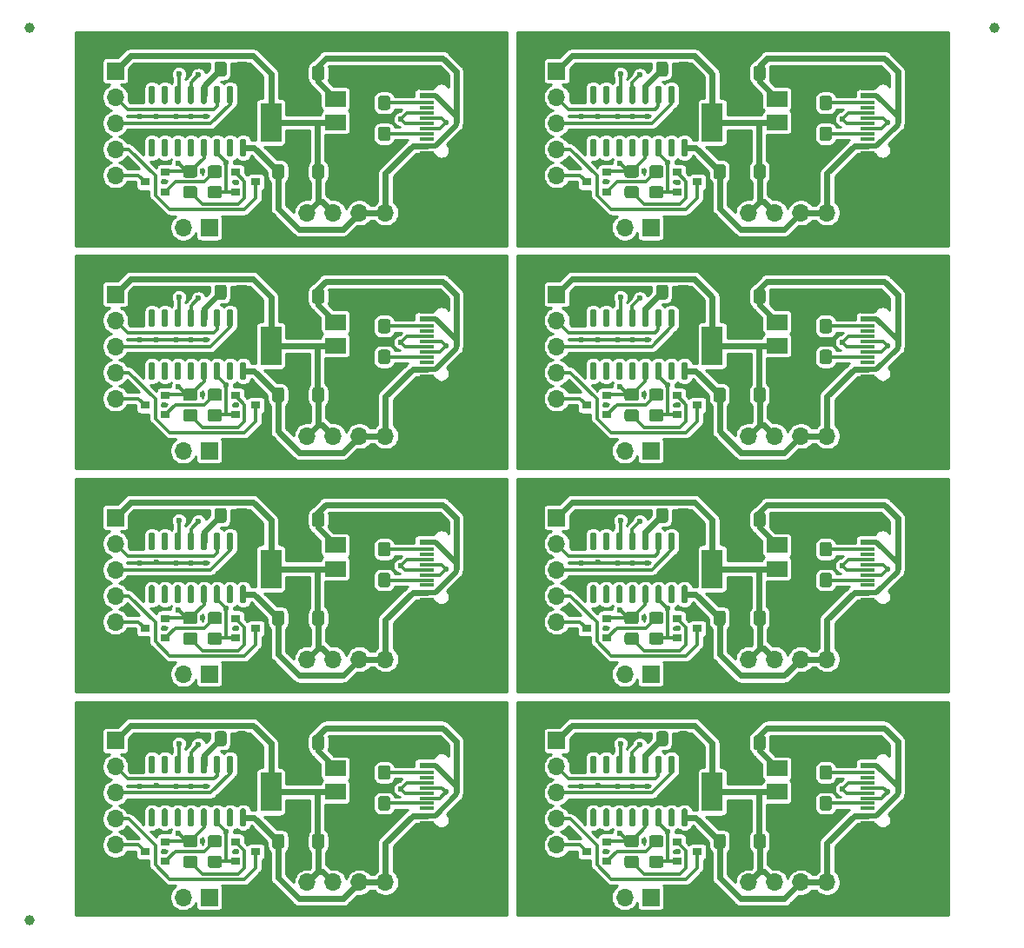
<source format=gbr>
G04 #@! TF.GenerationSoftware,KiCad,Pcbnew,5.1.7-a382d34a8~88~ubuntu20.04.1*
G04 #@! TF.CreationDate,2020-12-13T09:41:47+11:00*
G04 #@! TF.ProjectId,esp32-prog-panel,65737033-322d-4707-926f-672d70616e65,rev?*
G04 #@! TF.SameCoordinates,Original*
G04 #@! TF.FileFunction,Copper,L1,Top*
G04 #@! TF.FilePolarity,Positive*
%FSLAX46Y46*%
G04 Gerber Fmt 4.6, Leading zero omitted, Abs format (unit mm)*
G04 Created by KiCad (PCBNEW 5.1.7-a382d34a8~88~ubuntu20.04.1) date 2020-12-13 09:41:47*
%MOMM*%
%LPD*%
G01*
G04 APERTURE LIST*
G04 #@! TA.AperFunction,SMDPad,CuDef*
%ADD10C,1.000000*%
G04 #@! TD*
G04 #@! TA.AperFunction,ComponentPad*
%ADD11O,1.600000X1.000000*%
G04 #@! TD*
G04 #@! TA.AperFunction,ComponentPad*
%ADD12O,2.100000X1.000000*%
G04 #@! TD*
G04 #@! TA.AperFunction,SMDPad,CuDef*
%ADD13R,1.450000X0.300000*%
G04 #@! TD*
G04 #@! TA.AperFunction,SMDPad,CuDef*
%ADD14R,1.450000X0.600000*%
G04 #@! TD*
G04 #@! TA.AperFunction,ComponentPad*
%ADD15R,1.700000X1.700000*%
G04 #@! TD*
G04 #@! TA.AperFunction,ComponentPad*
%ADD16O,1.700000X1.700000*%
G04 #@! TD*
G04 #@! TA.AperFunction,SMDPad,CuDef*
%ADD17R,2.000000X3.800000*%
G04 #@! TD*
G04 #@! TA.AperFunction,SMDPad,CuDef*
%ADD18R,2.000000X1.500000*%
G04 #@! TD*
G04 #@! TA.AperFunction,SMDPad,CuDef*
%ADD19R,0.900000X0.800000*%
G04 #@! TD*
G04 #@! TA.AperFunction,ViaPad*
%ADD20C,0.600000*%
G04 #@! TD*
G04 #@! TA.AperFunction,Conductor*
%ADD21C,0.600000*%
G04 #@! TD*
G04 #@! TA.AperFunction,Conductor*
%ADD22C,0.500000*%
G04 #@! TD*
G04 #@! TA.AperFunction,Conductor*
%ADD23C,0.200000*%
G04 #@! TD*
G04 #@! TA.AperFunction,Conductor*
%ADD24C,0.300000*%
G04 #@! TD*
G04 #@! TA.AperFunction,Conductor*
%ADD25C,0.254000*%
G04 #@! TD*
G04 #@! TA.AperFunction,Conductor*
%ADD26C,0.100000*%
G04 #@! TD*
G04 APERTURE END LIST*
D10*
X46000012Y-137000024D03*
X140000012Y-50000024D03*
X46000012Y-50000024D03*
G04 #@! TA.AperFunction,SMDPad,CuDef*
G36*
G01*
X110275013Y-118825037D02*
X110275013Y-119775037D01*
G75*
G02*
X110025013Y-120025037I-250000J0D01*
G01*
X109350013Y-120025037D01*
G75*
G02*
X109100013Y-119775037I0J250000D01*
G01*
X109100013Y-118825037D01*
G75*
G02*
X109350013Y-118575037I250000J0D01*
G01*
X110025013Y-118575037D01*
G75*
G02*
X110275013Y-118825037I0J-250000D01*
G01*
G37*
G04 #@! TD.AperFunction*
G04 #@! TA.AperFunction,SMDPad,CuDef*
G36*
G01*
X108200013Y-118825037D02*
X108200013Y-119775037D01*
G75*
G02*
X107950013Y-120025037I-250000J0D01*
G01*
X107275013Y-120025037D01*
G75*
G02*
X107025013Y-119775037I0J250000D01*
G01*
X107025013Y-118825037D01*
G75*
G02*
X107275013Y-118575037I250000J0D01*
G01*
X107950013Y-118575037D01*
G75*
G02*
X108200013Y-118825037I0J-250000D01*
G01*
G37*
G04 #@! TD.AperFunction*
G04 #@! TA.AperFunction,SMDPad,CuDef*
G36*
G01*
X112625013Y-129775037D02*
X112625013Y-128825037D01*
G75*
G02*
X112875013Y-128575037I250000J0D01*
G01*
X113550013Y-128575037D01*
G75*
G02*
X113800013Y-128825037I0J-250000D01*
G01*
X113800013Y-129775037D01*
G75*
G02*
X113550013Y-130025037I-250000J0D01*
G01*
X112875013Y-130025037D01*
G75*
G02*
X112625013Y-129775037I0J250000D01*
G01*
G37*
G04 #@! TD.AperFunction*
G04 #@! TA.AperFunction,SMDPad,CuDef*
G36*
G01*
X114700013Y-129775037D02*
X114700013Y-128825037D01*
G75*
G02*
X114950013Y-128575037I250000J0D01*
G01*
X115625013Y-128575037D01*
G75*
G02*
X115875013Y-128825037I0J-250000D01*
G01*
X115875013Y-129775037D01*
G75*
G02*
X115625013Y-130025037I-250000J0D01*
G01*
X114950013Y-130025037D01*
G75*
G02*
X114700013Y-129775037I0J250000D01*
G01*
G37*
G04 #@! TD.AperFunction*
G04 #@! TA.AperFunction,SMDPad,CuDef*
G36*
G01*
X116525013Y-120175037D02*
X116525013Y-119225037D01*
G75*
G02*
X116775013Y-118975037I250000J0D01*
G01*
X117450013Y-118975037D01*
G75*
G02*
X117700013Y-119225037I0J-250000D01*
G01*
X117700013Y-120175037D01*
G75*
G02*
X117450013Y-120425037I-250000J0D01*
G01*
X116775013Y-120425037D01*
G75*
G02*
X116525013Y-120175037I0J250000D01*
G01*
G37*
G04 #@! TD.AperFunction*
G04 #@! TA.AperFunction,SMDPad,CuDef*
G36*
G01*
X118600013Y-120175037D02*
X118600013Y-119225037D01*
G75*
G02*
X118850013Y-118975037I250000J0D01*
G01*
X119525013Y-118975037D01*
G75*
G02*
X119775013Y-119225037I0J-250000D01*
G01*
X119775013Y-120175037D01*
G75*
G02*
X119525013Y-120425037I-250000J0D01*
G01*
X118850013Y-120425037D01*
G75*
G02*
X118600013Y-120175037I0J250000D01*
G01*
G37*
G04 #@! TD.AperFunction*
G04 #@! TA.AperFunction,SMDPad,CuDef*
G36*
G01*
X116525013Y-129775037D02*
X116525013Y-128825037D01*
G75*
G02*
X116775013Y-128575037I250000J0D01*
G01*
X117450013Y-128575037D01*
G75*
G02*
X117700013Y-128825037I0J-250000D01*
G01*
X117700013Y-129775037D01*
G75*
G02*
X117450013Y-130025037I-250000J0D01*
G01*
X116775013Y-130025037D01*
G75*
G02*
X116525013Y-129775037I0J250000D01*
G01*
G37*
G04 #@! TD.AperFunction*
G04 #@! TA.AperFunction,SMDPad,CuDef*
G36*
G01*
X118600013Y-129775037D02*
X118600013Y-128825037D01*
G75*
G02*
X118850013Y-128575037I250000J0D01*
G01*
X119525013Y-128575037D01*
G75*
G02*
X119775013Y-128825037I0J-250000D01*
G01*
X119775013Y-129775037D01*
G75*
G02*
X119525013Y-130025037I-250000J0D01*
G01*
X118850013Y-130025037D01*
G75*
G02*
X118600013Y-129775037I0J250000D01*
G01*
G37*
G04 #@! TD.AperFunction*
D11*
X132750013Y-120030037D03*
X132750013Y-128670037D03*
D12*
X128570013Y-128670037D03*
X128570013Y-120030037D03*
D13*
X127655013Y-124600037D03*
X127655013Y-122600037D03*
X127655013Y-123100037D03*
X127655013Y-123600037D03*
X127655013Y-124100037D03*
X127655013Y-125100037D03*
X127655013Y-125600037D03*
X127655013Y-126100037D03*
D14*
X127655013Y-121100037D03*
X127655013Y-121900037D03*
X127655013Y-126800037D03*
X127655013Y-127600037D03*
X127655013Y-127600037D03*
X127655013Y-126800037D03*
X127655013Y-121900037D03*
X127655013Y-121100037D03*
D15*
X97350013Y-119500037D03*
D16*
X97350013Y-122040037D03*
X97350013Y-124580037D03*
X97350013Y-127120037D03*
X97350013Y-129660037D03*
X97350013Y-132200037D03*
D15*
X128750013Y-133300037D03*
D16*
X126210013Y-133300037D03*
X123670013Y-133300037D03*
X121130013Y-133300037D03*
X118590013Y-133300037D03*
X116050013Y-133300037D03*
G04 #@! TA.AperFunction,SMDPad,CuDef*
G36*
G01*
X105100014Y-131900037D02*
X104200012Y-131900037D01*
G75*
G02*
X103950013Y-131650038I0J249999D01*
G01*
X103950013Y-130950036D01*
G75*
G02*
X104200012Y-130700037I249999J0D01*
G01*
X105100014Y-130700037D01*
G75*
G02*
X105350013Y-130950036I0J-249999D01*
G01*
X105350013Y-131650038D01*
G75*
G02*
X105100014Y-131900037I-249999J0D01*
G01*
G37*
G04 #@! TD.AperFunction*
G04 #@! TA.AperFunction,SMDPad,CuDef*
G36*
G01*
X105100014Y-129900037D02*
X104200012Y-129900037D01*
G75*
G02*
X103950013Y-129650038I0J249999D01*
G01*
X103950013Y-128950036D01*
G75*
G02*
X104200012Y-128700037I249999J0D01*
G01*
X105100014Y-128700037D01*
G75*
G02*
X105350013Y-128950036I0J-249999D01*
G01*
X105350013Y-129650038D01*
G75*
G02*
X105100014Y-129900037I-249999J0D01*
G01*
G37*
G04 #@! TD.AperFunction*
G04 #@! TA.AperFunction,SMDPad,CuDef*
G36*
G01*
X106600012Y-128700037D02*
X107500014Y-128700037D01*
G75*
G02*
X107750013Y-128950036I0J-249999D01*
G01*
X107750013Y-129650038D01*
G75*
G02*
X107500014Y-129900037I-249999J0D01*
G01*
X106600012Y-129900037D01*
G75*
G02*
X106350013Y-129650038I0J249999D01*
G01*
X106350013Y-128950036D01*
G75*
G02*
X106600012Y-128700037I249999J0D01*
G01*
G37*
G04 #@! TD.AperFunction*
G04 #@! TA.AperFunction,SMDPad,CuDef*
G36*
G01*
X106600012Y-130700037D02*
X107500014Y-130700037D01*
G75*
G02*
X107750013Y-130950036I0J-249999D01*
G01*
X107750013Y-131650038D01*
G75*
G02*
X107500014Y-131900037I-249999J0D01*
G01*
X106600012Y-131900037D01*
G75*
G02*
X106350013Y-131650038I0J249999D01*
G01*
X106350013Y-130950036D01*
G75*
G02*
X106600012Y-130700037I249999J0D01*
G01*
G37*
G04 #@! TD.AperFunction*
G04 #@! TA.AperFunction,SMDPad,CuDef*
G36*
G01*
X124150013Y-122150036D02*
X124150013Y-123050038D01*
G75*
G02*
X123900014Y-123300037I-249999J0D01*
G01*
X123200012Y-123300037D01*
G75*
G02*
X122950013Y-123050038I0J249999D01*
G01*
X122950013Y-122150036D01*
G75*
G02*
X123200012Y-121900037I249999J0D01*
G01*
X123900014Y-121900037D01*
G75*
G02*
X124150013Y-122150036I0J-249999D01*
G01*
G37*
G04 #@! TD.AperFunction*
G04 #@! TA.AperFunction,SMDPad,CuDef*
G36*
G01*
X122150013Y-122150036D02*
X122150013Y-123050038D01*
G75*
G02*
X121900014Y-123300037I-249999J0D01*
G01*
X121200012Y-123300037D01*
G75*
G02*
X120950013Y-123050038I0J249999D01*
G01*
X120950013Y-122150036D01*
G75*
G02*
X121200012Y-121900037I249999J0D01*
G01*
X121900014Y-121900037D01*
G75*
G02*
X122150013Y-122150036I0J-249999D01*
G01*
G37*
G04 #@! TD.AperFunction*
G04 #@! TA.AperFunction,SMDPad,CuDef*
G36*
G01*
X124150013Y-125150036D02*
X124150013Y-126050038D01*
G75*
G02*
X123900014Y-126300037I-249999J0D01*
G01*
X123200012Y-126300037D01*
G75*
G02*
X122950013Y-126050038I0J249999D01*
G01*
X122950013Y-125150036D01*
G75*
G02*
X123200012Y-124900037I249999J0D01*
G01*
X123900014Y-124900037D01*
G75*
G02*
X124150013Y-125150036I0J-249999D01*
G01*
G37*
G04 #@! TD.AperFunction*
G04 #@! TA.AperFunction,SMDPad,CuDef*
G36*
G01*
X122150013Y-125150036D02*
X122150013Y-126050038D01*
G75*
G02*
X121900014Y-126300037I-249999J0D01*
G01*
X121200012Y-126300037D01*
G75*
G02*
X120950013Y-126050038I0J249999D01*
G01*
X120950013Y-125150036D01*
G75*
G02*
X121200012Y-124900037I249999J0D01*
G01*
X121900014Y-124900037D01*
G75*
G02*
X122150013Y-125150036I0J-249999D01*
G01*
G37*
G04 #@! TD.AperFunction*
D17*
X112500013Y-124500037D03*
D18*
X118800013Y-124500037D03*
X118800013Y-122200037D03*
X118800013Y-126800037D03*
D19*
X109050013Y-129350037D03*
X109050013Y-131250037D03*
X111050013Y-130300037D03*
X102250013Y-131250037D03*
X102250013Y-129350037D03*
X100250013Y-130300037D03*
G04 #@! TA.AperFunction,SMDPad,CuDef*
G36*
G01*
X109645013Y-120950037D02*
X109945013Y-120950037D01*
G75*
G02*
X110095013Y-121100037I0J-150000D01*
G01*
X110095013Y-122550037D01*
G75*
G02*
X109945013Y-122700037I-150000J0D01*
G01*
X109645013Y-122700037D01*
G75*
G02*
X109495013Y-122550037I0J150000D01*
G01*
X109495013Y-121100037D01*
G75*
G02*
X109645013Y-120950037I150000J0D01*
G01*
G37*
G04 #@! TD.AperFunction*
G04 #@! TA.AperFunction,SMDPad,CuDef*
G36*
G01*
X108375013Y-120950037D02*
X108675013Y-120950037D01*
G75*
G02*
X108825013Y-121100037I0J-150000D01*
G01*
X108825013Y-122550037D01*
G75*
G02*
X108675013Y-122700037I-150000J0D01*
G01*
X108375013Y-122700037D01*
G75*
G02*
X108225013Y-122550037I0J150000D01*
G01*
X108225013Y-121100037D01*
G75*
G02*
X108375013Y-120950037I150000J0D01*
G01*
G37*
G04 #@! TD.AperFunction*
G04 #@! TA.AperFunction,SMDPad,CuDef*
G36*
G01*
X107105013Y-120950037D02*
X107405013Y-120950037D01*
G75*
G02*
X107555013Y-121100037I0J-150000D01*
G01*
X107555013Y-122550037D01*
G75*
G02*
X107405013Y-122700037I-150000J0D01*
G01*
X107105013Y-122700037D01*
G75*
G02*
X106955013Y-122550037I0J150000D01*
G01*
X106955013Y-121100037D01*
G75*
G02*
X107105013Y-120950037I150000J0D01*
G01*
G37*
G04 #@! TD.AperFunction*
G04 #@! TA.AperFunction,SMDPad,CuDef*
G36*
G01*
X105835013Y-120950037D02*
X106135013Y-120950037D01*
G75*
G02*
X106285013Y-121100037I0J-150000D01*
G01*
X106285013Y-122550037D01*
G75*
G02*
X106135013Y-122700037I-150000J0D01*
G01*
X105835013Y-122700037D01*
G75*
G02*
X105685013Y-122550037I0J150000D01*
G01*
X105685013Y-121100037D01*
G75*
G02*
X105835013Y-120950037I150000J0D01*
G01*
G37*
G04 #@! TD.AperFunction*
G04 #@! TA.AperFunction,SMDPad,CuDef*
G36*
G01*
X104565013Y-120950037D02*
X104865013Y-120950037D01*
G75*
G02*
X105015013Y-121100037I0J-150000D01*
G01*
X105015013Y-122550037D01*
G75*
G02*
X104865013Y-122700037I-150000J0D01*
G01*
X104565013Y-122700037D01*
G75*
G02*
X104415013Y-122550037I0J150000D01*
G01*
X104415013Y-121100037D01*
G75*
G02*
X104565013Y-120950037I150000J0D01*
G01*
G37*
G04 #@! TD.AperFunction*
G04 #@! TA.AperFunction,SMDPad,CuDef*
G36*
G01*
X103295013Y-120950037D02*
X103595013Y-120950037D01*
G75*
G02*
X103745013Y-121100037I0J-150000D01*
G01*
X103745013Y-122550037D01*
G75*
G02*
X103595013Y-122700037I-150000J0D01*
G01*
X103295013Y-122700037D01*
G75*
G02*
X103145013Y-122550037I0J150000D01*
G01*
X103145013Y-121100037D01*
G75*
G02*
X103295013Y-120950037I150000J0D01*
G01*
G37*
G04 #@! TD.AperFunction*
G04 #@! TA.AperFunction,SMDPad,CuDef*
G36*
G01*
X102025013Y-120950037D02*
X102325013Y-120950037D01*
G75*
G02*
X102475013Y-121100037I0J-150000D01*
G01*
X102475013Y-122550037D01*
G75*
G02*
X102325013Y-122700037I-150000J0D01*
G01*
X102025013Y-122700037D01*
G75*
G02*
X101875013Y-122550037I0J150000D01*
G01*
X101875013Y-121100037D01*
G75*
G02*
X102025013Y-120950037I150000J0D01*
G01*
G37*
G04 #@! TD.AperFunction*
G04 #@! TA.AperFunction,SMDPad,CuDef*
G36*
G01*
X100755013Y-120950037D02*
X101055013Y-120950037D01*
G75*
G02*
X101205013Y-121100037I0J-150000D01*
G01*
X101205013Y-122550037D01*
G75*
G02*
X101055013Y-122700037I-150000J0D01*
G01*
X100755013Y-122700037D01*
G75*
G02*
X100605013Y-122550037I0J150000D01*
G01*
X100605013Y-121100037D01*
G75*
G02*
X100755013Y-120950037I150000J0D01*
G01*
G37*
G04 #@! TD.AperFunction*
G04 #@! TA.AperFunction,SMDPad,CuDef*
G36*
G01*
X100755013Y-126100037D02*
X101055013Y-126100037D01*
G75*
G02*
X101205013Y-126250037I0J-150000D01*
G01*
X101205013Y-127700037D01*
G75*
G02*
X101055013Y-127850037I-150000J0D01*
G01*
X100755013Y-127850037D01*
G75*
G02*
X100605013Y-127700037I0J150000D01*
G01*
X100605013Y-126250037D01*
G75*
G02*
X100755013Y-126100037I150000J0D01*
G01*
G37*
G04 #@! TD.AperFunction*
G04 #@! TA.AperFunction,SMDPad,CuDef*
G36*
G01*
X102025013Y-126100037D02*
X102325013Y-126100037D01*
G75*
G02*
X102475013Y-126250037I0J-150000D01*
G01*
X102475013Y-127700037D01*
G75*
G02*
X102325013Y-127850037I-150000J0D01*
G01*
X102025013Y-127850037D01*
G75*
G02*
X101875013Y-127700037I0J150000D01*
G01*
X101875013Y-126250037D01*
G75*
G02*
X102025013Y-126100037I150000J0D01*
G01*
G37*
G04 #@! TD.AperFunction*
G04 #@! TA.AperFunction,SMDPad,CuDef*
G36*
G01*
X103295013Y-126100037D02*
X103595013Y-126100037D01*
G75*
G02*
X103745013Y-126250037I0J-150000D01*
G01*
X103745013Y-127700037D01*
G75*
G02*
X103595013Y-127850037I-150000J0D01*
G01*
X103295013Y-127850037D01*
G75*
G02*
X103145013Y-127700037I0J150000D01*
G01*
X103145013Y-126250037D01*
G75*
G02*
X103295013Y-126100037I150000J0D01*
G01*
G37*
G04 #@! TD.AperFunction*
G04 #@! TA.AperFunction,SMDPad,CuDef*
G36*
G01*
X104565013Y-126100037D02*
X104865013Y-126100037D01*
G75*
G02*
X105015013Y-126250037I0J-150000D01*
G01*
X105015013Y-127700037D01*
G75*
G02*
X104865013Y-127850037I-150000J0D01*
G01*
X104565013Y-127850037D01*
G75*
G02*
X104415013Y-127700037I0J150000D01*
G01*
X104415013Y-126250037D01*
G75*
G02*
X104565013Y-126100037I150000J0D01*
G01*
G37*
G04 #@! TD.AperFunction*
G04 #@! TA.AperFunction,SMDPad,CuDef*
G36*
G01*
X105835013Y-126100037D02*
X106135013Y-126100037D01*
G75*
G02*
X106285013Y-126250037I0J-150000D01*
G01*
X106285013Y-127700037D01*
G75*
G02*
X106135013Y-127850037I-150000J0D01*
G01*
X105835013Y-127850037D01*
G75*
G02*
X105685013Y-127700037I0J150000D01*
G01*
X105685013Y-126250037D01*
G75*
G02*
X105835013Y-126100037I150000J0D01*
G01*
G37*
G04 #@! TD.AperFunction*
G04 #@! TA.AperFunction,SMDPad,CuDef*
G36*
G01*
X107105013Y-126100037D02*
X107405013Y-126100037D01*
G75*
G02*
X107555013Y-126250037I0J-150000D01*
G01*
X107555013Y-127700037D01*
G75*
G02*
X107405013Y-127850037I-150000J0D01*
G01*
X107105013Y-127850037D01*
G75*
G02*
X106955013Y-127700037I0J150000D01*
G01*
X106955013Y-126250037D01*
G75*
G02*
X107105013Y-126100037I150000J0D01*
G01*
G37*
G04 #@! TD.AperFunction*
G04 #@! TA.AperFunction,SMDPad,CuDef*
G36*
G01*
X108375013Y-126100037D02*
X108675013Y-126100037D01*
G75*
G02*
X108825013Y-126250037I0J-150000D01*
G01*
X108825013Y-127700037D01*
G75*
G02*
X108675013Y-127850037I-150000J0D01*
G01*
X108375013Y-127850037D01*
G75*
G02*
X108225013Y-127700037I0J150000D01*
G01*
X108225013Y-126250037D01*
G75*
G02*
X108375013Y-126100037I150000J0D01*
G01*
G37*
G04 #@! TD.AperFunction*
G04 #@! TA.AperFunction,SMDPad,CuDef*
G36*
G01*
X109645013Y-126100037D02*
X109945013Y-126100037D01*
G75*
G02*
X110095013Y-126250037I0J-150000D01*
G01*
X110095013Y-127700037D01*
G75*
G02*
X109945013Y-127850037I-150000J0D01*
G01*
X109645013Y-127850037D01*
G75*
G02*
X109495013Y-127700037I0J150000D01*
G01*
X109495013Y-126250037D01*
G75*
G02*
X109645013Y-126100037I150000J0D01*
G01*
G37*
G04 #@! TD.AperFunction*
D16*
X103960013Y-134750037D03*
D15*
X106500013Y-134750037D03*
G04 #@! TA.AperFunction,SMDPad,CuDef*
G36*
G01*
X67275001Y-118825037D02*
X67275001Y-119775037D01*
G75*
G02*
X67025001Y-120025037I-250000J0D01*
G01*
X66350001Y-120025037D01*
G75*
G02*
X66100001Y-119775037I0J250000D01*
G01*
X66100001Y-118825037D01*
G75*
G02*
X66350001Y-118575037I250000J0D01*
G01*
X67025001Y-118575037D01*
G75*
G02*
X67275001Y-118825037I0J-250000D01*
G01*
G37*
G04 #@! TD.AperFunction*
G04 #@! TA.AperFunction,SMDPad,CuDef*
G36*
G01*
X65200001Y-118825037D02*
X65200001Y-119775037D01*
G75*
G02*
X64950001Y-120025037I-250000J0D01*
G01*
X64275001Y-120025037D01*
G75*
G02*
X64025001Y-119775037I0J250000D01*
G01*
X64025001Y-118825037D01*
G75*
G02*
X64275001Y-118575037I250000J0D01*
G01*
X64950001Y-118575037D01*
G75*
G02*
X65200001Y-118825037I0J-250000D01*
G01*
G37*
G04 #@! TD.AperFunction*
G04 #@! TA.AperFunction,SMDPad,CuDef*
G36*
G01*
X69625001Y-129775037D02*
X69625001Y-128825037D01*
G75*
G02*
X69875001Y-128575037I250000J0D01*
G01*
X70550001Y-128575037D01*
G75*
G02*
X70800001Y-128825037I0J-250000D01*
G01*
X70800001Y-129775037D01*
G75*
G02*
X70550001Y-130025037I-250000J0D01*
G01*
X69875001Y-130025037D01*
G75*
G02*
X69625001Y-129775037I0J250000D01*
G01*
G37*
G04 #@! TD.AperFunction*
G04 #@! TA.AperFunction,SMDPad,CuDef*
G36*
G01*
X71700001Y-129775037D02*
X71700001Y-128825037D01*
G75*
G02*
X71950001Y-128575037I250000J0D01*
G01*
X72625001Y-128575037D01*
G75*
G02*
X72875001Y-128825037I0J-250000D01*
G01*
X72875001Y-129775037D01*
G75*
G02*
X72625001Y-130025037I-250000J0D01*
G01*
X71950001Y-130025037D01*
G75*
G02*
X71700001Y-129775037I0J250000D01*
G01*
G37*
G04 #@! TD.AperFunction*
G04 #@! TA.AperFunction,SMDPad,CuDef*
G36*
G01*
X73525001Y-120175037D02*
X73525001Y-119225037D01*
G75*
G02*
X73775001Y-118975037I250000J0D01*
G01*
X74450001Y-118975037D01*
G75*
G02*
X74700001Y-119225037I0J-250000D01*
G01*
X74700001Y-120175037D01*
G75*
G02*
X74450001Y-120425037I-250000J0D01*
G01*
X73775001Y-120425037D01*
G75*
G02*
X73525001Y-120175037I0J250000D01*
G01*
G37*
G04 #@! TD.AperFunction*
G04 #@! TA.AperFunction,SMDPad,CuDef*
G36*
G01*
X75600001Y-120175037D02*
X75600001Y-119225037D01*
G75*
G02*
X75850001Y-118975037I250000J0D01*
G01*
X76525001Y-118975037D01*
G75*
G02*
X76775001Y-119225037I0J-250000D01*
G01*
X76775001Y-120175037D01*
G75*
G02*
X76525001Y-120425037I-250000J0D01*
G01*
X75850001Y-120425037D01*
G75*
G02*
X75600001Y-120175037I0J250000D01*
G01*
G37*
G04 #@! TD.AperFunction*
G04 #@! TA.AperFunction,SMDPad,CuDef*
G36*
G01*
X73525001Y-129775037D02*
X73525001Y-128825037D01*
G75*
G02*
X73775001Y-128575037I250000J0D01*
G01*
X74450001Y-128575037D01*
G75*
G02*
X74700001Y-128825037I0J-250000D01*
G01*
X74700001Y-129775037D01*
G75*
G02*
X74450001Y-130025037I-250000J0D01*
G01*
X73775001Y-130025037D01*
G75*
G02*
X73525001Y-129775037I0J250000D01*
G01*
G37*
G04 #@! TD.AperFunction*
G04 #@! TA.AperFunction,SMDPad,CuDef*
G36*
G01*
X75600001Y-129775037D02*
X75600001Y-128825037D01*
G75*
G02*
X75850001Y-128575037I250000J0D01*
G01*
X76525001Y-128575037D01*
G75*
G02*
X76775001Y-128825037I0J-250000D01*
G01*
X76775001Y-129775037D01*
G75*
G02*
X76525001Y-130025037I-250000J0D01*
G01*
X75850001Y-130025037D01*
G75*
G02*
X75600001Y-129775037I0J250000D01*
G01*
G37*
G04 #@! TD.AperFunction*
D11*
X89750001Y-120030037D03*
X89750001Y-128670037D03*
D12*
X85570001Y-128670037D03*
X85570001Y-120030037D03*
D13*
X84655001Y-124600037D03*
X84655001Y-122600037D03*
X84655001Y-123100037D03*
X84655001Y-123600037D03*
X84655001Y-124100037D03*
X84655001Y-125100037D03*
X84655001Y-125600037D03*
X84655001Y-126100037D03*
D14*
X84655001Y-121100037D03*
X84655001Y-121900037D03*
X84655001Y-126800037D03*
X84655001Y-127600037D03*
X84655001Y-127600037D03*
X84655001Y-126800037D03*
X84655001Y-121900037D03*
X84655001Y-121100037D03*
D15*
X54350001Y-119500037D03*
D16*
X54350001Y-122040037D03*
X54350001Y-124580037D03*
X54350001Y-127120037D03*
X54350001Y-129660037D03*
X54350001Y-132200037D03*
D15*
X85750001Y-133300037D03*
D16*
X83210001Y-133300037D03*
X80670001Y-133300037D03*
X78130001Y-133300037D03*
X75590001Y-133300037D03*
X73050001Y-133300037D03*
G04 #@! TA.AperFunction,SMDPad,CuDef*
G36*
G01*
X62100002Y-131900037D02*
X61200000Y-131900037D01*
G75*
G02*
X60950001Y-131650038I0J249999D01*
G01*
X60950001Y-130950036D01*
G75*
G02*
X61200000Y-130700037I249999J0D01*
G01*
X62100002Y-130700037D01*
G75*
G02*
X62350001Y-130950036I0J-249999D01*
G01*
X62350001Y-131650038D01*
G75*
G02*
X62100002Y-131900037I-249999J0D01*
G01*
G37*
G04 #@! TD.AperFunction*
G04 #@! TA.AperFunction,SMDPad,CuDef*
G36*
G01*
X62100002Y-129900037D02*
X61200000Y-129900037D01*
G75*
G02*
X60950001Y-129650038I0J249999D01*
G01*
X60950001Y-128950036D01*
G75*
G02*
X61200000Y-128700037I249999J0D01*
G01*
X62100002Y-128700037D01*
G75*
G02*
X62350001Y-128950036I0J-249999D01*
G01*
X62350001Y-129650038D01*
G75*
G02*
X62100002Y-129900037I-249999J0D01*
G01*
G37*
G04 #@! TD.AperFunction*
G04 #@! TA.AperFunction,SMDPad,CuDef*
G36*
G01*
X63600000Y-128700037D02*
X64500002Y-128700037D01*
G75*
G02*
X64750001Y-128950036I0J-249999D01*
G01*
X64750001Y-129650038D01*
G75*
G02*
X64500002Y-129900037I-249999J0D01*
G01*
X63600000Y-129900037D01*
G75*
G02*
X63350001Y-129650038I0J249999D01*
G01*
X63350001Y-128950036D01*
G75*
G02*
X63600000Y-128700037I249999J0D01*
G01*
G37*
G04 #@! TD.AperFunction*
G04 #@! TA.AperFunction,SMDPad,CuDef*
G36*
G01*
X63600000Y-130700037D02*
X64500002Y-130700037D01*
G75*
G02*
X64750001Y-130950036I0J-249999D01*
G01*
X64750001Y-131650038D01*
G75*
G02*
X64500002Y-131900037I-249999J0D01*
G01*
X63600000Y-131900037D01*
G75*
G02*
X63350001Y-131650038I0J249999D01*
G01*
X63350001Y-130950036D01*
G75*
G02*
X63600000Y-130700037I249999J0D01*
G01*
G37*
G04 #@! TD.AperFunction*
G04 #@! TA.AperFunction,SMDPad,CuDef*
G36*
G01*
X81150001Y-122150036D02*
X81150001Y-123050038D01*
G75*
G02*
X80900002Y-123300037I-249999J0D01*
G01*
X80200000Y-123300037D01*
G75*
G02*
X79950001Y-123050038I0J249999D01*
G01*
X79950001Y-122150036D01*
G75*
G02*
X80200000Y-121900037I249999J0D01*
G01*
X80900002Y-121900037D01*
G75*
G02*
X81150001Y-122150036I0J-249999D01*
G01*
G37*
G04 #@! TD.AperFunction*
G04 #@! TA.AperFunction,SMDPad,CuDef*
G36*
G01*
X79150001Y-122150036D02*
X79150001Y-123050038D01*
G75*
G02*
X78900002Y-123300037I-249999J0D01*
G01*
X78200000Y-123300037D01*
G75*
G02*
X77950001Y-123050038I0J249999D01*
G01*
X77950001Y-122150036D01*
G75*
G02*
X78200000Y-121900037I249999J0D01*
G01*
X78900002Y-121900037D01*
G75*
G02*
X79150001Y-122150036I0J-249999D01*
G01*
G37*
G04 #@! TD.AperFunction*
G04 #@! TA.AperFunction,SMDPad,CuDef*
G36*
G01*
X81150001Y-125150036D02*
X81150001Y-126050038D01*
G75*
G02*
X80900002Y-126300037I-249999J0D01*
G01*
X80200000Y-126300037D01*
G75*
G02*
X79950001Y-126050038I0J249999D01*
G01*
X79950001Y-125150036D01*
G75*
G02*
X80200000Y-124900037I249999J0D01*
G01*
X80900002Y-124900037D01*
G75*
G02*
X81150001Y-125150036I0J-249999D01*
G01*
G37*
G04 #@! TD.AperFunction*
G04 #@! TA.AperFunction,SMDPad,CuDef*
G36*
G01*
X79150001Y-125150036D02*
X79150001Y-126050038D01*
G75*
G02*
X78900002Y-126300037I-249999J0D01*
G01*
X78200000Y-126300037D01*
G75*
G02*
X77950001Y-126050038I0J249999D01*
G01*
X77950001Y-125150036D01*
G75*
G02*
X78200000Y-124900037I249999J0D01*
G01*
X78900002Y-124900037D01*
G75*
G02*
X79150001Y-125150036I0J-249999D01*
G01*
G37*
G04 #@! TD.AperFunction*
D17*
X69500001Y-124500037D03*
D18*
X75800001Y-124500037D03*
X75800001Y-122200037D03*
X75800001Y-126800037D03*
D19*
X66050001Y-129350037D03*
X66050001Y-131250037D03*
X68050001Y-130300037D03*
X59250001Y-131250037D03*
X59250001Y-129350037D03*
X57250001Y-130300037D03*
G04 #@! TA.AperFunction,SMDPad,CuDef*
G36*
G01*
X66645001Y-120950037D02*
X66945001Y-120950037D01*
G75*
G02*
X67095001Y-121100037I0J-150000D01*
G01*
X67095001Y-122550037D01*
G75*
G02*
X66945001Y-122700037I-150000J0D01*
G01*
X66645001Y-122700037D01*
G75*
G02*
X66495001Y-122550037I0J150000D01*
G01*
X66495001Y-121100037D01*
G75*
G02*
X66645001Y-120950037I150000J0D01*
G01*
G37*
G04 #@! TD.AperFunction*
G04 #@! TA.AperFunction,SMDPad,CuDef*
G36*
G01*
X65375001Y-120950037D02*
X65675001Y-120950037D01*
G75*
G02*
X65825001Y-121100037I0J-150000D01*
G01*
X65825001Y-122550037D01*
G75*
G02*
X65675001Y-122700037I-150000J0D01*
G01*
X65375001Y-122700037D01*
G75*
G02*
X65225001Y-122550037I0J150000D01*
G01*
X65225001Y-121100037D01*
G75*
G02*
X65375001Y-120950037I150000J0D01*
G01*
G37*
G04 #@! TD.AperFunction*
G04 #@! TA.AperFunction,SMDPad,CuDef*
G36*
G01*
X64105001Y-120950037D02*
X64405001Y-120950037D01*
G75*
G02*
X64555001Y-121100037I0J-150000D01*
G01*
X64555001Y-122550037D01*
G75*
G02*
X64405001Y-122700037I-150000J0D01*
G01*
X64105001Y-122700037D01*
G75*
G02*
X63955001Y-122550037I0J150000D01*
G01*
X63955001Y-121100037D01*
G75*
G02*
X64105001Y-120950037I150000J0D01*
G01*
G37*
G04 #@! TD.AperFunction*
G04 #@! TA.AperFunction,SMDPad,CuDef*
G36*
G01*
X62835001Y-120950037D02*
X63135001Y-120950037D01*
G75*
G02*
X63285001Y-121100037I0J-150000D01*
G01*
X63285001Y-122550037D01*
G75*
G02*
X63135001Y-122700037I-150000J0D01*
G01*
X62835001Y-122700037D01*
G75*
G02*
X62685001Y-122550037I0J150000D01*
G01*
X62685001Y-121100037D01*
G75*
G02*
X62835001Y-120950037I150000J0D01*
G01*
G37*
G04 #@! TD.AperFunction*
G04 #@! TA.AperFunction,SMDPad,CuDef*
G36*
G01*
X61565001Y-120950037D02*
X61865001Y-120950037D01*
G75*
G02*
X62015001Y-121100037I0J-150000D01*
G01*
X62015001Y-122550037D01*
G75*
G02*
X61865001Y-122700037I-150000J0D01*
G01*
X61565001Y-122700037D01*
G75*
G02*
X61415001Y-122550037I0J150000D01*
G01*
X61415001Y-121100037D01*
G75*
G02*
X61565001Y-120950037I150000J0D01*
G01*
G37*
G04 #@! TD.AperFunction*
G04 #@! TA.AperFunction,SMDPad,CuDef*
G36*
G01*
X60295001Y-120950037D02*
X60595001Y-120950037D01*
G75*
G02*
X60745001Y-121100037I0J-150000D01*
G01*
X60745001Y-122550037D01*
G75*
G02*
X60595001Y-122700037I-150000J0D01*
G01*
X60295001Y-122700037D01*
G75*
G02*
X60145001Y-122550037I0J150000D01*
G01*
X60145001Y-121100037D01*
G75*
G02*
X60295001Y-120950037I150000J0D01*
G01*
G37*
G04 #@! TD.AperFunction*
G04 #@! TA.AperFunction,SMDPad,CuDef*
G36*
G01*
X59025001Y-120950037D02*
X59325001Y-120950037D01*
G75*
G02*
X59475001Y-121100037I0J-150000D01*
G01*
X59475001Y-122550037D01*
G75*
G02*
X59325001Y-122700037I-150000J0D01*
G01*
X59025001Y-122700037D01*
G75*
G02*
X58875001Y-122550037I0J150000D01*
G01*
X58875001Y-121100037D01*
G75*
G02*
X59025001Y-120950037I150000J0D01*
G01*
G37*
G04 #@! TD.AperFunction*
G04 #@! TA.AperFunction,SMDPad,CuDef*
G36*
G01*
X57755001Y-120950037D02*
X58055001Y-120950037D01*
G75*
G02*
X58205001Y-121100037I0J-150000D01*
G01*
X58205001Y-122550037D01*
G75*
G02*
X58055001Y-122700037I-150000J0D01*
G01*
X57755001Y-122700037D01*
G75*
G02*
X57605001Y-122550037I0J150000D01*
G01*
X57605001Y-121100037D01*
G75*
G02*
X57755001Y-120950037I150000J0D01*
G01*
G37*
G04 #@! TD.AperFunction*
G04 #@! TA.AperFunction,SMDPad,CuDef*
G36*
G01*
X57755001Y-126100037D02*
X58055001Y-126100037D01*
G75*
G02*
X58205001Y-126250037I0J-150000D01*
G01*
X58205001Y-127700037D01*
G75*
G02*
X58055001Y-127850037I-150000J0D01*
G01*
X57755001Y-127850037D01*
G75*
G02*
X57605001Y-127700037I0J150000D01*
G01*
X57605001Y-126250037D01*
G75*
G02*
X57755001Y-126100037I150000J0D01*
G01*
G37*
G04 #@! TD.AperFunction*
G04 #@! TA.AperFunction,SMDPad,CuDef*
G36*
G01*
X59025001Y-126100037D02*
X59325001Y-126100037D01*
G75*
G02*
X59475001Y-126250037I0J-150000D01*
G01*
X59475001Y-127700037D01*
G75*
G02*
X59325001Y-127850037I-150000J0D01*
G01*
X59025001Y-127850037D01*
G75*
G02*
X58875001Y-127700037I0J150000D01*
G01*
X58875001Y-126250037D01*
G75*
G02*
X59025001Y-126100037I150000J0D01*
G01*
G37*
G04 #@! TD.AperFunction*
G04 #@! TA.AperFunction,SMDPad,CuDef*
G36*
G01*
X60295001Y-126100037D02*
X60595001Y-126100037D01*
G75*
G02*
X60745001Y-126250037I0J-150000D01*
G01*
X60745001Y-127700037D01*
G75*
G02*
X60595001Y-127850037I-150000J0D01*
G01*
X60295001Y-127850037D01*
G75*
G02*
X60145001Y-127700037I0J150000D01*
G01*
X60145001Y-126250037D01*
G75*
G02*
X60295001Y-126100037I150000J0D01*
G01*
G37*
G04 #@! TD.AperFunction*
G04 #@! TA.AperFunction,SMDPad,CuDef*
G36*
G01*
X61565001Y-126100037D02*
X61865001Y-126100037D01*
G75*
G02*
X62015001Y-126250037I0J-150000D01*
G01*
X62015001Y-127700037D01*
G75*
G02*
X61865001Y-127850037I-150000J0D01*
G01*
X61565001Y-127850037D01*
G75*
G02*
X61415001Y-127700037I0J150000D01*
G01*
X61415001Y-126250037D01*
G75*
G02*
X61565001Y-126100037I150000J0D01*
G01*
G37*
G04 #@! TD.AperFunction*
G04 #@! TA.AperFunction,SMDPad,CuDef*
G36*
G01*
X62835001Y-126100037D02*
X63135001Y-126100037D01*
G75*
G02*
X63285001Y-126250037I0J-150000D01*
G01*
X63285001Y-127700037D01*
G75*
G02*
X63135001Y-127850037I-150000J0D01*
G01*
X62835001Y-127850037D01*
G75*
G02*
X62685001Y-127700037I0J150000D01*
G01*
X62685001Y-126250037D01*
G75*
G02*
X62835001Y-126100037I150000J0D01*
G01*
G37*
G04 #@! TD.AperFunction*
G04 #@! TA.AperFunction,SMDPad,CuDef*
G36*
G01*
X64105001Y-126100037D02*
X64405001Y-126100037D01*
G75*
G02*
X64555001Y-126250037I0J-150000D01*
G01*
X64555001Y-127700037D01*
G75*
G02*
X64405001Y-127850037I-150000J0D01*
G01*
X64105001Y-127850037D01*
G75*
G02*
X63955001Y-127700037I0J150000D01*
G01*
X63955001Y-126250037D01*
G75*
G02*
X64105001Y-126100037I150000J0D01*
G01*
G37*
G04 #@! TD.AperFunction*
G04 #@! TA.AperFunction,SMDPad,CuDef*
G36*
G01*
X65375001Y-126100037D02*
X65675001Y-126100037D01*
G75*
G02*
X65825001Y-126250037I0J-150000D01*
G01*
X65825001Y-127700037D01*
G75*
G02*
X65675001Y-127850037I-150000J0D01*
G01*
X65375001Y-127850037D01*
G75*
G02*
X65225001Y-127700037I0J150000D01*
G01*
X65225001Y-126250037D01*
G75*
G02*
X65375001Y-126100037I150000J0D01*
G01*
G37*
G04 #@! TD.AperFunction*
G04 #@! TA.AperFunction,SMDPad,CuDef*
G36*
G01*
X66645001Y-126100037D02*
X66945001Y-126100037D01*
G75*
G02*
X67095001Y-126250037I0J-150000D01*
G01*
X67095001Y-127700037D01*
G75*
G02*
X66945001Y-127850037I-150000J0D01*
G01*
X66645001Y-127850037D01*
G75*
G02*
X66495001Y-127700037I0J150000D01*
G01*
X66495001Y-126250037D01*
G75*
G02*
X66645001Y-126100037I150000J0D01*
G01*
G37*
G04 #@! TD.AperFunction*
D16*
X60960001Y-134750037D03*
D15*
X63500001Y-134750037D03*
G04 #@! TA.AperFunction,SMDPad,CuDef*
G36*
G01*
X110275013Y-97075025D02*
X110275013Y-98025025D01*
G75*
G02*
X110025013Y-98275025I-250000J0D01*
G01*
X109350013Y-98275025D01*
G75*
G02*
X109100013Y-98025025I0J250000D01*
G01*
X109100013Y-97075025D01*
G75*
G02*
X109350013Y-96825025I250000J0D01*
G01*
X110025013Y-96825025D01*
G75*
G02*
X110275013Y-97075025I0J-250000D01*
G01*
G37*
G04 #@! TD.AperFunction*
G04 #@! TA.AperFunction,SMDPad,CuDef*
G36*
G01*
X108200013Y-97075025D02*
X108200013Y-98025025D01*
G75*
G02*
X107950013Y-98275025I-250000J0D01*
G01*
X107275013Y-98275025D01*
G75*
G02*
X107025013Y-98025025I0J250000D01*
G01*
X107025013Y-97075025D01*
G75*
G02*
X107275013Y-96825025I250000J0D01*
G01*
X107950013Y-96825025D01*
G75*
G02*
X108200013Y-97075025I0J-250000D01*
G01*
G37*
G04 #@! TD.AperFunction*
G04 #@! TA.AperFunction,SMDPad,CuDef*
G36*
G01*
X112625013Y-108025025D02*
X112625013Y-107075025D01*
G75*
G02*
X112875013Y-106825025I250000J0D01*
G01*
X113550013Y-106825025D01*
G75*
G02*
X113800013Y-107075025I0J-250000D01*
G01*
X113800013Y-108025025D01*
G75*
G02*
X113550013Y-108275025I-250000J0D01*
G01*
X112875013Y-108275025D01*
G75*
G02*
X112625013Y-108025025I0J250000D01*
G01*
G37*
G04 #@! TD.AperFunction*
G04 #@! TA.AperFunction,SMDPad,CuDef*
G36*
G01*
X114700013Y-108025025D02*
X114700013Y-107075025D01*
G75*
G02*
X114950013Y-106825025I250000J0D01*
G01*
X115625013Y-106825025D01*
G75*
G02*
X115875013Y-107075025I0J-250000D01*
G01*
X115875013Y-108025025D01*
G75*
G02*
X115625013Y-108275025I-250000J0D01*
G01*
X114950013Y-108275025D01*
G75*
G02*
X114700013Y-108025025I0J250000D01*
G01*
G37*
G04 #@! TD.AperFunction*
G04 #@! TA.AperFunction,SMDPad,CuDef*
G36*
G01*
X116525013Y-98425025D02*
X116525013Y-97475025D01*
G75*
G02*
X116775013Y-97225025I250000J0D01*
G01*
X117450013Y-97225025D01*
G75*
G02*
X117700013Y-97475025I0J-250000D01*
G01*
X117700013Y-98425025D01*
G75*
G02*
X117450013Y-98675025I-250000J0D01*
G01*
X116775013Y-98675025D01*
G75*
G02*
X116525013Y-98425025I0J250000D01*
G01*
G37*
G04 #@! TD.AperFunction*
G04 #@! TA.AperFunction,SMDPad,CuDef*
G36*
G01*
X118600013Y-98425025D02*
X118600013Y-97475025D01*
G75*
G02*
X118850013Y-97225025I250000J0D01*
G01*
X119525013Y-97225025D01*
G75*
G02*
X119775013Y-97475025I0J-250000D01*
G01*
X119775013Y-98425025D01*
G75*
G02*
X119525013Y-98675025I-250000J0D01*
G01*
X118850013Y-98675025D01*
G75*
G02*
X118600013Y-98425025I0J250000D01*
G01*
G37*
G04 #@! TD.AperFunction*
G04 #@! TA.AperFunction,SMDPad,CuDef*
G36*
G01*
X116525013Y-108025025D02*
X116525013Y-107075025D01*
G75*
G02*
X116775013Y-106825025I250000J0D01*
G01*
X117450013Y-106825025D01*
G75*
G02*
X117700013Y-107075025I0J-250000D01*
G01*
X117700013Y-108025025D01*
G75*
G02*
X117450013Y-108275025I-250000J0D01*
G01*
X116775013Y-108275025D01*
G75*
G02*
X116525013Y-108025025I0J250000D01*
G01*
G37*
G04 #@! TD.AperFunction*
G04 #@! TA.AperFunction,SMDPad,CuDef*
G36*
G01*
X118600013Y-108025025D02*
X118600013Y-107075025D01*
G75*
G02*
X118850013Y-106825025I250000J0D01*
G01*
X119525013Y-106825025D01*
G75*
G02*
X119775013Y-107075025I0J-250000D01*
G01*
X119775013Y-108025025D01*
G75*
G02*
X119525013Y-108275025I-250000J0D01*
G01*
X118850013Y-108275025D01*
G75*
G02*
X118600013Y-108025025I0J250000D01*
G01*
G37*
G04 #@! TD.AperFunction*
D11*
X132750013Y-98280025D03*
X132750013Y-106920025D03*
D12*
X128570013Y-106920025D03*
X128570013Y-98280025D03*
D13*
X127655013Y-102850025D03*
X127655013Y-100850025D03*
X127655013Y-101350025D03*
X127655013Y-101850025D03*
X127655013Y-102350025D03*
X127655013Y-103350025D03*
X127655013Y-103850025D03*
X127655013Y-104350025D03*
D14*
X127655013Y-99350025D03*
X127655013Y-100150025D03*
X127655013Y-105050025D03*
X127655013Y-105850025D03*
X127655013Y-105850025D03*
X127655013Y-105050025D03*
X127655013Y-100150025D03*
X127655013Y-99350025D03*
D15*
X97350013Y-97750025D03*
D16*
X97350013Y-100290025D03*
X97350013Y-102830025D03*
X97350013Y-105370025D03*
X97350013Y-107910025D03*
X97350013Y-110450025D03*
D15*
X128750013Y-111550025D03*
D16*
X126210013Y-111550025D03*
X123670013Y-111550025D03*
X121130013Y-111550025D03*
X118590013Y-111550025D03*
X116050013Y-111550025D03*
G04 #@! TA.AperFunction,SMDPad,CuDef*
G36*
G01*
X105100014Y-110150025D02*
X104200012Y-110150025D01*
G75*
G02*
X103950013Y-109900026I0J249999D01*
G01*
X103950013Y-109200024D01*
G75*
G02*
X104200012Y-108950025I249999J0D01*
G01*
X105100014Y-108950025D01*
G75*
G02*
X105350013Y-109200024I0J-249999D01*
G01*
X105350013Y-109900026D01*
G75*
G02*
X105100014Y-110150025I-249999J0D01*
G01*
G37*
G04 #@! TD.AperFunction*
G04 #@! TA.AperFunction,SMDPad,CuDef*
G36*
G01*
X105100014Y-108150025D02*
X104200012Y-108150025D01*
G75*
G02*
X103950013Y-107900026I0J249999D01*
G01*
X103950013Y-107200024D01*
G75*
G02*
X104200012Y-106950025I249999J0D01*
G01*
X105100014Y-106950025D01*
G75*
G02*
X105350013Y-107200024I0J-249999D01*
G01*
X105350013Y-107900026D01*
G75*
G02*
X105100014Y-108150025I-249999J0D01*
G01*
G37*
G04 #@! TD.AperFunction*
G04 #@! TA.AperFunction,SMDPad,CuDef*
G36*
G01*
X106600012Y-106950025D02*
X107500014Y-106950025D01*
G75*
G02*
X107750013Y-107200024I0J-249999D01*
G01*
X107750013Y-107900026D01*
G75*
G02*
X107500014Y-108150025I-249999J0D01*
G01*
X106600012Y-108150025D01*
G75*
G02*
X106350013Y-107900026I0J249999D01*
G01*
X106350013Y-107200024D01*
G75*
G02*
X106600012Y-106950025I249999J0D01*
G01*
G37*
G04 #@! TD.AperFunction*
G04 #@! TA.AperFunction,SMDPad,CuDef*
G36*
G01*
X106600012Y-108950025D02*
X107500014Y-108950025D01*
G75*
G02*
X107750013Y-109200024I0J-249999D01*
G01*
X107750013Y-109900026D01*
G75*
G02*
X107500014Y-110150025I-249999J0D01*
G01*
X106600012Y-110150025D01*
G75*
G02*
X106350013Y-109900026I0J249999D01*
G01*
X106350013Y-109200024D01*
G75*
G02*
X106600012Y-108950025I249999J0D01*
G01*
G37*
G04 #@! TD.AperFunction*
G04 #@! TA.AperFunction,SMDPad,CuDef*
G36*
G01*
X124150013Y-100400024D02*
X124150013Y-101300026D01*
G75*
G02*
X123900014Y-101550025I-249999J0D01*
G01*
X123200012Y-101550025D01*
G75*
G02*
X122950013Y-101300026I0J249999D01*
G01*
X122950013Y-100400024D01*
G75*
G02*
X123200012Y-100150025I249999J0D01*
G01*
X123900014Y-100150025D01*
G75*
G02*
X124150013Y-100400024I0J-249999D01*
G01*
G37*
G04 #@! TD.AperFunction*
G04 #@! TA.AperFunction,SMDPad,CuDef*
G36*
G01*
X122150013Y-100400024D02*
X122150013Y-101300026D01*
G75*
G02*
X121900014Y-101550025I-249999J0D01*
G01*
X121200012Y-101550025D01*
G75*
G02*
X120950013Y-101300026I0J249999D01*
G01*
X120950013Y-100400024D01*
G75*
G02*
X121200012Y-100150025I249999J0D01*
G01*
X121900014Y-100150025D01*
G75*
G02*
X122150013Y-100400024I0J-249999D01*
G01*
G37*
G04 #@! TD.AperFunction*
G04 #@! TA.AperFunction,SMDPad,CuDef*
G36*
G01*
X124150013Y-103400024D02*
X124150013Y-104300026D01*
G75*
G02*
X123900014Y-104550025I-249999J0D01*
G01*
X123200012Y-104550025D01*
G75*
G02*
X122950013Y-104300026I0J249999D01*
G01*
X122950013Y-103400024D01*
G75*
G02*
X123200012Y-103150025I249999J0D01*
G01*
X123900014Y-103150025D01*
G75*
G02*
X124150013Y-103400024I0J-249999D01*
G01*
G37*
G04 #@! TD.AperFunction*
G04 #@! TA.AperFunction,SMDPad,CuDef*
G36*
G01*
X122150013Y-103400024D02*
X122150013Y-104300026D01*
G75*
G02*
X121900014Y-104550025I-249999J0D01*
G01*
X121200012Y-104550025D01*
G75*
G02*
X120950013Y-104300026I0J249999D01*
G01*
X120950013Y-103400024D01*
G75*
G02*
X121200012Y-103150025I249999J0D01*
G01*
X121900014Y-103150025D01*
G75*
G02*
X122150013Y-103400024I0J-249999D01*
G01*
G37*
G04 #@! TD.AperFunction*
D17*
X112500013Y-102750025D03*
D18*
X118800013Y-102750025D03*
X118800013Y-100450025D03*
X118800013Y-105050025D03*
D19*
X109050013Y-107600025D03*
X109050013Y-109500025D03*
X111050013Y-108550025D03*
X102250013Y-109500025D03*
X102250013Y-107600025D03*
X100250013Y-108550025D03*
G04 #@! TA.AperFunction,SMDPad,CuDef*
G36*
G01*
X109645013Y-99200025D02*
X109945013Y-99200025D01*
G75*
G02*
X110095013Y-99350025I0J-150000D01*
G01*
X110095013Y-100800025D01*
G75*
G02*
X109945013Y-100950025I-150000J0D01*
G01*
X109645013Y-100950025D01*
G75*
G02*
X109495013Y-100800025I0J150000D01*
G01*
X109495013Y-99350025D01*
G75*
G02*
X109645013Y-99200025I150000J0D01*
G01*
G37*
G04 #@! TD.AperFunction*
G04 #@! TA.AperFunction,SMDPad,CuDef*
G36*
G01*
X108375013Y-99200025D02*
X108675013Y-99200025D01*
G75*
G02*
X108825013Y-99350025I0J-150000D01*
G01*
X108825013Y-100800025D01*
G75*
G02*
X108675013Y-100950025I-150000J0D01*
G01*
X108375013Y-100950025D01*
G75*
G02*
X108225013Y-100800025I0J150000D01*
G01*
X108225013Y-99350025D01*
G75*
G02*
X108375013Y-99200025I150000J0D01*
G01*
G37*
G04 #@! TD.AperFunction*
G04 #@! TA.AperFunction,SMDPad,CuDef*
G36*
G01*
X107105013Y-99200025D02*
X107405013Y-99200025D01*
G75*
G02*
X107555013Y-99350025I0J-150000D01*
G01*
X107555013Y-100800025D01*
G75*
G02*
X107405013Y-100950025I-150000J0D01*
G01*
X107105013Y-100950025D01*
G75*
G02*
X106955013Y-100800025I0J150000D01*
G01*
X106955013Y-99350025D01*
G75*
G02*
X107105013Y-99200025I150000J0D01*
G01*
G37*
G04 #@! TD.AperFunction*
G04 #@! TA.AperFunction,SMDPad,CuDef*
G36*
G01*
X105835013Y-99200025D02*
X106135013Y-99200025D01*
G75*
G02*
X106285013Y-99350025I0J-150000D01*
G01*
X106285013Y-100800025D01*
G75*
G02*
X106135013Y-100950025I-150000J0D01*
G01*
X105835013Y-100950025D01*
G75*
G02*
X105685013Y-100800025I0J150000D01*
G01*
X105685013Y-99350025D01*
G75*
G02*
X105835013Y-99200025I150000J0D01*
G01*
G37*
G04 #@! TD.AperFunction*
G04 #@! TA.AperFunction,SMDPad,CuDef*
G36*
G01*
X104565013Y-99200025D02*
X104865013Y-99200025D01*
G75*
G02*
X105015013Y-99350025I0J-150000D01*
G01*
X105015013Y-100800025D01*
G75*
G02*
X104865013Y-100950025I-150000J0D01*
G01*
X104565013Y-100950025D01*
G75*
G02*
X104415013Y-100800025I0J150000D01*
G01*
X104415013Y-99350025D01*
G75*
G02*
X104565013Y-99200025I150000J0D01*
G01*
G37*
G04 #@! TD.AperFunction*
G04 #@! TA.AperFunction,SMDPad,CuDef*
G36*
G01*
X103295013Y-99200025D02*
X103595013Y-99200025D01*
G75*
G02*
X103745013Y-99350025I0J-150000D01*
G01*
X103745013Y-100800025D01*
G75*
G02*
X103595013Y-100950025I-150000J0D01*
G01*
X103295013Y-100950025D01*
G75*
G02*
X103145013Y-100800025I0J150000D01*
G01*
X103145013Y-99350025D01*
G75*
G02*
X103295013Y-99200025I150000J0D01*
G01*
G37*
G04 #@! TD.AperFunction*
G04 #@! TA.AperFunction,SMDPad,CuDef*
G36*
G01*
X102025013Y-99200025D02*
X102325013Y-99200025D01*
G75*
G02*
X102475013Y-99350025I0J-150000D01*
G01*
X102475013Y-100800025D01*
G75*
G02*
X102325013Y-100950025I-150000J0D01*
G01*
X102025013Y-100950025D01*
G75*
G02*
X101875013Y-100800025I0J150000D01*
G01*
X101875013Y-99350025D01*
G75*
G02*
X102025013Y-99200025I150000J0D01*
G01*
G37*
G04 #@! TD.AperFunction*
G04 #@! TA.AperFunction,SMDPad,CuDef*
G36*
G01*
X100755013Y-99200025D02*
X101055013Y-99200025D01*
G75*
G02*
X101205013Y-99350025I0J-150000D01*
G01*
X101205013Y-100800025D01*
G75*
G02*
X101055013Y-100950025I-150000J0D01*
G01*
X100755013Y-100950025D01*
G75*
G02*
X100605013Y-100800025I0J150000D01*
G01*
X100605013Y-99350025D01*
G75*
G02*
X100755013Y-99200025I150000J0D01*
G01*
G37*
G04 #@! TD.AperFunction*
G04 #@! TA.AperFunction,SMDPad,CuDef*
G36*
G01*
X100755013Y-104350025D02*
X101055013Y-104350025D01*
G75*
G02*
X101205013Y-104500025I0J-150000D01*
G01*
X101205013Y-105950025D01*
G75*
G02*
X101055013Y-106100025I-150000J0D01*
G01*
X100755013Y-106100025D01*
G75*
G02*
X100605013Y-105950025I0J150000D01*
G01*
X100605013Y-104500025D01*
G75*
G02*
X100755013Y-104350025I150000J0D01*
G01*
G37*
G04 #@! TD.AperFunction*
G04 #@! TA.AperFunction,SMDPad,CuDef*
G36*
G01*
X102025013Y-104350025D02*
X102325013Y-104350025D01*
G75*
G02*
X102475013Y-104500025I0J-150000D01*
G01*
X102475013Y-105950025D01*
G75*
G02*
X102325013Y-106100025I-150000J0D01*
G01*
X102025013Y-106100025D01*
G75*
G02*
X101875013Y-105950025I0J150000D01*
G01*
X101875013Y-104500025D01*
G75*
G02*
X102025013Y-104350025I150000J0D01*
G01*
G37*
G04 #@! TD.AperFunction*
G04 #@! TA.AperFunction,SMDPad,CuDef*
G36*
G01*
X103295013Y-104350025D02*
X103595013Y-104350025D01*
G75*
G02*
X103745013Y-104500025I0J-150000D01*
G01*
X103745013Y-105950025D01*
G75*
G02*
X103595013Y-106100025I-150000J0D01*
G01*
X103295013Y-106100025D01*
G75*
G02*
X103145013Y-105950025I0J150000D01*
G01*
X103145013Y-104500025D01*
G75*
G02*
X103295013Y-104350025I150000J0D01*
G01*
G37*
G04 #@! TD.AperFunction*
G04 #@! TA.AperFunction,SMDPad,CuDef*
G36*
G01*
X104565013Y-104350025D02*
X104865013Y-104350025D01*
G75*
G02*
X105015013Y-104500025I0J-150000D01*
G01*
X105015013Y-105950025D01*
G75*
G02*
X104865013Y-106100025I-150000J0D01*
G01*
X104565013Y-106100025D01*
G75*
G02*
X104415013Y-105950025I0J150000D01*
G01*
X104415013Y-104500025D01*
G75*
G02*
X104565013Y-104350025I150000J0D01*
G01*
G37*
G04 #@! TD.AperFunction*
G04 #@! TA.AperFunction,SMDPad,CuDef*
G36*
G01*
X105835013Y-104350025D02*
X106135013Y-104350025D01*
G75*
G02*
X106285013Y-104500025I0J-150000D01*
G01*
X106285013Y-105950025D01*
G75*
G02*
X106135013Y-106100025I-150000J0D01*
G01*
X105835013Y-106100025D01*
G75*
G02*
X105685013Y-105950025I0J150000D01*
G01*
X105685013Y-104500025D01*
G75*
G02*
X105835013Y-104350025I150000J0D01*
G01*
G37*
G04 #@! TD.AperFunction*
G04 #@! TA.AperFunction,SMDPad,CuDef*
G36*
G01*
X107105013Y-104350025D02*
X107405013Y-104350025D01*
G75*
G02*
X107555013Y-104500025I0J-150000D01*
G01*
X107555013Y-105950025D01*
G75*
G02*
X107405013Y-106100025I-150000J0D01*
G01*
X107105013Y-106100025D01*
G75*
G02*
X106955013Y-105950025I0J150000D01*
G01*
X106955013Y-104500025D01*
G75*
G02*
X107105013Y-104350025I150000J0D01*
G01*
G37*
G04 #@! TD.AperFunction*
G04 #@! TA.AperFunction,SMDPad,CuDef*
G36*
G01*
X108375013Y-104350025D02*
X108675013Y-104350025D01*
G75*
G02*
X108825013Y-104500025I0J-150000D01*
G01*
X108825013Y-105950025D01*
G75*
G02*
X108675013Y-106100025I-150000J0D01*
G01*
X108375013Y-106100025D01*
G75*
G02*
X108225013Y-105950025I0J150000D01*
G01*
X108225013Y-104500025D01*
G75*
G02*
X108375013Y-104350025I150000J0D01*
G01*
G37*
G04 #@! TD.AperFunction*
G04 #@! TA.AperFunction,SMDPad,CuDef*
G36*
G01*
X109645013Y-104350025D02*
X109945013Y-104350025D01*
G75*
G02*
X110095013Y-104500025I0J-150000D01*
G01*
X110095013Y-105950025D01*
G75*
G02*
X109945013Y-106100025I-150000J0D01*
G01*
X109645013Y-106100025D01*
G75*
G02*
X109495013Y-105950025I0J150000D01*
G01*
X109495013Y-104500025D01*
G75*
G02*
X109645013Y-104350025I150000J0D01*
G01*
G37*
G04 #@! TD.AperFunction*
D16*
X103960013Y-113000025D03*
D15*
X106500013Y-113000025D03*
G04 #@! TA.AperFunction,SMDPad,CuDef*
G36*
G01*
X67275001Y-97075025D02*
X67275001Y-98025025D01*
G75*
G02*
X67025001Y-98275025I-250000J0D01*
G01*
X66350001Y-98275025D01*
G75*
G02*
X66100001Y-98025025I0J250000D01*
G01*
X66100001Y-97075025D01*
G75*
G02*
X66350001Y-96825025I250000J0D01*
G01*
X67025001Y-96825025D01*
G75*
G02*
X67275001Y-97075025I0J-250000D01*
G01*
G37*
G04 #@! TD.AperFunction*
G04 #@! TA.AperFunction,SMDPad,CuDef*
G36*
G01*
X65200001Y-97075025D02*
X65200001Y-98025025D01*
G75*
G02*
X64950001Y-98275025I-250000J0D01*
G01*
X64275001Y-98275025D01*
G75*
G02*
X64025001Y-98025025I0J250000D01*
G01*
X64025001Y-97075025D01*
G75*
G02*
X64275001Y-96825025I250000J0D01*
G01*
X64950001Y-96825025D01*
G75*
G02*
X65200001Y-97075025I0J-250000D01*
G01*
G37*
G04 #@! TD.AperFunction*
G04 #@! TA.AperFunction,SMDPad,CuDef*
G36*
G01*
X69625001Y-108025025D02*
X69625001Y-107075025D01*
G75*
G02*
X69875001Y-106825025I250000J0D01*
G01*
X70550001Y-106825025D01*
G75*
G02*
X70800001Y-107075025I0J-250000D01*
G01*
X70800001Y-108025025D01*
G75*
G02*
X70550001Y-108275025I-250000J0D01*
G01*
X69875001Y-108275025D01*
G75*
G02*
X69625001Y-108025025I0J250000D01*
G01*
G37*
G04 #@! TD.AperFunction*
G04 #@! TA.AperFunction,SMDPad,CuDef*
G36*
G01*
X71700001Y-108025025D02*
X71700001Y-107075025D01*
G75*
G02*
X71950001Y-106825025I250000J0D01*
G01*
X72625001Y-106825025D01*
G75*
G02*
X72875001Y-107075025I0J-250000D01*
G01*
X72875001Y-108025025D01*
G75*
G02*
X72625001Y-108275025I-250000J0D01*
G01*
X71950001Y-108275025D01*
G75*
G02*
X71700001Y-108025025I0J250000D01*
G01*
G37*
G04 #@! TD.AperFunction*
G04 #@! TA.AperFunction,SMDPad,CuDef*
G36*
G01*
X73525001Y-98425025D02*
X73525001Y-97475025D01*
G75*
G02*
X73775001Y-97225025I250000J0D01*
G01*
X74450001Y-97225025D01*
G75*
G02*
X74700001Y-97475025I0J-250000D01*
G01*
X74700001Y-98425025D01*
G75*
G02*
X74450001Y-98675025I-250000J0D01*
G01*
X73775001Y-98675025D01*
G75*
G02*
X73525001Y-98425025I0J250000D01*
G01*
G37*
G04 #@! TD.AperFunction*
G04 #@! TA.AperFunction,SMDPad,CuDef*
G36*
G01*
X75600001Y-98425025D02*
X75600001Y-97475025D01*
G75*
G02*
X75850001Y-97225025I250000J0D01*
G01*
X76525001Y-97225025D01*
G75*
G02*
X76775001Y-97475025I0J-250000D01*
G01*
X76775001Y-98425025D01*
G75*
G02*
X76525001Y-98675025I-250000J0D01*
G01*
X75850001Y-98675025D01*
G75*
G02*
X75600001Y-98425025I0J250000D01*
G01*
G37*
G04 #@! TD.AperFunction*
G04 #@! TA.AperFunction,SMDPad,CuDef*
G36*
G01*
X73525001Y-108025025D02*
X73525001Y-107075025D01*
G75*
G02*
X73775001Y-106825025I250000J0D01*
G01*
X74450001Y-106825025D01*
G75*
G02*
X74700001Y-107075025I0J-250000D01*
G01*
X74700001Y-108025025D01*
G75*
G02*
X74450001Y-108275025I-250000J0D01*
G01*
X73775001Y-108275025D01*
G75*
G02*
X73525001Y-108025025I0J250000D01*
G01*
G37*
G04 #@! TD.AperFunction*
G04 #@! TA.AperFunction,SMDPad,CuDef*
G36*
G01*
X75600001Y-108025025D02*
X75600001Y-107075025D01*
G75*
G02*
X75850001Y-106825025I250000J0D01*
G01*
X76525001Y-106825025D01*
G75*
G02*
X76775001Y-107075025I0J-250000D01*
G01*
X76775001Y-108025025D01*
G75*
G02*
X76525001Y-108275025I-250000J0D01*
G01*
X75850001Y-108275025D01*
G75*
G02*
X75600001Y-108025025I0J250000D01*
G01*
G37*
G04 #@! TD.AperFunction*
D11*
X89750001Y-98280025D03*
X89750001Y-106920025D03*
D12*
X85570001Y-106920025D03*
X85570001Y-98280025D03*
D13*
X84655001Y-102850025D03*
X84655001Y-100850025D03*
X84655001Y-101350025D03*
X84655001Y-101850025D03*
X84655001Y-102350025D03*
X84655001Y-103350025D03*
X84655001Y-103850025D03*
X84655001Y-104350025D03*
D14*
X84655001Y-99350025D03*
X84655001Y-100150025D03*
X84655001Y-105050025D03*
X84655001Y-105850025D03*
X84655001Y-105850025D03*
X84655001Y-105050025D03*
X84655001Y-100150025D03*
X84655001Y-99350025D03*
D15*
X54350001Y-97750025D03*
D16*
X54350001Y-100290025D03*
X54350001Y-102830025D03*
X54350001Y-105370025D03*
X54350001Y-107910025D03*
X54350001Y-110450025D03*
D15*
X85750001Y-111550025D03*
D16*
X83210001Y-111550025D03*
X80670001Y-111550025D03*
X78130001Y-111550025D03*
X75590001Y-111550025D03*
X73050001Y-111550025D03*
G04 #@! TA.AperFunction,SMDPad,CuDef*
G36*
G01*
X62100002Y-110150025D02*
X61200000Y-110150025D01*
G75*
G02*
X60950001Y-109900026I0J249999D01*
G01*
X60950001Y-109200024D01*
G75*
G02*
X61200000Y-108950025I249999J0D01*
G01*
X62100002Y-108950025D01*
G75*
G02*
X62350001Y-109200024I0J-249999D01*
G01*
X62350001Y-109900026D01*
G75*
G02*
X62100002Y-110150025I-249999J0D01*
G01*
G37*
G04 #@! TD.AperFunction*
G04 #@! TA.AperFunction,SMDPad,CuDef*
G36*
G01*
X62100002Y-108150025D02*
X61200000Y-108150025D01*
G75*
G02*
X60950001Y-107900026I0J249999D01*
G01*
X60950001Y-107200024D01*
G75*
G02*
X61200000Y-106950025I249999J0D01*
G01*
X62100002Y-106950025D01*
G75*
G02*
X62350001Y-107200024I0J-249999D01*
G01*
X62350001Y-107900026D01*
G75*
G02*
X62100002Y-108150025I-249999J0D01*
G01*
G37*
G04 #@! TD.AperFunction*
G04 #@! TA.AperFunction,SMDPad,CuDef*
G36*
G01*
X63600000Y-106950025D02*
X64500002Y-106950025D01*
G75*
G02*
X64750001Y-107200024I0J-249999D01*
G01*
X64750001Y-107900026D01*
G75*
G02*
X64500002Y-108150025I-249999J0D01*
G01*
X63600000Y-108150025D01*
G75*
G02*
X63350001Y-107900026I0J249999D01*
G01*
X63350001Y-107200024D01*
G75*
G02*
X63600000Y-106950025I249999J0D01*
G01*
G37*
G04 #@! TD.AperFunction*
G04 #@! TA.AperFunction,SMDPad,CuDef*
G36*
G01*
X63600000Y-108950025D02*
X64500002Y-108950025D01*
G75*
G02*
X64750001Y-109200024I0J-249999D01*
G01*
X64750001Y-109900026D01*
G75*
G02*
X64500002Y-110150025I-249999J0D01*
G01*
X63600000Y-110150025D01*
G75*
G02*
X63350001Y-109900026I0J249999D01*
G01*
X63350001Y-109200024D01*
G75*
G02*
X63600000Y-108950025I249999J0D01*
G01*
G37*
G04 #@! TD.AperFunction*
G04 #@! TA.AperFunction,SMDPad,CuDef*
G36*
G01*
X81150001Y-100400024D02*
X81150001Y-101300026D01*
G75*
G02*
X80900002Y-101550025I-249999J0D01*
G01*
X80200000Y-101550025D01*
G75*
G02*
X79950001Y-101300026I0J249999D01*
G01*
X79950001Y-100400024D01*
G75*
G02*
X80200000Y-100150025I249999J0D01*
G01*
X80900002Y-100150025D01*
G75*
G02*
X81150001Y-100400024I0J-249999D01*
G01*
G37*
G04 #@! TD.AperFunction*
G04 #@! TA.AperFunction,SMDPad,CuDef*
G36*
G01*
X79150001Y-100400024D02*
X79150001Y-101300026D01*
G75*
G02*
X78900002Y-101550025I-249999J0D01*
G01*
X78200000Y-101550025D01*
G75*
G02*
X77950001Y-101300026I0J249999D01*
G01*
X77950001Y-100400024D01*
G75*
G02*
X78200000Y-100150025I249999J0D01*
G01*
X78900002Y-100150025D01*
G75*
G02*
X79150001Y-100400024I0J-249999D01*
G01*
G37*
G04 #@! TD.AperFunction*
G04 #@! TA.AperFunction,SMDPad,CuDef*
G36*
G01*
X81150001Y-103400024D02*
X81150001Y-104300026D01*
G75*
G02*
X80900002Y-104550025I-249999J0D01*
G01*
X80200000Y-104550025D01*
G75*
G02*
X79950001Y-104300026I0J249999D01*
G01*
X79950001Y-103400024D01*
G75*
G02*
X80200000Y-103150025I249999J0D01*
G01*
X80900002Y-103150025D01*
G75*
G02*
X81150001Y-103400024I0J-249999D01*
G01*
G37*
G04 #@! TD.AperFunction*
G04 #@! TA.AperFunction,SMDPad,CuDef*
G36*
G01*
X79150001Y-103400024D02*
X79150001Y-104300026D01*
G75*
G02*
X78900002Y-104550025I-249999J0D01*
G01*
X78200000Y-104550025D01*
G75*
G02*
X77950001Y-104300026I0J249999D01*
G01*
X77950001Y-103400024D01*
G75*
G02*
X78200000Y-103150025I249999J0D01*
G01*
X78900002Y-103150025D01*
G75*
G02*
X79150001Y-103400024I0J-249999D01*
G01*
G37*
G04 #@! TD.AperFunction*
D17*
X69500001Y-102750025D03*
D18*
X75800001Y-102750025D03*
X75800001Y-100450025D03*
X75800001Y-105050025D03*
D19*
X66050001Y-107600025D03*
X66050001Y-109500025D03*
X68050001Y-108550025D03*
X59250001Y-109500025D03*
X59250001Y-107600025D03*
X57250001Y-108550025D03*
G04 #@! TA.AperFunction,SMDPad,CuDef*
G36*
G01*
X66645001Y-99200025D02*
X66945001Y-99200025D01*
G75*
G02*
X67095001Y-99350025I0J-150000D01*
G01*
X67095001Y-100800025D01*
G75*
G02*
X66945001Y-100950025I-150000J0D01*
G01*
X66645001Y-100950025D01*
G75*
G02*
X66495001Y-100800025I0J150000D01*
G01*
X66495001Y-99350025D01*
G75*
G02*
X66645001Y-99200025I150000J0D01*
G01*
G37*
G04 #@! TD.AperFunction*
G04 #@! TA.AperFunction,SMDPad,CuDef*
G36*
G01*
X65375001Y-99200025D02*
X65675001Y-99200025D01*
G75*
G02*
X65825001Y-99350025I0J-150000D01*
G01*
X65825001Y-100800025D01*
G75*
G02*
X65675001Y-100950025I-150000J0D01*
G01*
X65375001Y-100950025D01*
G75*
G02*
X65225001Y-100800025I0J150000D01*
G01*
X65225001Y-99350025D01*
G75*
G02*
X65375001Y-99200025I150000J0D01*
G01*
G37*
G04 #@! TD.AperFunction*
G04 #@! TA.AperFunction,SMDPad,CuDef*
G36*
G01*
X64105001Y-99200025D02*
X64405001Y-99200025D01*
G75*
G02*
X64555001Y-99350025I0J-150000D01*
G01*
X64555001Y-100800025D01*
G75*
G02*
X64405001Y-100950025I-150000J0D01*
G01*
X64105001Y-100950025D01*
G75*
G02*
X63955001Y-100800025I0J150000D01*
G01*
X63955001Y-99350025D01*
G75*
G02*
X64105001Y-99200025I150000J0D01*
G01*
G37*
G04 #@! TD.AperFunction*
G04 #@! TA.AperFunction,SMDPad,CuDef*
G36*
G01*
X62835001Y-99200025D02*
X63135001Y-99200025D01*
G75*
G02*
X63285001Y-99350025I0J-150000D01*
G01*
X63285001Y-100800025D01*
G75*
G02*
X63135001Y-100950025I-150000J0D01*
G01*
X62835001Y-100950025D01*
G75*
G02*
X62685001Y-100800025I0J150000D01*
G01*
X62685001Y-99350025D01*
G75*
G02*
X62835001Y-99200025I150000J0D01*
G01*
G37*
G04 #@! TD.AperFunction*
G04 #@! TA.AperFunction,SMDPad,CuDef*
G36*
G01*
X61565001Y-99200025D02*
X61865001Y-99200025D01*
G75*
G02*
X62015001Y-99350025I0J-150000D01*
G01*
X62015001Y-100800025D01*
G75*
G02*
X61865001Y-100950025I-150000J0D01*
G01*
X61565001Y-100950025D01*
G75*
G02*
X61415001Y-100800025I0J150000D01*
G01*
X61415001Y-99350025D01*
G75*
G02*
X61565001Y-99200025I150000J0D01*
G01*
G37*
G04 #@! TD.AperFunction*
G04 #@! TA.AperFunction,SMDPad,CuDef*
G36*
G01*
X60295001Y-99200025D02*
X60595001Y-99200025D01*
G75*
G02*
X60745001Y-99350025I0J-150000D01*
G01*
X60745001Y-100800025D01*
G75*
G02*
X60595001Y-100950025I-150000J0D01*
G01*
X60295001Y-100950025D01*
G75*
G02*
X60145001Y-100800025I0J150000D01*
G01*
X60145001Y-99350025D01*
G75*
G02*
X60295001Y-99200025I150000J0D01*
G01*
G37*
G04 #@! TD.AperFunction*
G04 #@! TA.AperFunction,SMDPad,CuDef*
G36*
G01*
X59025001Y-99200025D02*
X59325001Y-99200025D01*
G75*
G02*
X59475001Y-99350025I0J-150000D01*
G01*
X59475001Y-100800025D01*
G75*
G02*
X59325001Y-100950025I-150000J0D01*
G01*
X59025001Y-100950025D01*
G75*
G02*
X58875001Y-100800025I0J150000D01*
G01*
X58875001Y-99350025D01*
G75*
G02*
X59025001Y-99200025I150000J0D01*
G01*
G37*
G04 #@! TD.AperFunction*
G04 #@! TA.AperFunction,SMDPad,CuDef*
G36*
G01*
X57755001Y-99200025D02*
X58055001Y-99200025D01*
G75*
G02*
X58205001Y-99350025I0J-150000D01*
G01*
X58205001Y-100800025D01*
G75*
G02*
X58055001Y-100950025I-150000J0D01*
G01*
X57755001Y-100950025D01*
G75*
G02*
X57605001Y-100800025I0J150000D01*
G01*
X57605001Y-99350025D01*
G75*
G02*
X57755001Y-99200025I150000J0D01*
G01*
G37*
G04 #@! TD.AperFunction*
G04 #@! TA.AperFunction,SMDPad,CuDef*
G36*
G01*
X57755001Y-104350025D02*
X58055001Y-104350025D01*
G75*
G02*
X58205001Y-104500025I0J-150000D01*
G01*
X58205001Y-105950025D01*
G75*
G02*
X58055001Y-106100025I-150000J0D01*
G01*
X57755001Y-106100025D01*
G75*
G02*
X57605001Y-105950025I0J150000D01*
G01*
X57605001Y-104500025D01*
G75*
G02*
X57755001Y-104350025I150000J0D01*
G01*
G37*
G04 #@! TD.AperFunction*
G04 #@! TA.AperFunction,SMDPad,CuDef*
G36*
G01*
X59025001Y-104350025D02*
X59325001Y-104350025D01*
G75*
G02*
X59475001Y-104500025I0J-150000D01*
G01*
X59475001Y-105950025D01*
G75*
G02*
X59325001Y-106100025I-150000J0D01*
G01*
X59025001Y-106100025D01*
G75*
G02*
X58875001Y-105950025I0J150000D01*
G01*
X58875001Y-104500025D01*
G75*
G02*
X59025001Y-104350025I150000J0D01*
G01*
G37*
G04 #@! TD.AperFunction*
G04 #@! TA.AperFunction,SMDPad,CuDef*
G36*
G01*
X60295001Y-104350025D02*
X60595001Y-104350025D01*
G75*
G02*
X60745001Y-104500025I0J-150000D01*
G01*
X60745001Y-105950025D01*
G75*
G02*
X60595001Y-106100025I-150000J0D01*
G01*
X60295001Y-106100025D01*
G75*
G02*
X60145001Y-105950025I0J150000D01*
G01*
X60145001Y-104500025D01*
G75*
G02*
X60295001Y-104350025I150000J0D01*
G01*
G37*
G04 #@! TD.AperFunction*
G04 #@! TA.AperFunction,SMDPad,CuDef*
G36*
G01*
X61565001Y-104350025D02*
X61865001Y-104350025D01*
G75*
G02*
X62015001Y-104500025I0J-150000D01*
G01*
X62015001Y-105950025D01*
G75*
G02*
X61865001Y-106100025I-150000J0D01*
G01*
X61565001Y-106100025D01*
G75*
G02*
X61415001Y-105950025I0J150000D01*
G01*
X61415001Y-104500025D01*
G75*
G02*
X61565001Y-104350025I150000J0D01*
G01*
G37*
G04 #@! TD.AperFunction*
G04 #@! TA.AperFunction,SMDPad,CuDef*
G36*
G01*
X62835001Y-104350025D02*
X63135001Y-104350025D01*
G75*
G02*
X63285001Y-104500025I0J-150000D01*
G01*
X63285001Y-105950025D01*
G75*
G02*
X63135001Y-106100025I-150000J0D01*
G01*
X62835001Y-106100025D01*
G75*
G02*
X62685001Y-105950025I0J150000D01*
G01*
X62685001Y-104500025D01*
G75*
G02*
X62835001Y-104350025I150000J0D01*
G01*
G37*
G04 #@! TD.AperFunction*
G04 #@! TA.AperFunction,SMDPad,CuDef*
G36*
G01*
X64105001Y-104350025D02*
X64405001Y-104350025D01*
G75*
G02*
X64555001Y-104500025I0J-150000D01*
G01*
X64555001Y-105950025D01*
G75*
G02*
X64405001Y-106100025I-150000J0D01*
G01*
X64105001Y-106100025D01*
G75*
G02*
X63955001Y-105950025I0J150000D01*
G01*
X63955001Y-104500025D01*
G75*
G02*
X64105001Y-104350025I150000J0D01*
G01*
G37*
G04 #@! TD.AperFunction*
G04 #@! TA.AperFunction,SMDPad,CuDef*
G36*
G01*
X65375001Y-104350025D02*
X65675001Y-104350025D01*
G75*
G02*
X65825001Y-104500025I0J-150000D01*
G01*
X65825001Y-105950025D01*
G75*
G02*
X65675001Y-106100025I-150000J0D01*
G01*
X65375001Y-106100025D01*
G75*
G02*
X65225001Y-105950025I0J150000D01*
G01*
X65225001Y-104500025D01*
G75*
G02*
X65375001Y-104350025I150000J0D01*
G01*
G37*
G04 #@! TD.AperFunction*
G04 #@! TA.AperFunction,SMDPad,CuDef*
G36*
G01*
X66645001Y-104350025D02*
X66945001Y-104350025D01*
G75*
G02*
X67095001Y-104500025I0J-150000D01*
G01*
X67095001Y-105950025D01*
G75*
G02*
X66945001Y-106100025I-150000J0D01*
G01*
X66645001Y-106100025D01*
G75*
G02*
X66495001Y-105950025I0J150000D01*
G01*
X66495001Y-104500025D01*
G75*
G02*
X66645001Y-104350025I150000J0D01*
G01*
G37*
G04 #@! TD.AperFunction*
D16*
X60960001Y-113000025D03*
D15*
X63500001Y-113000025D03*
G04 #@! TA.AperFunction,SMDPad,CuDef*
G36*
G01*
X110275013Y-75325013D02*
X110275013Y-76275013D01*
G75*
G02*
X110025013Y-76525013I-250000J0D01*
G01*
X109350013Y-76525013D01*
G75*
G02*
X109100013Y-76275013I0J250000D01*
G01*
X109100013Y-75325013D01*
G75*
G02*
X109350013Y-75075013I250000J0D01*
G01*
X110025013Y-75075013D01*
G75*
G02*
X110275013Y-75325013I0J-250000D01*
G01*
G37*
G04 #@! TD.AperFunction*
G04 #@! TA.AperFunction,SMDPad,CuDef*
G36*
G01*
X108200013Y-75325013D02*
X108200013Y-76275013D01*
G75*
G02*
X107950013Y-76525013I-250000J0D01*
G01*
X107275013Y-76525013D01*
G75*
G02*
X107025013Y-76275013I0J250000D01*
G01*
X107025013Y-75325013D01*
G75*
G02*
X107275013Y-75075013I250000J0D01*
G01*
X107950013Y-75075013D01*
G75*
G02*
X108200013Y-75325013I0J-250000D01*
G01*
G37*
G04 #@! TD.AperFunction*
G04 #@! TA.AperFunction,SMDPad,CuDef*
G36*
G01*
X112625013Y-86275013D02*
X112625013Y-85325013D01*
G75*
G02*
X112875013Y-85075013I250000J0D01*
G01*
X113550013Y-85075013D01*
G75*
G02*
X113800013Y-85325013I0J-250000D01*
G01*
X113800013Y-86275013D01*
G75*
G02*
X113550013Y-86525013I-250000J0D01*
G01*
X112875013Y-86525013D01*
G75*
G02*
X112625013Y-86275013I0J250000D01*
G01*
G37*
G04 #@! TD.AperFunction*
G04 #@! TA.AperFunction,SMDPad,CuDef*
G36*
G01*
X114700013Y-86275013D02*
X114700013Y-85325013D01*
G75*
G02*
X114950013Y-85075013I250000J0D01*
G01*
X115625013Y-85075013D01*
G75*
G02*
X115875013Y-85325013I0J-250000D01*
G01*
X115875013Y-86275013D01*
G75*
G02*
X115625013Y-86525013I-250000J0D01*
G01*
X114950013Y-86525013D01*
G75*
G02*
X114700013Y-86275013I0J250000D01*
G01*
G37*
G04 #@! TD.AperFunction*
G04 #@! TA.AperFunction,SMDPad,CuDef*
G36*
G01*
X116525013Y-76675013D02*
X116525013Y-75725013D01*
G75*
G02*
X116775013Y-75475013I250000J0D01*
G01*
X117450013Y-75475013D01*
G75*
G02*
X117700013Y-75725013I0J-250000D01*
G01*
X117700013Y-76675013D01*
G75*
G02*
X117450013Y-76925013I-250000J0D01*
G01*
X116775013Y-76925013D01*
G75*
G02*
X116525013Y-76675013I0J250000D01*
G01*
G37*
G04 #@! TD.AperFunction*
G04 #@! TA.AperFunction,SMDPad,CuDef*
G36*
G01*
X118600013Y-76675013D02*
X118600013Y-75725013D01*
G75*
G02*
X118850013Y-75475013I250000J0D01*
G01*
X119525013Y-75475013D01*
G75*
G02*
X119775013Y-75725013I0J-250000D01*
G01*
X119775013Y-76675013D01*
G75*
G02*
X119525013Y-76925013I-250000J0D01*
G01*
X118850013Y-76925013D01*
G75*
G02*
X118600013Y-76675013I0J250000D01*
G01*
G37*
G04 #@! TD.AperFunction*
G04 #@! TA.AperFunction,SMDPad,CuDef*
G36*
G01*
X116525013Y-86275013D02*
X116525013Y-85325013D01*
G75*
G02*
X116775013Y-85075013I250000J0D01*
G01*
X117450013Y-85075013D01*
G75*
G02*
X117700013Y-85325013I0J-250000D01*
G01*
X117700013Y-86275013D01*
G75*
G02*
X117450013Y-86525013I-250000J0D01*
G01*
X116775013Y-86525013D01*
G75*
G02*
X116525013Y-86275013I0J250000D01*
G01*
G37*
G04 #@! TD.AperFunction*
G04 #@! TA.AperFunction,SMDPad,CuDef*
G36*
G01*
X118600013Y-86275013D02*
X118600013Y-85325013D01*
G75*
G02*
X118850013Y-85075013I250000J0D01*
G01*
X119525013Y-85075013D01*
G75*
G02*
X119775013Y-85325013I0J-250000D01*
G01*
X119775013Y-86275013D01*
G75*
G02*
X119525013Y-86525013I-250000J0D01*
G01*
X118850013Y-86525013D01*
G75*
G02*
X118600013Y-86275013I0J250000D01*
G01*
G37*
G04 #@! TD.AperFunction*
D11*
X132750013Y-76530013D03*
X132750013Y-85170013D03*
D12*
X128570013Y-85170013D03*
X128570013Y-76530013D03*
D13*
X127655013Y-81100013D03*
X127655013Y-79100013D03*
X127655013Y-79600013D03*
X127655013Y-80100013D03*
X127655013Y-80600013D03*
X127655013Y-81600013D03*
X127655013Y-82100013D03*
X127655013Y-82600013D03*
D14*
X127655013Y-77600013D03*
X127655013Y-78400013D03*
X127655013Y-83300013D03*
X127655013Y-84100013D03*
X127655013Y-84100013D03*
X127655013Y-83300013D03*
X127655013Y-78400013D03*
X127655013Y-77600013D03*
D15*
X97350013Y-76000013D03*
D16*
X97350013Y-78540013D03*
X97350013Y-81080013D03*
X97350013Y-83620013D03*
X97350013Y-86160013D03*
X97350013Y-88700013D03*
D15*
X128750013Y-89800013D03*
D16*
X126210013Y-89800013D03*
X123670013Y-89800013D03*
X121130013Y-89800013D03*
X118590013Y-89800013D03*
X116050013Y-89800013D03*
G04 #@! TA.AperFunction,SMDPad,CuDef*
G36*
G01*
X105100014Y-88400013D02*
X104200012Y-88400013D01*
G75*
G02*
X103950013Y-88150014I0J249999D01*
G01*
X103950013Y-87450012D01*
G75*
G02*
X104200012Y-87200013I249999J0D01*
G01*
X105100014Y-87200013D01*
G75*
G02*
X105350013Y-87450012I0J-249999D01*
G01*
X105350013Y-88150014D01*
G75*
G02*
X105100014Y-88400013I-249999J0D01*
G01*
G37*
G04 #@! TD.AperFunction*
G04 #@! TA.AperFunction,SMDPad,CuDef*
G36*
G01*
X105100014Y-86400013D02*
X104200012Y-86400013D01*
G75*
G02*
X103950013Y-86150014I0J249999D01*
G01*
X103950013Y-85450012D01*
G75*
G02*
X104200012Y-85200013I249999J0D01*
G01*
X105100014Y-85200013D01*
G75*
G02*
X105350013Y-85450012I0J-249999D01*
G01*
X105350013Y-86150014D01*
G75*
G02*
X105100014Y-86400013I-249999J0D01*
G01*
G37*
G04 #@! TD.AperFunction*
G04 #@! TA.AperFunction,SMDPad,CuDef*
G36*
G01*
X106600012Y-85200013D02*
X107500014Y-85200013D01*
G75*
G02*
X107750013Y-85450012I0J-249999D01*
G01*
X107750013Y-86150014D01*
G75*
G02*
X107500014Y-86400013I-249999J0D01*
G01*
X106600012Y-86400013D01*
G75*
G02*
X106350013Y-86150014I0J249999D01*
G01*
X106350013Y-85450012D01*
G75*
G02*
X106600012Y-85200013I249999J0D01*
G01*
G37*
G04 #@! TD.AperFunction*
G04 #@! TA.AperFunction,SMDPad,CuDef*
G36*
G01*
X106600012Y-87200013D02*
X107500014Y-87200013D01*
G75*
G02*
X107750013Y-87450012I0J-249999D01*
G01*
X107750013Y-88150014D01*
G75*
G02*
X107500014Y-88400013I-249999J0D01*
G01*
X106600012Y-88400013D01*
G75*
G02*
X106350013Y-88150014I0J249999D01*
G01*
X106350013Y-87450012D01*
G75*
G02*
X106600012Y-87200013I249999J0D01*
G01*
G37*
G04 #@! TD.AperFunction*
G04 #@! TA.AperFunction,SMDPad,CuDef*
G36*
G01*
X124150013Y-78650012D02*
X124150013Y-79550014D01*
G75*
G02*
X123900014Y-79800013I-249999J0D01*
G01*
X123200012Y-79800013D01*
G75*
G02*
X122950013Y-79550014I0J249999D01*
G01*
X122950013Y-78650012D01*
G75*
G02*
X123200012Y-78400013I249999J0D01*
G01*
X123900014Y-78400013D01*
G75*
G02*
X124150013Y-78650012I0J-249999D01*
G01*
G37*
G04 #@! TD.AperFunction*
G04 #@! TA.AperFunction,SMDPad,CuDef*
G36*
G01*
X122150013Y-78650012D02*
X122150013Y-79550014D01*
G75*
G02*
X121900014Y-79800013I-249999J0D01*
G01*
X121200012Y-79800013D01*
G75*
G02*
X120950013Y-79550014I0J249999D01*
G01*
X120950013Y-78650012D01*
G75*
G02*
X121200012Y-78400013I249999J0D01*
G01*
X121900014Y-78400013D01*
G75*
G02*
X122150013Y-78650012I0J-249999D01*
G01*
G37*
G04 #@! TD.AperFunction*
G04 #@! TA.AperFunction,SMDPad,CuDef*
G36*
G01*
X124150013Y-81650012D02*
X124150013Y-82550014D01*
G75*
G02*
X123900014Y-82800013I-249999J0D01*
G01*
X123200012Y-82800013D01*
G75*
G02*
X122950013Y-82550014I0J249999D01*
G01*
X122950013Y-81650012D01*
G75*
G02*
X123200012Y-81400013I249999J0D01*
G01*
X123900014Y-81400013D01*
G75*
G02*
X124150013Y-81650012I0J-249999D01*
G01*
G37*
G04 #@! TD.AperFunction*
G04 #@! TA.AperFunction,SMDPad,CuDef*
G36*
G01*
X122150013Y-81650012D02*
X122150013Y-82550014D01*
G75*
G02*
X121900014Y-82800013I-249999J0D01*
G01*
X121200012Y-82800013D01*
G75*
G02*
X120950013Y-82550014I0J249999D01*
G01*
X120950013Y-81650012D01*
G75*
G02*
X121200012Y-81400013I249999J0D01*
G01*
X121900014Y-81400013D01*
G75*
G02*
X122150013Y-81650012I0J-249999D01*
G01*
G37*
G04 #@! TD.AperFunction*
D17*
X112500013Y-81000013D03*
D18*
X118800013Y-81000013D03*
X118800013Y-78700013D03*
X118800013Y-83300013D03*
D19*
X109050013Y-85850013D03*
X109050013Y-87750013D03*
X111050013Y-86800013D03*
X102250013Y-87750013D03*
X102250013Y-85850013D03*
X100250013Y-86800013D03*
G04 #@! TA.AperFunction,SMDPad,CuDef*
G36*
G01*
X109645013Y-77450013D02*
X109945013Y-77450013D01*
G75*
G02*
X110095013Y-77600013I0J-150000D01*
G01*
X110095013Y-79050013D01*
G75*
G02*
X109945013Y-79200013I-150000J0D01*
G01*
X109645013Y-79200013D01*
G75*
G02*
X109495013Y-79050013I0J150000D01*
G01*
X109495013Y-77600013D01*
G75*
G02*
X109645013Y-77450013I150000J0D01*
G01*
G37*
G04 #@! TD.AperFunction*
G04 #@! TA.AperFunction,SMDPad,CuDef*
G36*
G01*
X108375013Y-77450013D02*
X108675013Y-77450013D01*
G75*
G02*
X108825013Y-77600013I0J-150000D01*
G01*
X108825013Y-79050013D01*
G75*
G02*
X108675013Y-79200013I-150000J0D01*
G01*
X108375013Y-79200013D01*
G75*
G02*
X108225013Y-79050013I0J150000D01*
G01*
X108225013Y-77600013D01*
G75*
G02*
X108375013Y-77450013I150000J0D01*
G01*
G37*
G04 #@! TD.AperFunction*
G04 #@! TA.AperFunction,SMDPad,CuDef*
G36*
G01*
X107105013Y-77450013D02*
X107405013Y-77450013D01*
G75*
G02*
X107555013Y-77600013I0J-150000D01*
G01*
X107555013Y-79050013D01*
G75*
G02*
X107405013Y-79200013I-150000J0D01*
G01*
X107105013Y-79200013D01*
G75*
G02*
X106955013Y-79050013I0J150000D01*
G01*
X106955013Y-77600013D01*
G75*
G02*
X107105013Y-77450013I150000J0D01*
G01*
G37*
G04 #@! TD.AperFunction*
G04 #@! TA.AperFunction,SMDPad,CuDef*
G36*
G01*
X105835013Y-77450013D02*
X106135013Y-77450013D01*
G75*
G02*
X106285013Y-77600013I0J-150000D01*
G01*
X106285013Y-79050013D01*
G75*
G02*
X106135013Y-79200013I-150000J0D01*
G01*
X105835013Y-79200013D01*
G75*
G02*
X105685013Y-79050013I0J150000D01*
G01*
X105685013Y-77600013D01*
G75*
G02*
X105835013Y-77450013I150000J0D01*
G01*
G37*
G04 #@! TD.AperFunction*
G04 #@! TA.AperFunction,SMDPad,CuDef*
G36*
G01*
X104565013Y-77450013D02*
X104865013Y-77450013D01*
G75*
G02*
X105015013Y-77600013I0J-150000D01*
G01*
X105015013Y-79050013D01*
G75*
G02*
X104865013Y-79200013I-150000J0D01*
G01*
X104565013Y-79200013D01*
G75*
G02*
X104415013Y-79050013I0J150000D01*
G01*
X104415013Y-77600013D01*
G75*
G02*
X104565013Y-77450013I150000J0D01*
G01*
G37*
G04 #@! TD.AperFunction*
G04 #@! TA.AperFunction,SMDPad,CuDef*
G36*
G01*
X103295013Y-77450013D02*
X103595013Y-77450013D01*
G75*
G02*
X103745013Y-77600013I0J-150000D01*
G01*
X103745013Y-79050013D01*
G75*
G02*
X103595013Y-79200013I-150000J0D01*
G01*
X103295013Y-79200013D01*
G75*
G02*
X103145013Y-79050013I0J150000D01*
G01*
X103145013Y-77600013D01*
G75*
G02*
X103295013Y-77450013I150000J0D01*
G01*
G37*
G04 #@! TD.AperFunction*
G04 #@! TA.AperFunction,SMDPad,CuDef*
G36*
G01*
X102025013Y-77450013D02*
X102325013Y-77450013D01*
G75*
G02*
X102475013Y-77600013I0J-150000D01*
G01*
X102475013Y-79050013D01*
G75*
G02*
X102325013Y-79200013I-150000J0D01*
G01*
X102025013Y-79200013D01*
G75*
G02*
X101875013Y-79050013I0J150000D01*
G01*
X101875013Y-77600013D01*
G75*
G02*
X102025013Y-77450013I150000J0D01*
G01*
G37*
G04 #@! TD.AperFunction*
G04 #@! TA.AperFunction,SMDPad,CuDef*
G36*
G01*
X100755013Y-77450013D02*
X101055013Y-77450013D01*
G75*
G02*
X101205013Y-77600013I0J-150000D01*
G01*
X101205013Y-79050013D01*
G75*
G02*
X101055013Y-79200013I-150000J0D01*
G01*
X100755013Y-79200013D01*
G75*
G02*
X100605013Y-79050013I0J150000D01*
G01*
X100605013Y-77600013D01*
G75*
G02*
X100755013Y-77450013I150000J0D01*
G01*
G37*
G04 #@! TD.AperFunction*
G04 #@! TA.AperFunction,SMDPad,CuDef*
G36*
G01*
X100755013Y-82600013D02*
X101055013Y-82600013D01*
G75*
G02*
X101205013Y-82750013I0J-150000D01*
G01*
X101205013Y-84200013D01*
G75*
G02*
X101055013Y-84350013I-150000J0D01*
G01*
X100755013Y-84350013D01*
G75*
G02*
X100605013Y-84200013I0J150000D01*
G01*
X100605013Y-82750013D01*
G75*
G02*
X100755013Y-82600013I150000J0D01*
G01*
G37*
G04 #@! TD.AperFunction*
G04 #@! TA.AperFunction,SMDPad,CuDef*
G36*
G01*
X102025013Y-82600013D02*
X102325013Y-82600013D01*
G75*
G02*
X102475013Y-82750013I0J-150000D01*
G01*
X102475013Y-84200013D01*
G75*
G02*
X102325013Y-84350013I-150000J0D01*
G01*
X102025013Y-84350013D01*
G75*
G02*
X101875013Y-84200013I0J150000D01*
G01*
X101875013Y-82750013D01*
G75*
G02*
X102025013Y-82600013I150000J0D01*
G01*
G37*
G04 #@! TD.AperFunction*
G04 #@! TA.AperFunction,SMDPad,CuDef*
G36*
G01*
X103295013Y-82600013D02*
X103595013Y-82600013D01*
G75*
G02*
X103745013Y-82750013I0J-150000D01*
G01*
X103745013Y-84200013D01*
G75*
G02*
X103595013Y-84350013I-150000J0D01*
G01*
X103295013Y-84350013D01*
G75*
G02*
X103145013Y-84200013I0J150000D01*
G01*
X103145013Y-82750013D01*
G75*
G02*
X103295013Y-82600013I150000J0D01*
G01*
G37*
G04 #@! TD.AperFunction*
G04 #@! TA.AperFunction,SMDPad,CuDef*
G36*
G01*
X104565013Y-82600013D02*
X104865013Y-82600013D01*
G75*
G02*
X105015013Y-82750013I0J-150000D01*
G01*
X105015013Y-84200013D01*
G75*
G02*
X104865013Y-84350013I-150000J0D01*
G01*
X104565013Y-84350013D01*
G75*
G02*
X104415013Y-84200013I0J150000D01*
G01*
X104415013Y-82750013D01*
G75*
G02*
X104565013Y-82600013I150000J0D01*
G01*
G37*
G04 #@! TD.AperFunction*
G04 #@! TA.AperFunction,SMDPad,CuDef*
G36*
G01*
X105835013Y-82600013D02*
X106135013Y-82600013D01*
G75*
G02*
X106285013Y-82750013I0J-150000D01*
G01*
X106285013Y-84200013D01*
G75*
G02*
X106135013Y-84350013I-150000J0D01*
G01*
X105835013Y-84350013D01*
G75*
G02*
X105685013Y-84200013I0J150000D01*
G01*
X105685013Y-82750013D01*
G75*
G02*
X105835013Y-82600013I150000J0D01*
G01*
G37*
G04 #@! TD.AperFunction*
G04 #@! TA.AperFunction,SMDPad,CuDef*
G36*
G01*
X107105013Y-82600013D02*
X107405013Y-82600013D01*
G75*
G02*
X107555013Y-82750013I0J-150000D01*
G01*
X107555013Y-84200013D01*
G75*
G02*
X107405013Y-84350013I-150000J0D01*
G01*
X107105013Y-84350013D01*
G75*
G02*
X106955013Y-84200013I0J150000D01*
G01*
X106955013Y-82750013D01*
G75*
G02*
X107105013Y-82600013I150000J0D01*
G01*
G37*
G04 #@! TD.AperFunction*
G04 #@! TA.AperFunction,SMDPad,CuDef*
G36*
G01*
X108375013Y-82600013D02*
X108675013Y-82600013D01*
G75*
G02*
X108825013Y-82750013I0J-150000D01*
G01*
X108825013Y-84200013D01*
G75*
G02*
X108675013Y-84350013I-150000J0D01*
G01*
X108375013Y-84350013D01*
G75*
G02*
X108225013Y-84200013I0J150000D01*
G01*
X108225013Y-82750013D01*
G75*
G02*
X108375013Y-82600013I150000J0D01*
G01*
G37*
G04 #@! TD.AperFunction*
G04 #@! TA.AperFunction,SMDPad,CuDef*
G36*
G01*
X109645013Y-82600013D02*
X109945013Y-82600013D01*
G75*
G02*
X110095013Y-82750013I0J-150000D01*
G01*
X110095013Y-84200013D01*
G75*
G02*
X109945013Y-84350013I-150000J0D01*
G01*
X109645013Y-84350013D01*
G75*
G02*
X109495013Y-84200013I0J150000D01*
G01*
X109495013Y-82750013D01*
G75*
G02*
X109645013Y-82600013I150000J0D01*
G01*
G37*
G04 #@! TD.AperFunction*
D16*
X103960013Y-91250013D03*
D15*
X106500013Y-91250013D03*
G04 #@! TA.AperFunction,SMDPad,CuDef*
G36*
G01*
X67275001Y-75325013D02*
X67275001Y-76275013D01*
G75*
G02*
X67025001Y-76525013I-250000J0D01*
G01*
X66350001Y-76525013D01*
G75*
G02*
X66100001Y-76275013I0J250000D01*
G01*
X66100001Y-75325013D01*
G75*
G02*
X66350001Y-75075013I250000J0D01*
G01*
X67025001Y-75075013D01*
G75*
G02*
X67275001Y-75325013I0J-250000D01*
G01*
G37*
G04 #@! TD.AperFunction*
G04 #@! TA.AperFunction,SMDPad,CuDef*
G36*
G01*
X65200001Y-75325013D02*
X65200001Y-76275013D01*
G75*
G02*
X64950001Y-76525013I-250000J0D01*
G01*
X64275001Y-76525013D01*
G75*
G02*
X64025001Y-76275013I0J250000D01*
G01*
X64025001Y-75325013D01*
G75*
G02*
X64275001Y-75075013I250000J0D01*
G01*
X64950001Y-75075013D01*
G75*
G02*
X65200001Y-75325013I0J-250000D01*
G01*
G37*
G04 #@! TD.AperFunction*
G04 #@! TA.AperFunction,SMDPad,CuDef*
G36*
G01*
X69625001Y-86275013D02*
X69625001Y-85325013D01*
G75*
G02*
X69875001Y-85075013I250000J0D01*
G01*
X70550001Y-85075013D01*
G75*
G02*
X70800001Y-85325013I0J-250000D01*
G01*
X70800001Y-86275013D01*
G75*
G02*
X70550001Y-86525013I-250000J0D01*
G01*
X69875001Y-86525013D01*
G75*
G02*
X69625001Y-86275013I0J250000D01*
G01*
G37*
G04 #@! TD.AperFunction*
G04 #@! TA.AperFunction,SMDPad,CuDef*
G36*
G01*
X71700001Y-86275013D02*
X71700001Y-85325013D01*
G75*
G02*
X71950001Y-85075013I250000J0D01*
G01*
X72625001Y-85075013D01*
G75*
G02*
X72875001Y-85325013I0J-250000D01*
G01*
X72875001Y-86275013D01*
G75*
G02*
X72625001Y-86525013I-250000J0D01*
G01*
X71950001Y-86525013D01*
G75*
G02*
X71700001Y-86275013I0J250000D01*
G01*
G37*
G04 #@! TD.AperFunction*
G04 #@! TA.AperFunction,SMDPad,CuDef*
G36*
G01*
X73525001Y-76675013D02*
X73525001Y-75725013D01*
G75*
G02*
X73775001Y-75475013I250000J0D01*
G01*
X74450001Y-75475013D01*
G75*
G02*
X74700001Y-75725013I0J-250000D01*
G01*
X74700001Y-76675013D01*
G75*
G02*
X74450001Y-76925013I-250000J0D01*
G01*
X73775001Y-76925013D01*
G75*
G02*
X73525001Y-76675013I0J250000D01*
G01*
G37*
G04 #@! TD.AperFunction*
G04 #@! TA.AperFunction,SMDPad,CuDef*
G36*
G01*
X75600001Y-76675013D02*
X75600001Y-75725013D01*
G75*
G02*
X75850001Y-75475013I250000J0D01*
G01*
X76525001Y-75475013D01*
G75*
G02*
X76775001Y-75725013I0J-250000D01*
G01*
X76775001Y-76675013D01*
G75*
G02*
X76525001Y-76925013I-250000J0D01*
G01*
X75850001Y-76925013D01*
G75*
G02*
X75600001Y-76675013I0J250000D01*
G01*
G37*
G04 #@! TD.AperFunction*
G04 #@! TA.AperFunction,SMDPad,CuDef*
G36*
G01*
X73525001Y-86275013D02*
X73525001Y-85325013D01*
G75*
G02*
X73775001Y-85075013I250000J0D01*
G01*
X74450001Y-85075013D01*
G75*
G02*
X74700001Y-85325013I0J-250000D01*
G01*
X74700001Y-86275013D01*
G75*
G02*
X74450001Y-86525013I-250000J0D01*
G01*
X73775001Y-86525013D01*
G75*
G02*
X73525001Y-86275013I0J250000D01*
G01*
G37*
G04 #@! TD.AperFunction*
G04 #@! TA.AperFunction,SMDPad,CuDef*
G36*
G01*
X75600001Y-86275013D02*
X75600001Y-85325013D01*
G75*
G02*
X75850001Y-85075013I250000J0D01*
G01*
X76525001Y-85075013D01*
G75*
G02*
X76775001Y-85325013I0J-250000D01*
G01*
X76775001Y-86275013D01*
G75*
G02*
X76525001Y-86525013I-250000J0D01*
G01*
X75850001Y-86525013D01*
G75*
G02*
X75600001Y-86275013I0J250000D01*
G01*
G37*
G04 #@! TD.AperFunction*
D11*
X89750001Y-76530013D03*
X89750001Y-85170013D03*
D12*
X85570001Y-85170013D03*
X85570001Y-76530013D03*
D13*
X84655001Y-81100013D03*
X84655001Y-79100013D03*
X84655001Y-79600013D03*
X84655001Y-80100013D03*
X84655001Y-80600013D03*
X84655001Y-81600013D03*
X84655001Y-82100013D03*
X84655001Y-82600013D03*
D14*
X84655001Y-77600013D03*
X84655001Y-78400013D03*
X84655001Y-83300013D03*
X84655001Y-84100013D03*
X84655001Y-84100013D03*
X84655001Y-83300013D03*
X84655001Y-78400013D03*
X84655001Y-77600013D03*
D15*
X54350001Y-76000013D03*
D16*
X54350001Y-78540013D03*
X54350001Y-81080013D03*
X54350001Y-83620013D03*
X54350001Y-86160013D03*
X54350001Y-88700013D03*
D15*
X85750001Y-89800013D03*
D16*
X83210001Y-89800013D03*
X80670001Y-89800013D03*
X78130001Y-89800013D03*
X75590001Y-89800013D03*
X73050001Y-89800013D03*
G04 #@! TA.AperFunction,SMDPad,CuDef*
G36*
G01*
X62100002Y-88400013D02*
X61200000Y-88400013D01*
G75*
G02*
X60950001Y-88150014I0J249999D01*
G01*
X60950001Y-87450012D01*
G75*
G02*
X61200000Y-87200013I249999J0D01*
G01*
X62100002Y-87200013D01*
G75*
G02*
X62350001Y-87450012I0J-249999D01*
G01*
X62350001Y-88150014D01*
G75*
G02*
X62100002Y-88400013I-249999J0D01*
G01*
G37*
G04 #@! TD.AperFunction*
G04 #@! TA.AperFunction,SMDPad,CuDef*
G36*
G01*
X62100002Y-86400013D02*
X61200000Y-86400013D01*
G75*
G02*
X60950001Y-86150014I0J249999D01*
G01*
X60950001Y-85450012D01*
G75*
G02*
X61200000Y-85200013I249999J0D01*
G01*
X62100002Y-85200013D01*
G75*
G02*
X62350001Y-85450012I0J-249999D01*
G01*
X62350001Y-86150014D01*
G75*
G02*
X62100002Y-86400013I-249999J0D01*
G01*
G37*
G04 #@! TD.AperFunction*
G04 #@! TA.AperFunction,SMDPad,CuDef*
G36*
G01*
X63600000Y-85200013D02*
X64500002Y-85200013D01*
G75*
G02*
X64750001Y-85450012I0J-249999D01*
G01*
X64750001Y-86150014D01*
G75*
G02*
X64500002Y-86400013I-249999J0D01*
G01*
X63600000Y-86400013D01*
G75*
G02*
X63350001Y-86150014I0J249999D01*
G01*
X63350001Y-85450012D01*
G75*
G02*
X63600000Y-85200013I249999J0D01*
G01*
G37*
G04 #@! TD.AperFunction*
G04 #@! TA.AperFunction,SMDPad,CuDef*
G36*
G01*
X63600000Y-87200013D02*
X64500002Y-87200013D01*
G75*
G02*
X64750001Y-87450012I0J-249999D01*
G01*
X64750001Y-88150014D01*
G75*
G02*
X64500002Y-88400013I-249999J0D01*
G01*
X63600000Y-88400013D01*
G75*
G02*
X63350001Y-88150014I0J249999D01*
G01*
X63350001Y-87450012D01*
G75*
G02*
X63600000Y-87200013I249999J0D01*
G01*
G37*
G04 #@! TD.AperFunction*
G04 #@! TA.AperFunction,SMDPad,CuDef*
G36*
G01*
X81150001Y-78650012D02*
X81150001Y-79550014D01*
G75*
G02*
X80900002Y-79800013I-249999J0D01*
G01*
X80200000Y-79800013D01*
G75*
G02*
X79950001Y-79550014I0J249999D01*
G01*
X79950001Y-78650012D01*
G75*
G02*
X80200000Y-78400013I249999J0D01*
G01*
X80900002Y-78400013D01*
G75*
G02*
X81150001Y-78650012I0J-249999D01*
G01*
G37*
G04 #@! TD.AperFunction*
G04 #@! TA.AperFunction,SMDPad,CuDef*
G36*
G01*
X79150001Y-78650012D02*
X79150001Y-79550014D01*
G75*
G02*
X78900002Y-79800013I-249999J0D01*
G01*
X78200000Y-79800013D01*
G75*
G02*
X77950001Y-79550014I0J249999D01*
G01*
X77950001Y-78650012D01*
G75*
G02*
X78200000Y-78400013I249999J0D01*
G01*
X78900002Y-78400013D01*
G75*
G02*
X79150001Y-78650012I0J-249999D01*
G01*
G37*
G04 #@! TD.AperFunction*
G04 #@! TA.AperFunction,SMDPad,CuDef*
G36*
G01*
X81150001Y-81650012D02*
X81150001Y-82550014D01*
G75*
G02*
X80900002Y-82800013I-249999J0D01*
G01*
X80200000Y-82800013D01*
G75*
G02*
X79950001Y-82550014I0J249999D01*
G01*
X79950001Y-81650012D01*
G75*
G02*
X80200000Y-81400013I249999J0D01*
G01*
X80900002Y-81400013D01*
G75*
G02*
X81150001Y-81650012I0J-249999D01*
G01*
G37*
G04 #@! TD.AperFunction*
G04 #@! TA.AperFunction,SMDPad,CuDef*
G36*
G01*
X79150001Y-81650012D02*
X79150001Y-82550014D01*
G75*
G02*
X78900002Y-82800013I-249999J0D01*
G01*
X78200000Y-82800013D01*
G75*
G02*
X77950001Y-82550014I0J249999D01*
G01*
X77950001Y-81650012D01*
G75*
G02*
X78200000Y-81400013I249999J0D01*
G01*
X78900002Y-81400013D01*
G75*
G02*
X79150001Y-81650012I0J-249999D01*
G01*
G37*
G04 #@! TD.AperFunction*
D17*
X69500001Y-81000013D03*
D18*
X75800001Y-81000013D03*
X75800001Y-78700013D03*
X75800001Y-83300013D03*
D19*
X66050001Y-85850013D03*
X66050001Y-87750013D03*
X68050001Y-86800013D03*
X59250001Y-87750013D03*
X59250001Y-85850013D03*
X57250001Y-86800013D03*
G04 #@! TA.AperFunction,SMDPad,CuDef*
G36*
G01*
X66645001Y-77450013D02*
X66945001Y-77450013D01*
G75*
G02*
X67095001Y-77600013I0J-150000D01*
G01*
X67095001Y-79050013D01*
G75*
G02*
X66945001Y-79200013I-150000J0D01*
G01*
X66645001Y-79200013D01*
G75*
G02*
X66495001Y-79050013I0J150000D01*
G01*
X66495001Y-77600013D01*
G75*
G02*
X66645001Y-77450013I150000J0D01*
G01*
G37*
G04 #@! TD.AperFunction*
G04 #@! TA.AperFunction,SMDPad,CuDef*
G36*
G01*
X65375001Y-77450013D02*
X65675001Y-77450013D01*
G75*
G02*
X65825001Y-77600013I0J-150000D01*
G01*
X65825001Y-79050013D01*
G75*
G02*
X65675001Y-79200013I-150000J0D01*
G01*
X65375001Y-79200013D01*
G75*
G02*
X65225001Y-79050013I0J150000D01*
G01*
X65225001Y-77600013D01*
G75*
G02*
X65375001Y-77450013I150000J0D01*
G01*
G37*
G04 #@! TD.AperFunction*
G04 #@! TA.AperFunction,SMDPad,CuDef*
G36*
G01*
X64105001Y-77450013D02*
X64405001Y-77450013D01*
G75*
G02*
X64555001Y-77600013I0J-150000D01*
G01*
X64555001Y-79050013D01*
G75*
G02*
X64405001Y-79200013I-150000J0D01*
G01*
X64105001Y-79200013D01*
G75*
G02*
X63955001Y-79050013I0J150000D01*
G01*
X63955001Y-77600013D01*
G75*
G02*
X64105001Y-77450013I150000J0D01*
G01*
G37*
G04 #@! TD.AperFunction*
G04 #@! TA.AperFunction,SMDPad,CuDef*
G36*
G01*
X62835001Y-77450013D02*
X63135001Y-77450013D01*
G75*
G02*
X63285001Y-77600013I0J-150000D01*
G01*
X63285001Y-79050013D01*
G75*
G02*
X63135001Y-79200013I-150000J0D01*
G01*
X62835001Y-79200013D01*
G75*
G02*
X62685001Y-79050013I0J150000D01*
G01*
X62685001Y-77600013D01*
G75*
G02*
X62835001Y-77450013I150000J0D01*
G01*
G37*
G04 #@! TD.AperFunction*
G04 #@! TA.AperFunction,SMDPad,CuDef*
G36*
G01*
X61565001Y-77450013D02*
X61865001Y-77450013D01*
G75*
G02*
X62015001Y-77600013I0J-150000D01*
G01*
X62015001Y-79050013D01*
G75*
G02*
X61865001Y-79200013I-150000J0D01*
G01*
X61565001Y-79200013D01*
G75*
G02*
X61415001Y-79050013I0J150000D01*
G01*
X61415001Y-77600013D01*
G75*
G02*
X61565001Y-77450013I150000J0D01*
G01*
G37*
G04 #@! TD.AperFunction*
G04 #@! TA.AperFunction,SMDPad,CuDef*
G36*
G01*
X60295001Y-77450013D02*
X60595001Y-77450013D01*
G75*
G02*
X60745001Y-77600013I0J-150000D01*
G01*
X60745001Y-79050013D01*
G75*
G02*
X60595001Y-79200013I-150000J0D01*
G01*
X60295001Y-79200013D01*
G75*
G02*
X60145001Y-79050013I0J150000D01*
G01*
X60145001Y-77600013D01*
G75*
G02*
X60295001Y-77450013I150000J0D01*
G01*
G37*
G04 #@! TD.AperFunction*
G04 #@! TA.AperFunction,SMDPad,CuDef*
G36*
G01*
X59025001Y-77450013D02*
X59325001Y-77450013D01*
G75*
G02*
X59475001Y-77600013I0J-150000D01*
G01*
X59475001Y-79050013D01*
G75*
G02*
X59325001Y-79200013I-150000J0D01*
G01*
X59025001Y-79200013D01*
G75*
G02*
X58875001Y-79050013I0J150000D01*
G01*
X58875001Y-77600013D01*
G75*
G02*
X59025001Y-77450013I150000J0D01*
G01*
G37*
G04 #@! TD.AperFunction*
G04 #@! TA.AperFunction,SMDPad,CuDef*
G36*
G01*
X57755001Y-77450013D02*
X58055001Y-77450013D01*
G75*
G02*
X58205001Y-77600013I0J-150000D01*
G01*
X58205001Y-79050013D01*
G75*
G02*
X58055001Y-79200013I-150000J0D01*
G01*
X57755001Y-79200013D01*
G75*
G02*
X57605001Y-79050013I0J150000D01*
G01*
X57605001Y-77600013D01*
G75*
G02*
X57755001Y-77450013I150000J0D01*
G01*
G37*
G04 #@! TD.AperFunction*
G04 #@! TA.AperFunction,SMDPad,CuDef*
G36*
G01*
X57755001Y-82600013D02*
X58055001Y-82600013D01*
G75*
G02*
X58205001Y-82750013I0J-150000D01*
G01*
X58205001Y-84200013D01*
G75*
G02*
X58055001Y-84350013I-150000J0D01*
G01*
X57755001Y-84350013D01*
G75*
G02*
X57605001Y-84200013I0J150000D01*
G01*
X57605001Y-82750013D01*
G75*
G02*
X57755001Y-82600013I150000J0D01*
G01*
G37*
G04 #@! TD.AperFunction*
G04 #@! TA.AperFunction,SMDPad,CuDef*
G36*
G01*
X59025001Y-82600013D02*
X59325001Y-82600013D01*
G75*
G02*
X59475001Y-82750013I0J-150000D01*
G01*
X59475001Y-84200013D01*
G75*
G02*
X59325001Y-84350013I-150000J0D01*
G01*
X59025001Y-84350013D01*
G75*
G02*
X58875001Y-84200013I0J150000D01*
G01*
X58875001Y-82750013D01*
G75*
G02*
X59025001Y-82600013I150000J0D01*
G01*
G37*
G04 #@! TD.AperFunction*
G04 #@! TA.AperFunction,SMDPad,CuDef*
G36*
G01*
X60295001Y-82600013D02*
X60595001Y-82600013D01*
G75*
G02*
X60745001Y-82750013I0J-150000D01*
G01*
X60745001Y-84200013D01*
G75*
G02*
X60595001Y-84350013I-150000J0D01*
G01*
X60295001Y-84350013D01*
G75*
G02*
X60145001Y-84200013I0J150000D01*
G01*
X60145001Y-82750013D01*
G75*
G02*
X60295001Y-82600013I150000J0D01*
G01*
G37*
G04 #@! TD.AperFunction*
G04 #@! TA.AperFunction,SMDPad,CuDef*
G36*
G01*
X61565001Y-82600013D02*
X61865001Y-82600013D01*
G75*
G02*
X62015001Y-82750013I0J-150000D01*
G01*
X62015001Y-84200013D01*
G75*
G02*
X61865001Y-84350013I-150000J0D01*
G01*
X61565001Y-84350013D01*
G75*
G02*
X61415001Y-84200013I0J150000D01*
G01*
X61415001Y-82750013D01*
G75*
G02*
X61565001Y-82600013I150000J0D01*
G01*
G37*
G04 #@! TD.AperFunction*
G04 #@! TA.AperFunction,SMDPad,CuDef*
G36*
G01*
X62835001Y-82600013D02*
X63135001Y-82600013D01*
G75*
G02*
X63285001Y-82750013I0J-150000D01*
G01*
X63285001Y-84200013D01*
G75*
G02*
X63135001Y-84350013I-150000J0D01*
G01*
X62835001Y-84350013D01*
G75*
G02*
X62685001Y-84200013I0J150000D01*
G01*
X62685001Y-82750013D01*
G75*
G02*
X62835001Y-82600013I150000J0D01*
G01*
G37*
G04 #@! TD.AperFunction*
G04 #@! TA.AperFunction,SMDPad,CuDef*
G36*
G01*
X64105001Y-82600013D02*
X64405001Y-82600013D01*
G75*
G02*
X64555001Y-82750013I0J-150000D01*
G01*
X64555001Y-84200013D01*
G75*
G02*
X64405001Y-84350013I-150000J0D01*
G01*
X64105001Y-84350013D01*
G75*
G02*
X63955001Y-84200013I0J150000D01*
G01*
X63955001Y-82750013D01*
G75*
G02*
X64105001Y-82600013I150000J0D01*
G01*
G37*
G04 #@! TD.AperFunction*
G04 #@! TA.AperFunction,SMDPad,CuDef*
G36*
G01*
X65375001Y-82600013D02*
X65675001Y-82600013D01*
G75*
G02*
X65825001Y-82750013I0J-150000D01*
G01*
X65825001Y-84200013D01*
G75*
G02*
X65675001Y-84350013I-150000J0D01*
G01*
X65375001Y-84350013D01*
G75*
G02*
X65225001Y-84200013I0J150000D01*
G01*
X65225001Y-82750013D01*
G75*
G02*
X65375001Y-82600013I150000J0D01*
G01*
G37*
G04 #@! TD.AperFunction*
G04 #@! TA.AperFunction,SMDPad,CuDef*
G36*
G01*
X66645001Y-82600013D02*
X66945001Y-82600013D01*
G75*
G02*
X67095001Y-82750013I0J-150000D01*
G01*
X67095001Y-84200013D01*
G75*
G02*
X66945001Y-84350013I-150000J0D01*
G01*
X66645001Y-84350013D01*
G75*
G02*
X66495001Y-84200013I0J150000D01*
G01*
X66495001Y-82750013D01*
G75*
G02*
X66645001Y-82600013I150000J0D01*
G01*
G37*
G04 #@! TD.AperFunction*
D16*
X60960001Y-91250013D03*
D15*
X63500001Y-91250013D03*
G04 #@! TA.AperFunction,SMDPad,CuDef*
G36*
G01*
X110275013Y-53575001D02*
X110275013Y-54525001D01*
G75*
G02*
X110025013Y-54775001I-250000J0D01*
G01*
X109350013Y-54775001D01*
G75*
G02*
X109100013Y-54525001I0J250000D01*
G01*
X109100013Y-53575001D01*
G75*
G02*
X109350013Y-53325001I250000J0D01*
G01*
X110025013Y-53325001D01*
G75*
G02*
X110275013Y-53575001I0J-250000D01*
G01*
G37*
G04 #@! TD.AperFunction*
G04 #@! TA.AperFunction,SMDPad,CuDef*
G36*
G01*
X108200013Y-53575001D02*
X108200013Y-54525001D01*
G75*
G02*
X107950013Y-54775001I-250000J0D01*
G01*
X107275013Y-54775001D01*
G75*
G02*
X107025013Y-54525001I0J250000D01*
G01*
X107025013Y-53575001D01*
G75*
G02*
X107275013Y-53325001I250000J0D01*
G01*
X107950013Y-53325001D01*
G75*
G02*
X108200013Y-53575001I0J-250000D01*
G01*
G37*
G04 #@! TD.AperFunction*
G04 #@! TA.AperFunction,SMDPad,CuDef*
G36*
G01*
X112625013Y-64525001D02*
X112625013Y-63575001D01*
G75*
G02*
X112875013Y-63325001I250000J0D01*
G01*
X113550013Y-63325001D01*
G75*
G02*
X113800013Y-63575001I0J-250000D01*
G01*
X113800013Y-64525001D01*
G75*
G02*
X113550013Y-64775001I-250000J0D01*
G01*
X112875013Y-64775001D01*
G75*
G02*
X112625013Y-64525001I0J250000D01*
G01*
G37*
G04 #@! TD.AperFunction*
G04 #@! TA.AperFunction,SMDPad,CuDef*
G36*
G01*
X114700013Y-64525001D02*
X114700013Y-63575001D01*
G75*
G02*
X114950013Y-63325001I250000J0D01*
G01*
X115625013Y-63325001D01*
G75*
G02*
X115875013Y-63575001I0J-250000D01*
G01*
X115875013Y-64525001D01*
G75*
G02*
X115625013Y-64775001I-250000J0D01*
G01*
X114950013Y-64775001D01*
G75*
G02*
X114700013Y-64525001I0J250000D01*
G01*
G37*
G04 #@! TD.AperFunction*
G04 #@! TA.AperFunction,SMDPad,CuDef*
G36*
G01*
X116525013Y-54925001D02*
X116525013Y-53975001D01*
G75*
G02*
X116775013Y-53725001I250000J0D01*
G01*
X117450013Y-53725001D01*
G75*
G02*
X117700013Y-53975001I0J-250000D01*
G01*
X117700013Y-54925001D01*
G75*
G02*
X117450013Y-55175001I-250000J0D01*
G01*
X116775013Y-55175001D01*
G75*
G02*
X116525013Y-54925001I0J250000D01*
G01*
G37*
G04 #@! TD.AperFunction*
G04 #@! TA.AperFunction,SMDPad,CuDef*
G36*
G01*
X118600013Y-54925001D02*
X118600013Y-53975001D01*
G75*
G02*
X118850013Y-53725001I250000J0D01*
G01*
X119525013Y-53725001D01*
G75*
G02*
X119775013Y-53975001I0J-250000D01*
G01*
X119775013Y-54925001D01*
G75*
G02*
X119525013Y-55175001I-250000J0D01*
G01*
X118850013Y-55175001D01*
G75*
G02*
X118600013Y-54925001I0J250000D01*
G01*
G37*
G04 #@! TD.AperFunction*
G04 #@! TA.AperFunction,SMDPad,CuDef*
G36*
G01*
X116525013Y-64525001D02*
X116525013Y-63575001D01*
G75*
G02*
X116775013Y-63325001I250000J0D01*
G01*
X117450013Y-63325001D01*
G75*
G02*
X117700013Y-63575001I0J-250000D01*
G01*
X117700013Y-64525001D01*
G75*
G02*
X117450013Y-64775001I-250000J0D01*
G01*
X116775013Y-64775001D01*
G75*
G02*
X116525013Y-64525001I0J250000D01*
G01*
G37*
G04 #@! TD.AperFunction*
G04 #@! TA.AperFunction,SMDPad,CuDef*
G36*
G01*
X118600013Y-64525001D02*
X118600013Y-63575001D01*
G75*
G02*
X118850013Y-63325001I250000J0D01*
G01*
X119525013Y-63325001D01*
G75*
G02*
X119775013Y-63575001I0J-250000D01*
G01*
X119775013Y-64525001D01*
G75*
G02*
X119525013Y-64775001I-250000J0D01*
G01*
X118850013Y-64775001D01*
G75*
G02*
X118600013Y-64525001I0J250000D01*
G01*
G37*
G04 #@! TD.AperFunction*
D11*
X132750013Y-54780001D03*
X132750013Y-63420001D03*
D12*
X128570013Y-63420001D03*
X128570013Y-54780001D03*
D13*
X127655013Y-59350001D03*
X127655013Y-57350001D03*
X127655013Y-57850001D03*
X127655013Y-58350001D03*
X127655013Y-58850001D03*
X127655013Y-59850001D03*
X127655013Y-60350001D03*
X127655013Y-60850001D03*
D14*
X127655013Y-55850001D03*
X127655013Y-56650001D03*
X127655013Y-61550001D03*
X127655013Y-62350001D03*
X127655013Y-62350001D03*
X127655013Y-61550001D03*
X127655013Y-56650001D03*
X127655013Y-55850001D03*
D15*
X97350013Y-54250001D03*
D16*
X97350013Y-56790001D03*
X97350013Y-59330001D03*
X97350013Y-61870001D03*
X97350013Y-64410001D03*
X97350013Y-66950001D03*
D15*
X128750013Y-68050001D03*
D16*
X126210013Y-68050001D03*
X123670013Y-68050001D03*
X121130013Y-68050001D03*
X118590013Y-68050001D03*
X116050013Y-68050001D03*
G04 #@! TA.AperFunction,SMDPad,CuDef*
G36*
G01*
X105100014Y-66650001D02*
X104200012Y-66650001D01*
G75*
G02*
X103950013Y-66400002I0J249999D01*
G01*
X103950013Y-65700000D01*
G75*
G02*
X104200012Y-65450001I249999J0D01*
G01*
X105100014Y-65450001D01*
G75*
G02*
X105350013Y-65700000I0J-249999D01*
G01*
X105350013Y-66400002D01*
G75*
G02*
X105100014Y-66650001I-249999J0D01*
G01*
G37*
G04 #@! TD.AperFunction*
G04 #@! TA.AperFunction,SMDPad,CuDef*
G36*
G01*
X105100014Y-64650001D02*
X104200012Y-64650001D01*
G75*
G02*
X103950013Y-64400002I0J249999D01*
G01*
X103950013Y-63700000D01*
G75*
G02*
X104200012Y-63450001I249999J0D01*
G01*
X105100014Y-63450001D01*
G75*
G02*
X105350013Y-63700000I0J-249999D01*
G01*
X105350013Y-64400002D01*
G75*
G02*
X105100014Y-64650001I-249999J0D01*
G01*
G37*
G04 #@! TD.AperFunction*
G04 #@! TA.AperFunction,SMDPad,CuDef*
G36*
G01*
X106600012Y-63450001D02*
X107500014Y-63450001D01*
G75*
G02*
X107750013Y-63700000I0J-249999D01*
G01*
X107750013Y-64400002D01*
G75*
G02*
X107500014Y-64650001I-249999J0D01*
G01*
X106600012Y-64650001D01*
G75*
G02*
X106350013Y-64400002I0J249999D01*
G01*
X106350013Y-63700000D01*
G75*
G02*
X106600012Y-63450001I249999J0D01*
G01*
G37*
G04 #@! TD.AperFunction*
G04 #@! TA.AperFunction,SMDPad,CuDef*
G36*
G01*
X106600012Y-65450001D02*
X107500014Y-65450001D01*
G75*
G02*
X107750013Y-65700000I0J-249999D01*
G01*
X107750013Y-66400002D01*
G75*
G02*
X107500014Y-66650001I-249999J0D01*
G01*
X106600012Y-66650001D01*
G75*
G02*
X106350013Y-66400002I0J249999D01*
G01*
X106350013Y-65700000D01*
G75*
G02*
X106600012Y-65450001I249999J0D01*
G01*
G37*
G04 #@! TD.AperFunction*
G04 #@! TA.AperFunction,SMDPad,CuDef*
G36*
G01*
X124150013Y-56900000D02*
X124150013Y-57800002D01*
G75*
G02*
X123900014Y-58050001I-249999J0D01*
G01*
X123200012Y-58050001D01*
G75*
G02*
X122950013Y-57800002I0J249999D01*
G01*
X122950013Y-56900000D01*
G75*
G02*
X123200012Y-56650001I249999J0D01*
G01*
X123900014Y-56650001D01*
G75*
G02*
X124150013Y-56900000I0J-249999D01*
G01*
G37*
G04 #@! TD.AperFunction*
G04 #@! TA.AperFunction,SMDPad,CuDef*
G36*
G01*
X122150013Y-56900000D02*
X122150013Y-57800002D01*
G75*
G02*
X121900014Y-58050001I-249999J0D01*
G01*
X121200012Y-58050001D01*
G75*
G02*
X120950013Y-57800002I0J249999D01*
G01*
X120950013Y-56900000D01*
G75*
G02*
X121200012Y-56650001I249999J0D01*
G01*
X121900014Y-56650001D01*
G75*
G02*
X122150013Y-56900000I0J-249999D01*
G01*
G37*
G04 #@! TD.AperFunction*
G04 #@! TA.AperFunction,SMDPad,CuDef*
G36*
G01*
X124150013Y-59900000D02*
X124150013Y-60800002D01*
G75*
G02*
X123900014Y-61050001I-249999J0D01*
G01*
X123200012Y-61050001D01*
G75*
G02*
X122950013Y-60800002I0J249999D01*
G01*
X122950013Y-59900000D01*
G75*
G02*
X123200012Y-59650001I249999J0D01*
G01*
X123900014Y-59650001D01*
G75*
G02*
X124150013Y-59900000I0J-249999D01*
G01*
G37*
G04 #@! TD.AperFunction*
G04 #@! TA.AperFunction,SMDPad,CuDef*
G36*
G01*
X122150013Y-59900000D02*
X122150013Y-60800002D01*
G75*
G02*
X121900014Y-61050001I-249999J0D01*
G01*
X121200012Y-61050001D01*
G75*
G02*
X120950013Y-60800002I0J249999D01*
G01*
X120950013Y-59900000D01*
G75*
G02*
X121200012Y-59650001I249999J0D01*
G01*
X121900014Y-59650001D01*
G75*
G02*
X122150013Y-59900000I0J-249999D01*
G01*
G37*
G04 #@! TD.AperFunction*
D17*
X112500013Y-59250001D03*
D18*
X118800013Y-59250001D03*
X118800013Y-56950001D03*
X118800013Y-61550001D03*
D19*
X109050013Y-64100001D03*
X109050013Y-66000001D03*
X111050013Y-65050001D03*
X102250013Y-66000001D03*
X102250013Y-64100001D03*
X100250013Y-65050001D03*
G04 #@! TA.AperFunction,SMDPad,CuDef*
G36*
G01*
X109645013Y-55700001D02*
X109945013Y-55700001D01*
G75*
G02*
X110095013Y-55850001I0J-150000D01*
G01*
X110095013Y-57300001D01*
G75*
G02*
X109945013Y-57450001I-150000J0D01*
G01*
X109645013Y-57450001D01*
G75*
G02*
X109495013Y-57300001I0J150000D01*
G01*
X109495013Y-55850001D01*
G75*
G02*
X109645013Y-55700001I150000J0D01*
G01*
G37*
G04 #@! TD.AperFunction*
G04 #@! TA.AperFunction,SMDPad,CuDef*
G36*
G01*
X108375013Y-55700001D02*
X108675013Y-55700001D01*
G75*
G02*
X108825013Y-55850001I0J-150000D01*
G01*
X108825013Y-57300001D01*
G75*
G02*
X108675013Y-57450001I-150000J0D01*
G01*
X108375013Y-57450001D01*
G75*
G02*
X108225013Y-57300001I0J150000D01*
G01*
X108225013Y-55850001D01*
G75*
G02*
X108375013Y-55700001I150000J0D01*
G01*
G37*
G04 #@! TD.AperFunction*
G04 #@! TA.AperFunction,SMDPad,CuDef*
G36*
G01*
X107105013Y-55700001D02*
X107405013Y-55700001D01*
G75*
G02*
X107555013Y-55850001I0J-150000D01*
G01*
X107555013Y-57300001D01*
G75*
G02*
X107405013Y-57450001I-150000J0D01*
G01*
X107105013Y-57450001D01*
G75*
G02*
X106955013Y-57300001I0J150000D01*
G01*
X106955013Y-55850001D01*
G75*
G02*
X107105013Y-55700001I150000J0D01*
G01*
G37*
G04 #@! TD.AperFunction*
G04 #@! TA.AperFunction,SMDPad,CuDef*
G36*
G01*
X105835013Y-55700001D02*
X106135013Y-55700001D01*
G75*
G02*
X106285013Y-55850001I0J-150000D01*
G01*
X106285013Y-57300001D01*
G75*
G02*
X106135013Y-57450001I-150000J0D01*
G01*
X105835013Y-57450001D01*
G75*
G02*
X105685013Y-57300001I0J150000D01*
G01*
X105685013Y-55850001D01*
G75*
G02*
X105835013Y-55700001I150000J0D01*
G01*
G37*
G04 #@! TD.AperFunction*
G04 #@! TA.AperFunction,SMDPad,CuDef*
G36*
G01*
X104565013Y-55700001D02*
X104865013Y-55700001D01*
G75*
G02*
X105015013Y-55850001I0J-150000D01*
G01*
X105015013Y-57300001D01*
G75*
G02*
X104865013Y-57450001I-150000J0D01*
G01*
X104565013Y-57450001D01*
G75*
G02*
X104415013Y-57300001I0J150000D01*
G01*
X104415013Y-55850001D01*
G75*
G02*
X104565013Y-55700001I150000J0D01*
G01*
G37*
G04 #@! TD.AperFunction*
G04 #@! TA.AperFunction,SMDPad,CuDef*
G36*
G01*
X103295013Y-55700001D02*
X103595013Y-55700001D01*
G75*
G02*
X103745013Y-55850001I0J-150000D01*
G01*
X103745013Y-57300001D01*
G75*
G02*
X103595013Y-57450001I-150000J0D01*
G01*
X103295013Y-57450001D01*
G75*
G02*
X103145013Y-57300001I0J150000D01*
G01*
X103145013Y-55850001D01*
G75*
G02*
X103295013Y-55700001I150000J0D01*
G01*
G37*
G04 #@! TD.AperFunction*
G04 #@! TA.AperFunction,SMDPad,CuDef*
G36*
G01*
X102025013Y-55700001D02*
X102325013Y-55700001D01*
G75*
G02*
X102475013Y-55850001I0J-150000D01*
G01*
X102475013Y-57300001D01*
G75*
G02*
X102325013Y-57450001I-150000J0D01*
G01*
X102025013Y-57450001D01*
G75*
G02*
X101875013Y-57300001I0J150000D01*
G01*
X101875013Y-55850001D01*
G75*
G02*
X102025013Y-55700001I150000J0D01*
G01*
G37*
G04 #@! TD.AperFunction*
G04 #@! TA.AperFunction,SMDPad,CuDef*
G36*
G01*
X100755013Y-55700001D02*
X101055013Y-55700001D01*
G75*
G02*
X101205013Y-55850001I0J-150000D01*
G01*
X101205013Y-57300001D01*
G75*
G02*
X101055013Y-57450001I-150000J0D01*
G01*
X100755013Y-57450001D01*
G75*
G02*
X100605013Y-57300001I0J150000D01*
G01*
X100605013Y-55850001D01*
G75*
G02*
X100755013Y-55700001I150000J0D01*
G01*
G37*
G04 #@! TD.AperFunction*
G04 #@! TA.AperFunction,SMDPad,CuDef*
G36*
G01*
X100755013Y-60850001D02*
X101055013Y-60850001D01*
G75*
G02*
X101205013Y-61000001I0J-150000D01*
G01*
X101205013Y-62450001D01*
G75*
G02*
X101055013Y-62600001I-150000J0D01*
G01*
X100755013Y-62600001D01*
G75*
G02*
X100605013Y-62450001I0J150000D01*
G01*
X100605013Y-61000001D01*
G75*
G02*
X100755013Y-60850001I150000J0D01*
G01*
G37*
G04 #@! TD.AperFunction*
G04 #@! TA.AperFunction,SMDPad,CuDef*
G36*
G01*
X102025013Y-60850001D02*
X102325013Y-60850001D01*
G75*
G02*
X102475013Y-61000001I0J-150000D01*
G01*
X102475013Y-62450001D01*
G75*
G02*
X102325013Y-62600001I-150000J0D01*
G01*
X102025013Y-62600001D01*
G75*
G02*
X101875013Y-62450001I0J150000D01*
G01*
X101875013Y-61000001D01*
G75*
G02*
X102025013Y-60850001I150000J0D01*
G01*
G37*
G04 #@! TD.AperFunction*
G04 #@! TA.AperFunction,SMDPad,CuDef*
G36*
G01*
X103295013Y-60850001D02*
X103595013Y-60850001D01*
G75*
G02*
X103745013Y-61000001I0J-150000D01*
G01*
X103745013Y-62450001D01*
G75*
G02*
X103595013Y-62600001I-150000J0D01*
G01*
X103295013Y-62600001D01*
G75*
G02*
X103145013Y-62450001I0J150000D01*
G01*
X103145013Y-61000001D01*
G75*
G02*
X103295013Y-60850001I150000J0D01*
G01*
G37*
G04 #@! TD.AperFunction*
G04 #@! TA.AperFunction,SMDPad,CuDef*
G36*
G01*
X104565013Y-60850001D02*
X104865013Y-60850001D01*
G75*
G02*
X105015013Y-61000001I0J-150000D01*
G01*
X105015013Y-62450001D01*
G75*
G02*
X104865013Y-62600001I-150000J0D01*
G01*
X104565013Y-62600001D01*
G75*
G02*
X104415013Y-62450001I0J150000D01*
G01*
X104415013Y-61000001D01*
G75*
G02*
X104565013Y-60850001I150000J0D01*
G01*
G37*
G04 #@! TD.AperFunction*
G04 #@! TA.AperFunction,SMDPad,CuDef*
G36*
G01*
X105835013Y-60850001D02*
X106135013Y-60850001D01*
G75*
G02*
X106285013Y-61000001I0J-150000D01*
G01*
X106285013Y-62450001D01*
G75*
G02*
X106135013Y-62600001I-150000J0D01*
G01*
X105835013Y-62600001D01*
G75*
G02*
X105685013Y-62450001I0J150000D01*
G01*
X105685013Y-61000001D01*
G75*
G02*
X105835013Y-60850001I150000J0D01*
G01*
G37*
G04 #@! TD.AperFunction*
G04 #@! TA.AperFunction,SMDPad,CuDef*
G36*
G01*
X107105013Y-60850001D02*
X107405013Y-60850001D01*
G75*
G02*
X107555013Y-61000001I0J-150000D01*
G01*
X107555013Y-62450001D01*
G75*
G02*
X107405013Y-62600001I-150000J0D01*
G01*
X107105013Y-62600001D01*
G75*
G02*
X106955013Y-62450001I0J150000D01*
G01*
X106955013Y-61000001D01*
G75*
G02*
X107105013Y-60850001I150000J0D01*
G01*
G37*
G04 #@! TD.AperFunction*
G04 #@! TA.AperFunction,SMDPad,CuDef*
G36*
G01*
X108375013Y-60850001D02*
X108675013Y-60850001D01*
G75*
G02*
X108825013Y-61000001I0J-150000D01*
G01*
X108825013Y-62450001D01*
G75*
G02*
X108675013Y-62600001I-150000J0D01*
G01*
X108375013Y-62600001D01*
G75*
G02*
X108225013Y-62450001I0J150000D01*
G01*
X108225013Y-61000001D01*
G75*
G02*
X108375013Y-60850001I150000J0D01*
G01*
G37*
G04 #@! TD.AperFunction*
G04 #@! TA.AperFunction,SMDPad,CuDef*
G36*
G01*
X109645013Y-60850001D02*
X109945013Y-60850001D01*
G75*
G02*
X110095013Y-61000001I0J-150000D01*
G01*
X110095013Y-62450001D01*
G75*
G02*
X109945013Y-62600001I-150000J0D01*
G01*
X109645013Y-62600001D01*
G75*
G02*
X109495013Y-62450001I0J150000D01*
G01*
X109495013Y-61000001D01*
G75*
G02*
X109645013Y-60850001I150000J0D01*
G01*
G37*
G04 #@! TD.AperFunction*
D16*
X103960013Y-69500001D03*
D15*
X106500013Y-69500001D03*
G04 #@! TA.AperFunction,SMDPad,CuDef*
G36*
G01*
X67275001Y-53575001D02*
X67275001Y-54525001D01*
G75*
G02*
X67025001Y-54775001I-250000J0D01*
G01*
X66350001Y-54775001D01*
G75*
G02*
X66100001Y-54525001I0J250000D01*
G01*
X66100001Y-53575001D01*
G75*
G02*
X66350001Y-53325001I250000J0D01*
G01*
X67025001Y-53325001D01*
G75*
G02*
X67275001Y-53575001I0J-250000D01*
G01*
G37*
G04 #@! TD.AperFunction*
G04 #@! TA.AperFunction,SMDPad,CuDef*
G36*
G01*
X65200001Y-53575001D02*
X65200001Y-54525001D01*
G75*
G02*
X64950001Y-54775001I-250000J0D01*
G01*
X64275001Y-54775001D01*
G75*
G02*
X64025001Y-54525001I0J250000D01*
G01*
X64025001Y-53575001D01*
G75*
G02*
X64275001Y-53325001I250000J0D01*
G01*
X64950001Y-53325001D01*
G75*
G02*
X65200001Y-53575001I0J-250000D01*
G01*
G37*
G04 #@! TD.AperFunction*
G04 #@! TA.AperFunction,SMDPad,CuDef*
G36*
G01*
X69625001Y-64525001D02*
X69625001Y-63575001D01*
G75*
G02*
X69875001Y-63325001I250000J0D01*
G01*
X70550001Y-63325001D01*
G75*
G02*
X70800001Y-63575001I0J-250000D01*
G01*
X70800001Y-64525001D01*
G75*
G02*
X70550001Y-64775001I-250000J0D01*
G01*
X69875001Y-64775001D01*
G75*
G02*
X69625001Y-64525001I0J250000D01*
G01*
G37*
G04 #@! TD.AperFunction*
G04 #@! TA.AperFunction,SMDPad,CuDef*
G36*
G01*
X71700001Y-64525001D02*
X71700001Y-63575001D01*
G75*
G02*
X71950001Y-63325001I250000J0D01*
G01*
X72625001Y-63325001D01*
G75*
G02*
X72875001Y-63575001I0J-250000D01*
G01*
X72875001Y-64525001D01*
G75*
G02*
X72625001Y-64775001I-250000J0D01*
G01*
X71950001Y-64775001D01*
G75*
G02*
X71700001Y-64525001I0J250000D01*
G01*
G37*
G04 #@! TD.AperFunction*
G04 #@! TA.AperFunction,SMDPad,CuDef*
G36*
G01*
X73525001Y-54925001D02*
X73525001Y-53975001D01*
G75*
G02*
X73775001Y-53725001I250000J0D01*
G01*
X74450001Y-53725001D01*
G75*
G02*
X74700001Y-53975001I0J-250000D01*
G01*
X74700001Y-54925001D01*
G75*
G02*
X74450001Y-55175001I-250000J0D01*
G01*
X73775001Y-55175001D01*
G75*
G02*
X73525001Y-54925001I0J250000D01*
G01*
G37*
G04 #@! TD.AperFunction*
G04 #@! TA.AperFunction,SMDPad,CuDef*
G36*
G01*
X75600001Y-54925001D02*
X75600001Y-53975001D01*
G75*
G02*
X75850001Y-53725001I250000J0D01*
G01*
X76525001Y-53725001D01*
G75*
G02*
X76775001Y-53975001I0J-250000D01*
G01*
X76775001Y-54925001D01*
G75*
G02*
X76525001Y-55175001I-250000J0D01*
G01*
X75850001Y-55175001D01*
G75*
G02*
X75600001Y-54925001I0J250000D01*
G01*
G37*
G04 #@! TD.AperFunction*
G04 #@! TA.AperFunction,SMDPad,CuDef*
G36*
G01*
X73525001Y-64525001D02*
X73525001Y-63575001D01*
G75*
G02*
X73775001Y-63325001I250000J0D01*
G01*
X74450001Y-63325001D01*
G75*
G02*
X74700001Y-63575001I0J-250000D01*
G01*
X74700001Y-64525001D01*
G75*
G02*
X74450001Y-64775001I-250000J0D01*
G01*
X73775001Y-64775001D01*
G75*
G02*
X73525001Y-64525001I0J250000D01*
G01*
G37*
G04 #@! TD.AperFunction*
G04 #@! TA.AperFunction,SMDPad,CuDef*
G36*
G01*
X75600001Y-64525001D02*
X75600001Y-63575001D01*
G75*
G02*
X75850001Y-63325001I250000J0D01*
G01*
X76525001Y-63325001D01*
G75*
G02*
X76775001Y-63575001I0J-250000D01*
G01*
X76775001Y-64525001D01*
G75*
G02*
X76525001Y-64775001I-250000J0D01*
G01*
X75850001Y-64775001D01*
G75*
G02*
X75600001Y-64525001I0J250000D01*
G01*
G37*
G04 #@! TD.AperFunction*
D11*
X89750001Y-54780001D03*
X89750001Y-63420001D03*
D12*
X85570001Y-63420001D03*
X85570001Y-54780001D03*
D13*
X84655001Y-59350001D03*
X84655001Y-57350001D03*
X84655001Y-57850001D03*
X84655001Y-58350001D03*
X84655001Y-58850001D03*
X84655001Y-59850001D03*
X84655001Y-60350001D03*
X84655001Y-60850001D03*
D14*
X84655001Y-55850001D03*
X84655001Y-56650001D03*
X84655001Y-61550001D03*
X84655001Y-62350001D03*
X84655001Y-62350001D03*
X84655001Y-61550001D03*
X84655001Y-56650001D03*
X84655001Y-55850001D03*
D15*
X54350001Y-54250001D03*
D16*
X54350001Y-56790001D03*
X54350001Y-59330001D03*
X54350001Y-61870001D03*
X54350001Y-64410001D03*
X54350001Y-66950001D03*
D15*
X85750001Y-68050001D03*
D16*
X83210001Y-68050001D03*
X80670001Y-68050001D03*
X78130001Y-68050001D03*
X75590001Y-68050001D03*
X73050001Y-68050001D03*
G04 #@! TA.AperFunction,SMDPad,CuDef*
G36*
G01*
X62100002Y-66650001D02*
X61200000Y-66650001D01*
G75*
G02*
X60950001Y-66400002I0J249999D01*
G01*
X60950001Y-65700000D01*
G75*
G02*
X61200000Y-65450001I249999J0D01*
G01*
X62100002Y-65450001D01*
G75*
G02*
X62350001Y-65700000I0J-249999D01*
G01*
X62350001Y-66400002D01*
G75*
G02*
X62100002Y-66650001I-249999J0D01*
G01*
G37*
G04 #@! TD.AperFunction*
G04 #@! TA.AperFunction,SMDPad,CuDef*
G36*
G01*
X62100002Y-64650001D02*
X61200000Y-64650001D01*
G75*
G02*
X60950001Y-64400002I0J249999D01*
G01*
X60950001Y-63700000D01*
G75*
G02*
X61200000Y-63450001I249999J0D01*
G01*
X62100002Y-63450001D01*
G75*
G02*
X62350001Y-63700000I0J-249999D01*
G01*
X62350001Y-64400002D01*
G75*
G02*
X62100002Y-64650001I-249999J0D01*
G01*
G37*
G04 #@! TD.AperFunction*
G04 #@! TA.AperFunction,SMDPad,CuDef*
G36*
G01*
X63600000Y-63450001D02*
X64500002Y-63450001D01*
G75*
G02*
X64750001Y-63700000I0J-249999D01*
G01*
X64750001Y-64400002D01*
G75*
G02*
X64500002Y-64650001I-249999J0D01*
G01*
X63600000Y-64650001D01*
G75*
G02*
X63350001Y-64400002I0J249999D01*
G01*
X63350001Y-63700000D01*
G75*
G02*
X63600000Y-63450001I249999J0D01*
G01*
G37*
G04 #@! TD.AperFunction*
G04 #@! TA.AperFunction,SMDPad,CuDef*
G36*
G01*
X63600000Y-65450001D02*
X64500002Y-65450001D01*
G75*
G02*
X64750001Y-65700000I0J-249999D01*
G01*
X64750001Y-66400002D01*
G75*
G02*
X64500002Y-66650001I-249999J0D01*
G01*
X63600000Y-66650001D01*
G75*
G02*
X63350001Y-66400002I0J249999D01*
G01*
X63350001Y-65700000D01*
G75*
G02*
X63600000Y-65450001I249999J0D01*
G01*
G37*
G04 #@! TD.AperFunction*
G04 #@! TA.AperFunction,SMDPad,CuDef*
G36*
G01*
X81150001Y-56900000D02*
X81150001Y-57800002D01*
G75*
G02*
X80900002Y-58050001I-249999J0D01*
G01*
X80200000Y-58050001D01*
G75*
G02*
X79950001Y-57800002I0J249999D01*
G01*
X79950001Y-56900000D01*
G75*
G02*
X80200000Y-56650001I249999J0D01*
G01*
X80900002Y-56650001D01*
G75*
G02*
X81150001Y-56900000I0J-249999D01*
G01*
G37*
G04 #@! TD.AperFunction*
G04 #@! TA.AperFunction,SMDPad,CuDef*
G36*
G01*
X79150001Y-56900000D02*
X79150001Y-57800002D01*
G75*
G02*
X78900002Y-58050001I-249999J0D01*
G01*
X78200000Y-58050001D01*
G75*
G02*
X77950001Y-57800002I0J249999D01*
G01*
X77950001Y-56900000D01*
G75*
G02*
X78200000Y-56650001I249999J0D01*
G01*
X78900002Y-56650001D01*
G75*
G02*
X79150001Y-56900000I0J-249999D01*
G01*
G37*
G04 #@! TD.AperFunction*
G04 #@! TA.AperFunction,SMDPad,CuDef*
G36*
G01*
X81150001Y-59900000D02*
X81150001Y-60800002D01*
G75*
G02*
X80900002Y-61050001I-249999J0D01*
G01*
X80200000Y-61050001D01*
G75*
G02*
X79950001Y-60800002I0J249999D01*
G01*
X79950001Y-59900000D01*
G75*
G02*
X80200000Y-59650001I249999J0D01*
G01*
X80900002Y-59650001D01*
G75*
G02*
X81150001Y-59900000I0J-249999D01*
G01*
G37*
G04 #@! TD.AperFunction*
G04 #@! TA.AperFunction,SMDPad,CuDef*
G36*
G01*
X79150001Y-59900000D02*
X79150001Y-60800002D01*
G75*
G02*
X78900002Y-61050001I-249999J0D01*
G01*
X78200000Y-61050001D01*
G75*
G02*
X77950001Y-60800002I0J249999D01*
G01*
X77950001Y-59900000D01*
G75*
G02*
X78200000Y-59650001I249999J0D01*
G01*
X78900002Y-59650001D01*
G75*
G02*
X79150001Y-59900000I0J-249999D01*
G01*
G37*
G04 #@! TD.AperFunction*
D17*
X69500001Y-59250001D03*
D18*
X75800001Y-59250001D03*
X75800001Y-56950001D03*
X75800001Y-61550001D03*
D19*
X66050001Y-64100001D03*
X66050001Y-66000001D03*
X68050001Y-65050001D03*
X59250001Y-66000001D03*
X59250001Y-64100001D03*
X57250001Y-65050001D03*
G04 #@! TA.AperFunction,SMDPad,CuDef*
G36*
G01*
X66645001Y-55700001D02*
X66945001Y-55700001D01*
G75*
G02*
X67095001Y-55850001I0J-150000D01*
G01*
X67095001Y-57300001D01*
G75*
G02*
X66945001Y-57450001I-150000J0D01*
G01*
X66645001Y-57450001D01*
G75*
G02*
X66495001Y-57300001I0J150000D01*
G01*
X66495001Y-55850001D01*
G75*
G02*
X66645001Y-55700001I150000J0D01*
G01*
G37*
G04 #@! TD.AperFunction*
G04 #@! TA.AperFunction,SMDPad,CuDef*
G36*
G01*
X65375001Y-55700001D02*
X65675001Y-55700001D01*
G75*
G02*
X65825001Y-55850001I0J-150000D01*
G01*
X65825001Y-57300001D01*
G75*
G02*
X65675001Y-57450001I-150000J0D01*
G01*
X65375001Y-57450001D01*
G75*
G02*
X65225001Y-57300001I0J150000D01*
G01*
X65225001Y-55850001D01*
G75*
G02*
X65375001Y-55700001I150000J0D01*
G01*
G37*
G04 #@! TD.AperFunction*
G04 #@! TA.AperFunction,SMDPad,CuDef*
G36*
G01*
X64105001Y-55700001D02*
X64405001Y-55700001D01*
G75*
G02*
X64555001Y-55850001I0J-150000D01*
G01*
X64555001Y-57300001D01*
G75*
G02*
X64405001Y-57450001I-150000J0D01*
G01*
X64105001Y-57450001D01*
G75*
G02*
X63955001Y-57300001I0J150000D01*
G01*
X63955001Y-55850001D01*
G75*
G02*
X64105001Y-55700001I150000J0D01*
G01*
G37*
G04 #@! TD.AperFunction*
G04 #@! TA.AperFunction,SMDPad,CuDef*
G36*
G01*
X62835001Y-55700001D02*
X63135001Y-55700001D01*
G75*
G02*
X63285001Y-55850001I0J-150000D01*
G01*
X63285001Y-57300001D01*
G75*
G02*
X63135001Y-57450001I-150000J0D01*
G01*
X62835001Y-57450001D01*
G75*
G02*
X62685001Y-57300001I0J150000D01*
G01*
X62685001Y-55850001D01*
G75*
G02*
X62835001Y-55700001I150000J0D01*
G01*
G37*
G04 #@! TD.AperFunction*
G04 #@! TA.AperFunction,SMDPad,CuDef*
G36*
G01*
X61565001Y-55700001D02*
X61865001Y-55700001D01*
G75*
G02*
X62015001Y-55850001I0J-150000D01*
G01*
X62015001Y-57300001D01*
G75*
G02*
X61865001Y-57450001I-150000J0D01*
G01*
X61565001Y-57450001D01*
G75*
G02*
X61415001Y-57300001I0J150000D01*
G01*
X61415001Y-55850001D01*
G75*
G02*
X61565001Y-55700001I150000J0D01*
G01*
G37*
G04 #@! TD.AperFunction*
G04 #@! TA.AperFunction,SMDPad,CuDef*
G36*
G01*
X60295001Y-55700001D02*
X60595001Y-55700001D01*
G75*
G02*
X60745001Y-55850001I0J-150000D01*
G01*
X60745001Y-57300001D01*
G75*
G02*
X60595001Y-57450001I-150000J0D01*
G01*
X60295001Y-57450001D01*
G75*
G02*
X60145001Y-57300001I0J150000D01*
G01*
X60145001Y-55850001D01*
G75*
G02*
X60295001Y-55700001I150000J0D01*
G01*
G37*
G04 #@! TD.AperFunction*
G04 #@! TA.AperFunction,SMDPad,CuDef*
G36*
G01*
X59025001Y-55700001D02*
X59325001Y-55700001D01*
G75*
G02*
X59475001Y-55850001I0J-150000D01*
G01*
X59475001Y-57300001D01*
G75*
G02*
X59325001Y-57450001I-150000J0D01*
G01*
X59025001Y-57450001D01*
G75*
G02*
X58875001Y-57300001I0J150000D01*
G01*
X58875001Y-55850001D01*
G75*
G02*
X59025001Y-55700001I150000J0D01*
G01*
G37*
G04 #@! TD.AperFunction*
G04 #@! TA.AperFunction,SMDPad,CuDef*
G36*
G01*
X57755001Y-55700001D02*
X58055001Y-55700001D01*
G75*
G02*
X58205001Y-55850001I0J-150000D01*
G01*
X58205001Y-57300001D01*
G75*
G02*
X58055001Y-57450001I-150000J0D01*
G01*
X57755001Y-57450001D01*
G75*
G02*
X57605001Y-57300001I0J150000D01*
G01*
X57605001Y-55850001D01*
G75*
G02*
X57755001Y-55700001I150000J0D01*
G01*
G37*
G04 #@! TD.AperFunction*
G04 #@! TA.AperFunction,SMDPad,CuDef*
G36*
G01*
X57755001Y-60850001D02*
X58055001Y-60850001D01*
G75*
G02*
X58205001Y-61000001I0J-150000D01*
G01*
X58205001Y-62450001D01*
G75*
G02*
X58055001Y-62600001I-150000J0D01*
G01*
X57755001Y-62600001D01*
G75*
G02*
X57605001Y-62450001I0J150000D01*
G01*
X57605001Y-61000001D01*
G75*
G02*
X57755001Y-60850001I150000J0D01*
G01*
G37*
G04 #@! TD.AperFunction*
G04 #@! TA.AperFunction,SMDPad,CuDef*
G36*
G01*
X59025001Y-60850001D02*
X59325001Y-60850001D01*
G75*
G02*
X59475001Y-61000001I0J-150000D01*
G01*
X59475001Y-62450001D01*
G75*
G02*
X59325001Y-62600001I-150000J0D01*
G01*
X59025001Y-62600001D01*
G75*
G02*
X58875001Y-62450001I0J150000D01*
G01*
X58875001Y-61000001D01*
G75*
G02*
X59025001Y-60850001I150000J0D01*
G01*
G37*
G04 #@! TD.AperFunction*
G04 #@! TA.AperFunction,SMDPad,CuDef*
G36*
G01*
X60295001Y-60850001D02*
X60595001Y-60850001D01*
G75*
G02*
X60745001Y-61000001I0J-150000D01*
G01*
X60745001Y-62450001D01*
G75*
G02*
X60595001Y-62600001I-150000J0D01*
G01*
X60295001Y-62600001D01*
G75*
G02*
X60145001Y-62450001I0J150000D01*
G01*
X60145001Y-61000001D01*
G75*
G02*
X60295001Y-60850001I150000J0D01*
G01*
G37*
G04 #@! TD.AperFunction*
G04 #@! TA.AperFunction,SMDPad,CuDef*
G36*
G01*
X61565001Y-60850001D02*
X61865001Y-60850001D01*
G75*
G02*
X62015001Y-61000001I0J-150000D01*
G01*
X62015001Y-62450001D01*
G75*
G02*
X61865001Y-62600001I-150000J0D01*
G01*
X61565001Y-62600001D01*
G75*
G02*
X61415001Y-62450001I0J150000D01*
G01*
X61415001Y-61000001D01*
G75*
G02*
X61565001Y-60850001I150000J0D01*
G01*
G37*
G04 #@! TD.AperFunction*
G04 #@! TA.AperFunction,SMDPad,CuDef*
G36*
G01*
X62835001Y-60850001D02*
X63135001Y-60850001D01*
G75*
G02*
X63285001Y-61000001I0J-150000D01*
G01*
X63285001Y-62450001D01*
G75*
G02*
X63135001Y-62600001I-150000J0D01*
G01*
X62835001Y-62600001D01*
G75*
G02*
X62685001Y-62450001I0J150000D01*
G01*
X62685001Y-61000001D01*
G75*
G02*
X62835001Y-60850001I150000J0D01*
G01*
G37*
G04 #@! TD.AperFunction*
G04 #@! TA.AperFunction,SMDPad,CuDef*
G36*
G01*
X64105001Y-60850001D02*
X64405001Y-60850001D01*
G75*
G02*
X64555001Y-61000001I0J-150000D01*
G01*
X64555001Y-62450001D01*
G75*
G02*
X64405001Y-62600001I-150000J0D01*
G01*
X64105001Y-62600001D01*
G75*
G02*
X63955001Y-62450001I0J150000D01*
G01*
X63955001Y-61000001D01*
G75*
G02*
X64105001Y-60850001I150000J0D01*
G01*
G37*
G04 #@! TD.AperFunction*
G04 #@! TA.AperFunction,SMDPad,CuDef*
G36*
G01*
X65375001Y-60850001D02*
X65675001Y-60850001D01*
G75*
G02*
X65825001Y-61000001I0J-150000D01*
G01*
X65825001Y-62450001D01*
G75*
G02*
X65675001Y-62600001I-150000J0D01*
G01*
X65375001Y-62600001D01*
G75*
G02*
X65225001Y-62450001I0J150000D01*
G01*
X65225001Y-61000001D01*
G75*
G02*
X65375001Y-60850001I150000J0D01*
G01*
G37*
G04 #@! TD.AperFunction*
G04 #@! TA.AperFunction,SMDPad,CuDef*
G36*
G01*
X66645001Y-60850001D02*
X66945001Y-60850001D01*
G75*
G02*
X67095001Y-61000001I0J-150000D01*
G01*
X67095001Y-62450001D01*
G75*
G02*
X66945001Y-62600001I-150000J0D01*
G01*
X66645001Y-62600001D01*
G75*
G02*
X66495001Y-62450001I0J150000D01*
G01*
X66495001Y-61000001D01*
G75*
G02*
X66645001Y-60850001I150000J0D01*
G01*
G37*
G04 #@! TD.AperFunction*
D16*
X60960001Y-69500001D03*
D15*
X63500001Y-69500001D03*
D20*
X86550001Y-59250001D03*
X60550001Y-54550001D03*
X82150001Y-58950001D03*
X62450001Y-54650001D03*
X60500001Y-63250001D03*
X57250001Y-54000001D03*
X58750001Y-54000001D03*
X56750001Y-56250001D03*
X65750001Y-55000001D03*
X78500001Y-63000001D03*
X78500001Y-64500001D03*
X78500001Y-66000001D03*
X76500001Y-66000001D03*
X80000001Y-62500001D03*
X82000001Y-61250001D03*
X73250001Y-51000001D03*
X75250001Y-51000001D03*
X77000001Y-51000001D03*
X79000001Y-51000001D03*
X80250001Y-51000001D03*
X82950001Y-54650001D03*
X81850001Y-54650001D03*
X80550001Y-54250001D03*
X82750001Y-55850001D03*
X77450001Y-55850001D03*
X73550001Y-57950001D03*
X72550001Y-57950001D03*
X73550001Y-56850001D03*
X72450001Y-56850001D03*
X71350001Y-56950001D03*
X71350001Y-60350001D03*
X72550001Y-60250001D03*
X72650001Y-61550001D03*
X71250001Y-61450001D03*
X70150001Y-62150001D03*
X71750001Y-62350001D03*
X77650001Y-62150001D03*
X77650001Y-64050001D03*
X70750001Y-54450001D03*
X71650001Y-54450001D03*
X72750001Y-54450001D03*
X70850001Y-55650001D03*
X71850001Y-55650001D03*
X72950001Y-55750001D03*
X66150001Y-58650001D03*
X67450001Y-58650001D03*
X71450001Y-65950001D03*
X72650001Y-65950001D03*
X71450001Y-67150001D03*
X70450001Y-69550001D03*
X55650001Y-69350001D03*
X54550001Y-51150001D03*
X56150001Y-51250001D03*
X57650001Y-51250001D03*
X60150001Y-51250001D03*
X62050001Y-51350001D03*
X63650001Y-51350001D03*
X65550001Y-51350001D03*
X67250001Y-51350001D03*
X69250001Y-51350001D03*
X70750001Y-51350001D03*
X71950001Y-51350001D03*
X57250001Y-54950001D03*
X58750001Y-54850001D03*
X56150001Y-55350001D03*
X56650001Y-60350001D03*
X58150001Y-60150001D03*
X59850001Y-60250001D03*
X62350001Y-60250001D03*
X63650001Y-60250001D03*
X65350001Y-59250001D03*
X68450001Y-56050001D03*
X68350001Y-54950001D03*
X67950001Y-56950001D03*
X67850001Y-54150001D03*
X51650001Y-63450001D03*
X51550001Y-65950001D03*
X53150001Y-51850001D03*
X85350001Y-51350001D03*
X88750001Y-51350001D03*
X91950001Y-51850001D03*
X91750001Y-58150001D03*
X92050001Y-64750001D03*
X91750001Y-68950001D03*
X88450001Y-68850001D03*
X90150001Y-66750001D03*
X83250001Y-64250001D03*
X82450001Y-65150001D03*
X84050001Y-65650001D03*
X82550001Y-65950001D03*
X89250001Y-56950001D03*
X89250001Y-58150001D03*
X89250001Y-59350001D03*
X89250001Y-60550001D03*
X88050001Y-61350001D03*
X87750001Y-62850001D03*
X83850001Y-54050001D03*
X55850001Y-63550001D03*
X58475001Y-63150001D03*
X57250001Y-67425001D03*
X58450001Y-68250001D03*
X56600001Y-66300001D03*
X58575001Y-69750001D03*
X62000001Y-70825001D03*
X66850001Y-68575001D03*
X67275001Y-70250001D03*
X66300001Y-70725001D03*
X65875001Y-69575001D03*
X68625001Y-69300001D03*
X68975001Y-67625001D03*
X69125001Y-66550001D03*
X67575001Y-63625001D03*
X61075001Y-60225001D03*
X82825001Y-51100001D03*
X87675001Y-51550001D03*
X88850001Y-52875001D03*
X90400001Y-52100001D03*
X90750001Y-51075001D03*
X80325001Y-58800001D03*
X78550001Y-58800001D03*
X77500001Y-58825001D03*
X78675001Y-61800001D03*
X81025001Y-61950001D03*
X59125001Y-65050001D03*
X66125001Y-65075001D03*
X62875001Y-64000001D03*
X52725001Y-70175001D03*
X57100001Y-70075001D03*
X74000001Y-70775001D03*
X75775001Y-70825001D03*
X77575001Y-70725001D03*
X79575001Y-70675001D03*
X81500001Y-70725001D03*
X87350001Y-65875001D03*
X85570001Y-65605001D03*
X85275001Y-70450001D03*
X86900001Y-70500001D03*
X89275001Y-70375001D03*
X90800001Y-70325001D03*
X90125001Y-68675001D03*
X91625001Y-67175001D03*
X88350001Y-66925001D03*
X89275001Y-65375001D03*
X91000001Y-65500001D03*
X91550001Y-61825001D03*
X91625001Y-60425001D03*
X90725001Y-60275001D03*
X90800001Y-58550001D03*
X91675001Y-56650001D03*
X92075001Y-54825001D03*
X53875001Y-69125001D03*
X51550001Y-51250001D03*
X56775001Y-58675001D03*
X58375001Y-58650001D03*
X60325001Y-58700001D03*
X61750001Y-58700001D03*
X63200001Y-58700001D03*
X55600001Y-60700001D03*
X56725001Y-61450001D03*
X52400001Y-56550001D03*
X52400001Y-59550001D03*
X52375001Y-62100001D03*
X52450001Y-64775001D03*
X52325001Y-67375001D03*
X54550001Y-70325001D03*
X56150001Y-68225001D03*
X57200001Y-68850001D03*
X69150001Y-70525001D03*
X68025001Y-68375001D03*
X71300001Y-70700001D03*
X72600001Y-70750001D03*
X58875001Y-51250001D03*
X52400001Y-53950001D03*
X84050001Y-51275001D03*
X81550001Y-51225001D03*
X86500001Y-51525001D03*
X89325001Y-52075001D03*
X91575001Y-53025001D03*
X90275001Y-53125001D03*
X90450001Y-57050001D03*
X89925001Y-61400001D03*
X91850001Y-63300001D03*
X87725001Y-64200001D03*
X75175001Y-65650001D03*
X68525001Y-63850001D03*
X79275001Y-65175001D03*
X79475001Y-63825001D03*
X77575001Y-65475001D03*
X71650001Y-58150001D03*
X56150001Y-54250001D03*
X67850001Y-60660001D03*
X62400001Y-53660001D03*
X77500001Y-57110001D03*
X77480001Y-60160001D03*
X77630001Y-61160001D03*
X83480001Y-70210001D03*
X53000001Y-60710001D03*
X52940001Y-58120001D03*
X52940001Y-63290001D03*
X52880001Y-65940001D03*
X51430001Y-69070001D03*
X52590001Y-68820001D03*
X51460001Y-70490001D03*
X55650001Y-65820001D03*
X65150001Y-63125001D03*
X129550013Y-59250001D03*
X103550013Y-54550001D03*
X125150013Y-58950001D03*
X105450013Y-54650001D03*
X103500013Y-63250001D03*
X100250013Y-54000001D03*
X101750013Y-54000001D03*
X99750013Y-56250001D03*
X108750013Y-55000001D03*
X121500013Y-63000001D03*
X121500013Y-64500001D03*
X121500013Y-66000001D03*
X119500013Y-66000001D03*
X123000013Y-62500001D03*
X125000013Y-61250001D03*
X116250013Y-51000001D03*
X118250013Y-51000001D03*
X120000013Y-51000001D03*
X122000013Y-51000001D03*
X123250013Y-51000001D03*
X125950013Y-54650001D03*
X124850013Y-54650001D03*
X123550013Y-54250001D03*
X125750013Y-55850001D03*
X120450013Y-55850001D03*
X116550013Y-57950001D03*
X115550013Y-57950001D03*
X116550013Y-56850001D03*
X115450013Y-56850001D03*
X114350013Y-56950001D03*
X114350013Y-60350001D03*
X115550013Y-60250001D03*
X115650013Y-61550001D03*
X114250013Y-61450001D03*
X113150013Y-62150001D03*
X114750013Y-62350001D03*
X120650013Y-62150001D03*
X120650013Y-64050001D03*
X113750013Y-54450001D03*
X114650013Y-54450001D03*
X115750013Y-54450001D03*
X113850013Y-55650001D03*
X114850013Y-55650001D03*
X115950013Y-55750001D03*
X109150013Y-58650001D03*
X110450013Y-58650001D03*
X114450013Y-65950001D03*
X115650013Y-65950001D03*
X114450013Y-67150001D03*
X113450013Y-69550001D03*
X98650013Y-69350001D03*
X97550013Y-51150001D03*
X99150013Y-51250001D03*
X100650013Y-51250001D03*
X103150013Y-51250001D03*
X105050013Y-51350001D03*
X106650013Y-51350001D03*
X108550013Y-51350001D03*
X110250013Y-51350001D03*
X112250013Y-51350001D03*
X113750013Y-51350001D03*
X114950013Y-51350001D03*
X100250013Y-54950001D03*
X101750013Y-54850001D03*
X99150013Y-55350001D03*
X99650013Y-60350001D03*
X101150013Y-60150001D03*
X102850013Y-60250001D03*
X105350013Y-60250001D03*
X106650013Y-60250001D03*
X108350013Y-59250001D03*
X111450013Y-56050001D03*
X111350013Y-54950001D03*
X110950013Y-56950001D03*
X110850013Y-54150001D03*
X94650013Y-63450001D03*
X94550013Y-65950001D03*
X96150013Y-51850001D03*
X128350013Y-51350001D03*
X131750013Y-51350001D03*
X134950013Y-51850001D03*
X134750013Y-58150001D03*
X135050013Y-64750001D03*
X134750013Y-68950001D03*
X131450013Y-68850001D03*
X133150013Y-66750001D03*
X126250013Y-64250001D03*
X125450013Y-65150001D03*
X127050013Y-65650001D03*
X125550013Y-65950001D03*
X132250013Y-56950001D03*
X132250013Y-58150001D03*
X132250013Y-59350001D03*
X132250013Y-60550001D03*
X131050013Y-61350001D03*
X130750013Y-62850001D03*
X126850013Y-54050001D03*
X98850013Y-63550001D03*
X101475013Y-63150001D03*
X100250013Y-67425001D03*
X101450013Y-68250001D03*
X99600013Y-66300001D03*
X101575013Y-69750001D03*
X105000013Y-70825001D03*
X109850013Y-68575001D03*
X110275013Y-70250001D03*
X109300013Y-70725001D03*
X108875013Y-69575001D03*
X111625013Y-69300001D03*
X111975013Y-67625001D03*
X112125013Y-66550001D03*
X110575013Y-63625001D03*
X104075013Y-60225001D03*
X125825013Y-51100001D03*
X130675013Y-51550001D03*
X131850013Y-52875001D03*
X133400013Y-52100001D03*
X133750013Y-51075001D03*
X123325013Y-58800001D03*
X121550013Y-58800001D03*
X120500013Y-58825001D03*
X121675013Y-61800001D03*
X124025013Y-61950001D03*
X102125013Y-65050001D03*
X109125013Y-65075001D03*
X105875013Y-64000001D03*
X95725013Y-70175001D03*
X100100013Y-70075001D03*
X117000013Y-70775001D03*
X118775013Y-70825001D03*
X120575013Y-70725001D03*
X122575013Y-70675001D03*
X124500013Y-70725001D03*
X130350013Y-65875001D03*
X128570013Y-65605001D03*
X128275013Y-70450001D03*
X129900013Y-70500001D03*
X132275013Y-70375001D03*
X133800013Y-70325001D03*
X133125013Y-68675001D03*
X134625013Y-67175001D03*
X131350013Y-66925001D03*
X132275013Y-65375001D03*
X134000013Y-65500001D03*
X134550013Y-61825001D03*
X134625013Y-60425001D03*
X133725013Y-60275001D03*
X133800013Y-58550001D03*
X134675013Y-56650001D03*
X135075013Y-54825001D03*
X96875013Y-69125001D03*
X94550013Y-51250001D03*
X99775013Y-58675001D03*
X101375013Y-58650001D03*
X103325013Y-58700001D03*
X104750013Y-58700001D03*
X106200013Y-58700001D03*
X98600013Y-60700001D03*
X99725013Y-61450001D03*
X95400013Y-56550001D03*
X95400013Y-59550001D03*
X95375013Y-62100001D03*
X95450013Y-64775001D03*
X95325013Y-67375001D03*
X97550013Y-70325001D03*
X99150013Y-68225001D03*
X100200013Y-68850001D03*
X112150013Y-70525001D03*
X111025013Y-68375001D03*
X114300013Y-70700001D03*
X115600013Y-70750001D03*
X101875013Y-51250001D03*
X95400013Y-53950001D03*
X127050013Y-51275001D03*
X124550013Y-51225001D03*
X129500013Y-51525001D03*
X132325013Y-52075001D03*
X134575013Y-53025001D03*
X133275013Y-53125001D03*
X133450013Y-57050001D03*
X132925013Y-61400001D03*
X134850013Y-63300001D03*
X130725013Y-64200001D03*
X118175013Y-65650001D03*
X111525013Y-63850001D03*
X122275013Y-65175001D03*
X122475013Y-63825001D03*
X120575013Y-65475001D03*
X114650013Y-58150001D03*
X99150013Y-54250001D03*
X110850013Y-60660001D03*
X105400013Y-53660001D03*
X120500013Y-57110001D03*
X120480013Y-60160001D03*
X120630013Y-61160001D03*
X126480013Y-70210001D03*
X96000013Y-60710001D03*
X95940013Y-58120001D03*
X95940013Y-63290001D03*
X95880013Y-65940001D03*
X94430013Y-69070001D03*
X95590013Y-68820001D03*
X94460013Y-70490001D03*
X98650013Y-65820001D03*
X108150013Y-63125001D03*
X86550001Y-81000013D03*
X60550001Y-76300013D03*
X82150001Y-80700013D03*
X62450001Y-76400013D03*
X60500001Y-85000013D03*
X57250001Y-75750013D03*
X58750001Y-75750013D03*
X56750001Y-78000013D03*
X65750001Y-76750013D03*
X78500001Y-84750013D03*
X78500001Y-86250013D03*
X78500001Y-87750013D03*
X76500001Y-87750013D03*
X80000001Y-84250013D03*
X82000001Y-83000013D03*
X73250001Y-72750013D03*
X75250001Y-72750013D03*
X77000001Y-72750013D03*
X79000001Y-72750013D03*
X80250001Y-72750013D03*
X82950001Y-76400013D03*
X81850001Y-76400013D03*
X80550001Y-76000013D03*
X82750001Y-77600013D03*
X77450001Y-77600013D03*
X73550001Y-79700013D03*
X72550001Y-79700013D03*
X73550001Y-78600013D03*
X72450001Y-78600013D03*
X71350001Y-78700013D03*
X71350001Y-82100013D03*
X72550001Y-82000013D03*
X72650001Y-83300013D03*
X71250001Y-83200013D03*
X70150001Y-83900013D03*
X71750001Y-84100013D03*
X77650001Y-83900013D03*
X77650001Y-85800013D03*
X70750001Y-76200013D03*
X71650001Y-76200013D03*
X72750001Y-76200013D03*
X70850001Y-77400013D03*
X71850001Y-77400013D03*
X72950001Y-77500013D03*
X66150001Y-80400013D03*
X67450001Y-80400013D03*
X71450001Y-87700013D03*
X72650001Y-87700013D03*
X71450001Y-88900013D03*
X70450001Y-91300013D03*
X55650001Y-91100013D03*
X54550001Y-72900013D03*
X56150001Y-73000013D03*
X57650001Y-73000013D03*
X60150001Y-73000013D03*
X62050001Y-73100013D03*
X63650001Y-73100013D03*
X65550001Y-73100013D03*
X67250001Y-73100013D03*
X69250001Y-73100013D03*
X70750001Y-73100013D03*
X71950001Y-73100013D03*
X57250001Y-76700013D03*
X58750001Y-76600013D03*
X56150001Y-77100013D03*
X56650001Y-82100013D03*
X58150001Y-81900013D03*
X59850001Y-82000013D03*
X62350001Y-82000013D03*
X63650001Y-82000013D03*
X65350001Y-81000013D03*
X68450001Y-77800013D03*
X68350001Y-76700013D03*
X67950001Y-78700013D03*
X67850001Y-75900013D03*
X51650001Y-85200013D03*
X51550001Y-87700013D03*
X53150001Y-73600013D03*
X85350001Y-73100013D03*
X88750001Y-73100013D03*
X91950001Y-73600013D03*
X91750001Y-79900013D03*
X92050001Y-86500013D03*
X91750001Y-90700013D03*
X88450001Y-90600013D03*
X90150001Y-88500013D03*
X83250001Y-86000013D03*
X82450001Y-86900013D03*
X84050001Y-87400013D03*
X82550001Y-87700013D03*
X89250001Y-78700013D03*
X89250001Y-79900013D03*
X89250001Y-81100013D03*
X89250001Y-82300013D03*
X88050001Y-83100013D03*
X87750001Y-84600013D03*
X83850001Y-75800013D03*
X55850001Y-85300013D03*
X58475001Y-84900013D03*
X57250001Y-89175013D03*
X58450001Y-90000013D03*
X56600001Y-88050013D03*
X58575001Y-91500013D03*
X62000001Y-92575013D03*
X66850001Y-90325013D03*
X67275001Y-92000013D03*
X66300001Y-92475013D03*
X65875001Y-91325013D03*
X68625001Y-91050013D03*
X68975001Y-89375013D03*
X69125001Y-88300013D03*
X67575001Y-85375013D03*
X61075001Y-81975013D03*
X82825001Y-72850013D03*
X87675001Y-73300013D03*
X88850001Y-74625013D03*
X90400001Y-73850013D03*
X90750001Y-72825013D03*
X80325001Y-80550013D03*
X78550001Y-80550013D03*
X77500001Y-80575013D03*
X78675001Y-83550013D03*
X81025001Y-83700013D03*
X59125001Y-86800013D03*
X66125001Y-86825013D03*
X62875001Y-85750013D03*
X52725001Y-91925013D03*
X57100001Y-91825013D03*
X74000001Y-92525013D03*
X75775001Y-92575013D03*
X77575001Y-92475013D03*
X79575001Y-92425013D03*
X81500001Y-92475013D03*
X87350001Y-87625013D03*
X85570001Y-87355013D03*
X85275001Y-92200013D03*
X86900001Y-92250013D03*
X89275001Y-92125013D03*
X90800001Y-92075013D03*
X90125001Y-90425013D03*
X91625001Y-88925013D03*
X88350001Y-88675013D03*
X89275001Y-87125013D03*
X91000001Y-87250013D03*
X91550001Y-83575013D03*
X91625001Y-82175013D03*
X90725001Y-82025013D03*
X90800001Y-80300013D03*
X91675001Y-78400013D03*
X92075001Y-76575013D03*
X53875001Y-90875013D03*
X51550001Y-73000013D03*
X56775001Y-80425013D03*
X58375001Y-80400013D03*
X60325001Y-80450013D03*
X61750001Y-80450013D03*
X63200001Y-80450013D03*
X55600001Y-82450013D03*
X56725001Y-83200013D03*
X52400001Y-78300013D03*
X52400001Y-81300013D03*
X52375001Y-83850013D03*
X52450001Y-86525013D03*
X52325001Y-89125013D03*
X54550001Y-92075013D03*
X56150001Y-89975013D03*
X57200001Y-90600013D03*
X69150001Y-92275013D03*
X68025001Y-90125013D03*
X71300001Y-92450013D03*
X72600001Y-92500013D03*
X58875001Y-73000013D03*
X52400001Y-75700013D03*
X84050001Y-73025013D03*
X81550001Y-72975013D03*
X86500001Y-73275013D03*
X89325001Y-73825013D03*
X91575001Y-74775013D03*
X90275001Y-74875013D03*
X90450001Y-78800013D03*
X89925001Y-83150013D03*
X91850001Y-85050013D03*
X87725001Y-85950013D03*
X75175001Y-87400013D03*
X68525001Y-85600013D03*
X79275001Y-86925013D03*
X79475001Y-85575013D03*
X77575001Y-87225013D03*
X71650001Y-79900013D03*
X56150001Y-76000013D03*
X67850001Y-82410013D03*
X62400001Y-75410013D03*
X77500001Y-78860013D03*
X77480001Y-81910013D03*
X77630001Y-82910013D03*
X83480001Y-91960013D03*
X53000001Y-82460013D03*
X52940001Y-79870013D03*
X52940001Y-85040013D03*
X52880001Y-87690013D03*
X51430001Y-90820013D03*
X52590001Y-90570013D03*
X51460001Y-92240013D03*
X55650001Y-87570013D03*
X65150001Y-84875013D03*
X129550013Y-81000013D03*
X103550013Y-76300013D03*
X125150013Y-80700013D03*
X105450013Y-76400013D03*
X103500013Y-85000013D03*
X100250013Y-75750013D03*
X101750013Y-75750013D03*
X99750013Y-78000013D03*
X108750013Y-76750013D03*
X121500013Y-84750013D03*
X121500013Y-86250013D03*
X121500013Y-87750013D03*
X119500013Y-87750013D03*
X123000013Y-84250013D03*
X125000013Y-83000013D03*
X116250013Y-72750013D03*
X118250013Y-72750013D03*
X120000013Y-72750013D03*
X122000013Y-72750013D03*
X123250013Y-72750013D03*
X125950013Y-76400013D03*
X124850013Y-76400013D03*
X123550013Y-76000013D03*
X125750013Y-77600013D03*
X120450013Y-77600013D03*
X116550013Y-79700013D03*
X115550013Y-79700013D03*
X116550013Y-78600013D03*
X115450013Y-78600013D03*
X114350013Y-78700013D03*
X114350013Y-82100013D03*
X115550013Y-82000013D03*
X115650013Y-83300013D03*
X114250013Y-83200013D03*
X113150013Y-83900013D03*
X114750013Y-84100013D03*
X120650013Y-83900013D03*
X120650013Y-85800013D03*
X113750013Y-76200013D03*
X114650013Y-76200013D03*
X115750013Y-76200013D03*
X113850013Y-77400013D03*
X114850013Y-77400013D03*
X115950013Y-77500013D03*
X109150013Y-80400013D03*
X110450013Y-80400013D03*
X114450013Y-87700013D03*
X115650013Y-87700013D03*
X114450013Y-88900013D03*
X113450013Y-91300013D03*
X98650013Y-91100013D03*
X97550013Y-72900013D03*
X99150013Y-73000013D03*
X100650013Y-73000013D03*
X103150013Y-73000013D03*
X105050013Y-73100013D03*
X106650013Y-73100013D03*
X108550013Y-73100013D03*
X110250013Y-73100013D03*
X112250013Y-73100013D03*
X113750013Y-73100013D03*
X114950013Y-73100013D03*
X100250013Y-76700013D03*
X101750013Y-76600013D03*
X99150013Y-77100013D03*
X99650013Y-82100013D03*
X101150013Y-81900013D03*
X102850013Y-82000013D03*
X105350013Y-82000013D03*
X106650013Y-82000013D03*
X108350013Y-81000013D03*
X111450013Y-77800013D03*
X111350013Y-76700013D03*
X110950013Y-78700013D03*
X110850013Y-75900013D03*
X94650013Y-85200013D03*
X94550013Y-87700013D03*
X96150013Y-73600013D03*
X128350013Y-73100013D03*
X131750013Y-73100013D03*
X134950013Y-73600013D03*
X134750013Y-79900013D03*
X135050013Y-86500013D03*
X134750013Y-90700013D03*
X131450013Y-90600013D03*
X133150013Y-88500013D03*
X126250013Y-86000013D03*
X125450013Y-86900013D03*
X127050013Y-87400013D03*
X125550013Y-87700013D03*
X132250013Y-78700013D03*
X132250013Y-79900013D03*
X132250013Y-81100013D03*
X132250013Y-82300013D03*
X131050013Y-83100013D03*
X130750013Y-84600013D03*
X126850013Y-75800013D03*
X98850013Y-85300013D03*
X101475013Y-84900013D03*
X100250013Y-89175013D03*
X101450013Y-90000013D03*
X99600013Y-88050013D03*
X101575013Y-91500013D03*
X105000013Y-92575013D03*
X109850013Y-90325013D03*
X110275013Y-92000013D03*
X109300013Y-92475013D03*
X108875013Y-91325013D03*
X111625013Y-91050013D03*
X111975013Y-89375013D03*
X112125013Y-88300013D03*
X110575013Y-85375013D03*
X104075013Y-81975013D03*
X125825013Y-72850013D03*
X130675013Y-73300013D03*
X131850013Y-74625013D03*
X133400013Y-73850013D03*
X133750013Y-72825013D03*
X123325013Y-80550013D03*
X121550013Y-80550013D03*
X120500013Y-80575013D03*
X121675013Y-83550013D03*
X124025013Y-83700013D03*
X102125013Y-86800013D03*
X109125013Y-86825013D03*
X105875013Y-85750013D03*
X95725013Y-91925013D03*
X100100013Y-91825013D03*
X117000013Y-92525013D03*
X118775013Y-92575013D03*
X120575013Y-92475013D03*
X122575013Y-92425013D03*
X124500013Y-92475013D03*
X130350013Y-87625013D03*
X128570013Y-87355013D03*
X128275013Y-92200013D03*
X129900013Y-92250013D03*
X132275013Y-92125013D03*
X133800013Y-92075013D03*
X133125013Y-90425013D03*
X134625013Y-88925013D03*
X131350013Y-88675013D03*
X132275013Y-87125013D03*
X134000013Y-87250013D03*
X134550013Y-83575013D03*
X134625013Y-82175013D03*
X133725013Y-82025013D03*
X133800013Y-80300013D03*
X134675013Y-78400013D03*
X135075013Y-76575013D03*
X96875013Y-90875013D03*
X94550013Y-73000013D03*
X99775013Y-80425013D03*
X101375013Y-80400013D03*
X103325013Y-80450013D03*
X104750013Y-80450013D03*
X106200013Y-80450013D03*
X98600013Y-82450013D03*
X99725013Y-83200013D03*
X95400013Y-78300013D03*
X95400013Y-81300013D03*
X95375013Y-83850013D03*
X95450013Y-86525013D03*
X95325013Y-89125013D03*
X97550013Y-92075013D03*
X99150013Y-89975013D03*
X100200013Y-90600013D03*
X112150013Y-92275013D03*
X111025013Y-90125013D03*
X114300013Y-92450013D03*
X115600013Y-92500013D03*
X101875013Y-73000013D03*
X95400013Y-75700013D03*
X127050013Y-73025013D03*
X124550013Y-72975013D03*
X129500013Y-73275013D03*
X132325013Y-73825013D03*
X134575013Y-74775013D03*
X133275013Y-74875013D03*
X133450013Y-78800013D03*
X132925013Y-83150013D03*
X134850013Y-85050013D03*
X130725013Y-85950013D03*
X118175013Y-87400013D03*
X111525013Y-85600013D03*
X122275013Y-86925013D03*
X122475013Y-85575013D03*
X120575013Y-87225013D03*
X114650013Y-79900013D03*
X99150013Y-76000013D03*
X110850013Y-82410013D03*
X105400013Y-75410013D03*
X120500013Y-78860013D03*
X120480013Y-81910013D03*
X120630013Y-82910013D03*
X126480013Y-91960013D03*
X96000013Y-82460013D03*
X95940013Y-79870013D03*
X95940013Y-85040013D03*
X95880013Y-87690013D03*
X94430013Y-90820013D03*
X95590013Y-90570013D03*
X94460013Y-92240013D03*
X98650013Y-87570013D03*
X108150013Y-84875013D03*
X86550001Y-102750025D03*
X60550001Y-98050025D03*
X82150001Y-102450025D03*
X62450001Y-98150025D03*
X60500001Y-106750025D03*
X57250001Y-97500025D03*
X58750001Y-97500025D03*
X56750001Y-99750025D03*
X65750001Y-98500025D03*
X78500001Y-106500025D03*
X78500001Y-108000025D03*
X78500001Y-109500025D03*
X76500001Y-109500025D03*
X80000001Y-106000025D03*
X82000001Y-104750025D03*
X73250001Y-94500025D03*
X75250001Y-94500025D03*
X77000001Y-94500025D03*
X79000001Y-94500025D03*
X80250001Y-94500025D03*
X82950001Y-98150025D03*
X81850001Y-98150025D03*
X80550001Y-97750025D03*
X82750001Y-99350025D03*
X77450001Y-99350025D03*
X73550001Y-101450025D03*
X72550001Y-101450025D03*
X73550001Y-100350025D03*
X72450001Y-100350025D03*
X71350001Y-100450025D03*
X71350001Y-103850025D03*
X72550001Y-103750025D03*
X72650001Y-105050025D03*
X71250001Y-104950025D03*
X70150001Y-105650025D03*
X71750001Y-105850025D03*
X77650001Y-105650025D03*
X77650001Y-107550025D03*
X70750001Y-97950025D03*
X71650001Y-97950025D03*
X72750001Y-97950025D03*
X70850001Y-99150025D03*
X71850001Y-99150025D03*
X72950001Y-99250025D03*
X66150001Y-102150025D03*
X67450001Y-102150025D03*
X71450001Y-109450025D03*
X72650001Y-109450025D03*
X71450001Y-110650025D03*
X70450001Y-113050025D03*
X55650001Y-112850025D03*
X54550001Y-94650025D03*
X56150001Y-94750025D03*
X57650001Y-94750025D03*
X60150001Y-94750025D03*
X62050001Y-94850025D03*
X63650001Y-94850025D03*
X65550001Y-94850025D03*
X67250001Y-94850025D03*
X69250001Y-94850025D03*
X70750001Y-94850025D03*
X71950001Y-94850025D03*
X57250001Y-98450025D03*
X58750001Y-98350025D03*
X56150001Y-98850025D03*
X56650001Y-103850025D03*
X58150001Y-103650025D03*
X59850001Y-103750025D03*
X62350001Y-103750025D03*
X63650001Y-103750025D03*
X65350001Y-102750025D03*
X68450001Y-99550025D03*
X68350001Y-98450025D03*
X67950001Y-100450025D03*
X67850001Y-97650025D03*
X51650001Y-106950025D03*
X51550001Y-109450025D03*
X53150001Y-95350025D03*
X85350001Y-94850025D03*
X88750001Y-94850025D03*
X91950001Y-95350025D03*
X91750001Y-101650025D03*
X92050001Y-108250025D03*
X91750001Y-112450025D03*
X88450001Y-112350025D03*
X90150001Y-110250025D03*
X83250001Y-107750025D03*
X82450001Y-108650025D03*
X84050001Y-109150025D03*
X82550001Y-109450025D03*
X89250001Y-100450025D03*
X89250001Y-101650025D03*
X89250001Y-102850025D03*
X89250001Y-104050025D03*
X88050001Y-104850025D03*
X87750001Y-106350025D03*
X83850001Y-97550025D03*
X55850001Y-107050025D03*
X58475001Y-106650025D03*
X57250001Y-110925025D03*
X58450001Y-111750025D03*
X56600001Y-109800025D03*
X58575001Y-113250025D03*
X62000001Y-114325025D03*
X66850001Y-112075025D03*
X67275001Y-113750025D03*
X66300001Y-114225025D03*
X65875001Y-113075025D03*
X68625001Y-112800025D03*
X68975001Y-111125025D03*
X69125001Y-110050025D03*
X67575001Y-107125025D03*
X61075001Y-103725025D03*
X82825001Y-94600025D03*
X87675001Y-95050025D03*
X88850001Y-96375025D03*
X90400001Y-95600025D03*
X90750001Y-94575025D03*
X80325001Y-102300025D03*
X78550001Y-102300025D03*
X77500001Y-102325025D03*
X78675001Y-105300025D03*
X81025001Y-105450025D03*
X59125001Y-108550025D03*
X66125001Y-108575025D03*
X62875001Y-107500025D03*
X52725001Y-113675025D03*
X57100001Y-113575025D03*
X74000001Y-114275025D03*
X75775001Y-114325025D03*
X77575001Y-114225025D03*
X79575001Y-114175025D03*
X81500001Y-114225025D03*
X87350001Y-109375025D03*
X85570001Y-109105025D03*
X85275001Y-113950025D03*
X86900001Y-114000025D03*
X89275001Y-113875025D03*
X90800001Y-113825025D03*
X90125001Y-112175025D03*
X91625001Y-110675025D03*
X88350001Y-110425025D03*
X89275001Y-108875025D03*
X91000001Y-109000025D03*
X91550001Y-105325025D03*
X91625001Y-103925025D03*
X90725001Y-103775025D03*
X90800001Y-102050025D03*
X91675001Y-100150025D03*
X92075001Y-98325025D03*
X53875001Y-112625025D03*
X51550001Y-94750025D03*
X56775001Y-102175025D03*
X58375001Y-102150025D03*
X60325001Y-102200025D03*
X61750001Y-102200025D03*
X63200001Y-102200025D03*
X55600001Y-104200025D03*
X56725001Y-104950025D03*
X52400001Y-100050025D03*
X52400001Y-103050025D03*
X52375001Y-105600025D03*
X52450001Y-108275025D03*
X52325001Y-110875025D03*
X54550001Y-113825025D03*
X56150001Y-111725025D03*
X57200001Y-112350025D03*
X69150001Y-114025025D03*
X68025001Y-111875025D03*
X71300001Y-114200025D03*
X72600001Y-114250025D03*
X58875001Y-94750025D03*
X52400001Y-97450025D03*
X84050001Y-94775025D03*
X81550001Y-94725025D03*
X86500001Y-95025025D03*
X89325001Y-95575025D03*
X91575001Y-96525025D03*
X90275001Y-96625025D03*
X90450001Y-100550025D03*
X89925001Y-104900025D03*
X91850001Y-106800025D03*
X87725001Y-107700025D03*
X75175001Y-109150025D03*
X68525001Y-107350025D03*
X79275001Y-108675025D03*
X79475001Y-107325025D03*
X77575001Y-108975025D03*
X71650001Y-101650025D03*
X56150001Y-97750025D03*
X67850001Y-104160025D03*
X62400001Y-97160025D03*
X77500001Y-100610025D03*
X77480001Y-103660025D03*
X77630001Y-104660025D03*
X83480001Y-113710025D03*
X53000001Y-104210025D03*
X52940001Y-101620025D03*
X52940001Y-106790025D03*
X52880001Y-109440025D03*
X51430001Y-112570025D03*
X52590001Y-112320025D03*
X51460001Y-113990025D03*
X55650001Y-109320025D03*
X65150001Y-106625025D03*
X129550013Y-102750025D03*
X103550013Y-98050025D03*
X125150013Y-102450025D03*
X105450013Y-98150025D03*
X103500013Y-106750025D03*
X100250013Y-97500025D03*
X101750013Y-97500025D03*
X99750013Y-99750025D03*
X108750013Y-98500025D03*
X121500013Y-106500025D03*
X121500013Y-108000025D03*
X121500013Y-109500025D03*
X119500013Y-109500025D03*
X123000013Y-106000025D03*
X125000013Y-104750025D03*
X116250013Y-94500025D03*
X118250013Y-94500025D03*
X120000013Y-94500025D03*
X122000013Y-94500025D03*
X123250013Y-94500025D03*
X125950013Y-98150025D03*
X124850013Y-98150025D03*
X123550013Y-97750025D03*
X125750013Y-99350025D03*
X120450013Y-99350025D03*
X116550013Y-101450025D03*
X115550013Y-101450025D03*
X116550013Y-100350025D03*
X115450013Y-100350025D03*
X114350013Y-100450025D03*
X114350013Y-103850025D03*
X115550013Y-103750025D03*
X115650013Y-105050025D03*
X114250013Y-104950025D03*
X113150013Y-105650025D03*
X114750013Y-105850025D03*
X120650013Y-105650025D03*
X120650013Y-107550025D03*
X113750013Y-97950025D03*
X114650013Y-97950025D03*
X115750013Y-97950025D03*
X113850013Y-99150025D03*
X114850013Y-99150025D03*
X115950013Y-99250025D03*
X109150013Y-102150025D03*
X110450013Y-102150025D03*
X114450013Y-109450025D03*
X115650013Y-109450025D03*
X114450013Y-110650025D03*
X113450013Y-113050025D03*
X98650013Y-112850025D03*
X97550013Y-94650025D03*
X99150013Y-94750025D03*
X100650013Y-94750025D03*
X103150013Y-94750025D03*
X105050013Y-94850025D03*
X106650013Y-94850025D03*
X108550013Y-94850025D03*
X110250013Y-94850025D03*
X112250013Y-94850025D03*
X113750013Y-94850025D03*
X114950013Y-94850025D03*
X100250013Y-98450025D03*
X101750013Y-98350025D03*
X99150013Y-98850025D03*
X99650013Y-103850025D03*
X101150013Y-103650025D03*
X102850013Y-103750025D03*
X105350013Y-103750025D03*
X106650013Y-103750025D03*
X108350013Y-102750025D03*
X111450013Y-99550025D03*
X111350013Y-98450025D03*
X110950013Y-100450025D03*
X110850013Y-97650025D03*
X94650013Y-106950025D03*
X94550013Y-109450025D03*
X96150013Y-95350025D03*
X128350013Y-94850025D03*
X131750013Y-94850025D03*
X134950013Y-95350025D03*
X134750013Y-101650025D03*
X135050013Y-108250025D03*
X134750013Y-112450025D03*
X131450013Y-112350025D03*
X133150013Y-110250025D03*
X126250013Y-107750025D03*
X125450013Y-108650025D03*
X127050013Y-109150025D03*
X125550013Y-109450025D03*
X132250013Y-100450025D03*
X132250013Y-101650025D03*
X132250013Y-102850025D03*
X132250013Y-104050025D03*
X131050013Y-104850025D03*
X130750013Y-106350025D03*
X126850013Y-97550025D03*
X98850013Y-107050025D03*
X101475013Y-106650025D03*
X100250013Y-110925025D03*
X101450013Y-111750025D03*
X99600013Y-109800025D03*
X101575013Y-113250025D03*
X105000013Y-114325025D03*
X109850013Y-112075025D03*
X110275013Y-113750025D03*
X109300013Y-114225025D03*
X108875013Y-113075025D03*
X111625013Y-112800025D03*
X111975013Y-111125025D03*
X112125013Y-110050025D03*
X110575013Y-107125025D03*
X104075013Y-103725025D03*
X125825013Y-94600025D03*
X130675013Y-95050025D03*
X131850013Y-96375025D03*
X133400013Y-95600025D03*
X133750013Y-94575025D03*
X123325013Y-102300025D03*
X121550013Y-102300025D03*
X120500013Y-102325025D03*
X121675013Y-105300025D03*
X124025013Y-105450025D03*
X102125013Y-108550025D03*
X109125013Y-108575025D03*
X105875013Y-107500025D03*
X95725013Y-113675025D03*
X100100013Y-113575025D03*
X117000013Y-114275025D03*
X118775013Y-114325025D03*
X120575013Y-114225025D03*
X122575013Y-114175025D03*
X124500013Y-114225025D03*
X130350013Y-109375025D03*
X128570013Y-109105025D03*
X128275013Y-113950025D03*
X129900013Y-114000025D03*
X132275013Y-113875025D03*
X133800013Y-113825025D03*
X133125013Y-112175025D03*
X134625013Y-110675025D03*
X131350013Y-110425025D03*
X132275013Y-108875025D03*
X134000013Y-109000025D03*
X134550013Y-105325025D03*
X134625013Y-103925025D03*
X133725013Y-103775025D03*
X133800013Y-102050025D03*
X134675013Y-100150025D03*
X135075013Y-98325025D03*
X96875013Y-112625025D03*
X94550013Y-94750025D03*
X99775013Y-102175025D03*
X101375013Y-102150025D03*
X103325013Y-102200025D03*
X104750013Y-102200025D03*
X106200013Y-102200025D03*
X98600013Y-104200025D03*
X99725013Y-104950025D03*
X95400013Y-100050025D03*
X95400013Y-103050025D03*
X95375013Y-105600025D03*
X95450013Y-108275025D03*
X95325013Y-110875025D03*
X97550013Y-113825025D03*
X99150013Y-111725025D03*
X100200013Y-112350025D03*
X112150013Y-114025025D03*
X111025013Y-111875025D03*
X114300013Y-114200025D03*
X115600013Y-114250025D03*
X101875013Y-94750025D03*
X95400013Y-97450025D03*
X127050013Y-94775025D03*
X124550013Y-94725025D03*
X129500013Y-95025025D03*
X132325013Y-95575025D03*
X134575013Y-96525025D03*
X133275013Y-96625025D03*
X133450013Y-100550025D03*
X132925013Y-104900025D03*
X134850013Y-106800025D03*
X130725013Y-107700025D03*
X118175013Y-109150025D03*
X111525013Y-107350025D03*
X122275013Y-108675025D03*
X122475013Y-107325025D03*
X120575013Y-108975025D03*
X114650013Y-101650025D03*
X99150013Y-97750025D03*
X110850013Y-104160025D03*
X105400013Y-97160025D03*
X120500013Y-100610025D03*
X120480013Y-103660025D03*
X120630013Y-104660025D03*
X126480013Y-113710025D03*
X96000013Y-104210025D03*
X95940013Y-101620025D03*
X95940013Y-106790025D03*
X95880013Y-109440025D03*
X94430013Y-112570025D03*
X95590013Y-112320025D03*
X94460013Y-113990025D03*
X98650013Y-109320025D03*
X108150013Y-106625025D03*
X86550001Y-124500037D03*
X60550001Y-119800037D03*
X82150001Y-124200037D03*
X62450001Y-119900037D03*
X60500001Y-128500037D03*
X57250001Y-119250037D03*
X58750001Y-119250037D03*
X56750001Y-121500037D03*
X65750001Y-120250037D03*
X78500001Y-128250037D03*
X78500001Y-129750037D03*
X78500001Y-131250037D03*
X76500001Y-131250037D03*
X80000001Y-127750037D03*
X82000001Y-126500037D03*
X73250001Y-116250037D03*
X75250001Y-116250037D03*
X77000001Y-116250037D03*
X79000001Y-116250037D03*
X80250001Y-116250037D03*
X82950001Y-119900037D03*
X81850001Y-119900037D03*
X80550001Y-119500037D03*
X82750001Y-121100037D03*
X77450001Y-121100037D03*
X73550001Y-123200037D03*
X72550001Y-123200037D03*
X73550001Y-122100037D03*
X72450001Y-122100037D03*
X71350001Y-122200037D03*
X71350001Y-125600037D03*
X72550001Y-125500037D03*
X72650001Y-126800037D03*
X71250001Y-126700037D03*
X70150001Y-127400037D03*
X71750001Y-127600037D03*
X77650001Y-127400037D03*
X77650001Y-129300037D03*
X70750001Y-119700037D03*
X71650001Y-119700037D03*
X72750001Y-119700037D03*
X70850001Y-120900037D03*
X71850001Y-120900037D03*
X72950001Y-121000037D03*
X66150001Y-123900037D03*
X67450001Y-123900037D03*
X71450001Y-131200037D03*
X72650001Y-131200037D03*
X71450001Y-132400037D03*
X70450001Y-134800037D03*
X55650001Y-134600037D03*
X54550001Y-116400037D03*
X56150001Y-116500037D03*
X57650001Y-116500037D03*
X60150001Y-116500037D03*
X62050001Y-116600037D03*
X63650001Y-116600037D03*
X65550001Y-116600037D03*
X67250001Y-116600037D03*
X69250001Y-116600037D03*
X70750001Y-116600037D03*
X71950001Y-116600037D03*
X57250001Y-120200037D03*
X58750001Y-120100037D03*
X56150001Y-120600037D03*
X56650001Y-125600037D03*
X58150001Y-125400037D03*
X59850001Y-125500037D03*
X62350001Y-125500037D03*
X63650001Y-125500037D03*
X65350001Y-124500037D03*
X68450001Y-121300037D03*
X68350001Y-120200037D03*
X67950001Y-122200037D03*
X67850001Y-119400037D03*
X51650001Y-128700037D03*
X51550001Y-131200037D03*
X53150001Y-117100037D03*
X85350001Y-116600037D03*
X88750001Y-116600037D03*
X91950001Y-117100037D03*
X91750001Y-123400037D03*
X92050001Y-130000037D03*
X91750001Y-134200037D03*
X88450001Y-134100037D03*
X90150001Y-132000037D03*
X83250001Y-129500037D03*
X82450001Y-130400037D03*
X84050001Y-130900037D03*
X82550001Y-131200037D03*
X89250001Y-122200037D03*
X89250001Y-123400037D03*
X89250001Y-124600037D03*
X89250001Y-125800037D03*
X88050001Y-126600037D03*
X87750001Y-128100037D03*
X83850001Y-119300037D03*
X55850001Y-128800037D03*
X58475001Y-128400037D03*
X57250001Y-132675037D03*
X58450001Y-133500037D03*
X56600001Y-131550037D03*
X58575001Y-135000037D03*
X62000001Y-136075037D03*
X66850001Y-133825037D03*
X67275001Y-135500037D03*
X66300001Y-135975037D03*
X65875001Y-134825037D03*
X68625001Y-134550037D03*
X68975001Y-132875037D03*
X69125001Y-131800037D03*
X67575001Y-128875037D03*
X61075001Y-125475037D03*
X82825001Y-116350037D03*
X87675001Y-116800037D03*
X88850001Y-118125037D03*
X90400001Y-117350037D03*
X90750001Y-116325037D03*
X80325001Y-124050037D03*
X78550001Y-124050037D03*
X77500001Y-124075037D03*
X78675001Y-127050037D03*
X81025001Y-127200037D03*
X59125001Y-130300037D03*
X66125001Y-130325037D03*
X62875001Y-129250037D03*
X52725001Y-135425037D03*
X57100001Y-135325037D03*
X74000001Y-136025037D03*
X75775001Y-136075037D03*
X77575001Y-135975037D03*
X79575001Y-135925037D03*
X81500001Y-135975037D03*
X87350001Y-131125037D03*
X85570001Y-130855037D03*
X85275001Y-135700037D03*
X86900001Y-135750037D03*
X89275001Y-135625037D03*
X90800001Y-135575037D03*
X90125001Y-133925037D03*
X91625001Y-132425037D03*
X88350001Y-132175037D03*
X89275001Y-130625037D03*
X91000001Y-130750037D03*
X91550001Y-127075037D03*
X91625001Y-125675037D03*
X90725001Y-125525037D03*
X90800001Y-123800037D03*
X91675001Y-121900037D03*
X92075001Y-120075037D03*
X53875001Y-134375037D03*
X51550001Y-116500037D03*
X56775001Y-123925037D03*
X58375001Y-123900037D03*
X60325001Y-123950037D03*
X61750001Y-123950037D03*
X63200001Y-123950037D03*
X55600001Y-125950037D03*
X56725001Y-126700037D03*
X52400001Y-121800037D03*
X52400001Y-124800037D03*
X52375001Y-127350037D03*
X52450001Y-130025037D03*
X52325001Y-132625037D03*
X54550001Y-135575037D03*
X56150001Y-133475037D03*
X57200001Y-134100037D03*
X69150001Y-135775037D03*
X68025001Y-133625037D03*
X71300001Y-135950037D03*
X72600001Y-136000037D03*
X58875001Y-116500037D03*
X52400001Y-119200037D03*
X84050001Y-116525037D03*
X81550001Y-116475037D03*
X86500001Y-116775037D03*
X89325001Y-117325037D03*
X91575001Y-118275037D03*
X90275001Y-118375037D03*
X90450001Y-122300037D03*
X89925001Y-126650037D03*
X91850001Y-128550037D03*
X87725001Y-129450037D03*
X75175001Y-130900037D03*
X68525001Y-129100037D03*
X79275001Y-130425037D03*
X79475001Y-129075037D03*
X77575001Y-130725037D03*
X71650001Y-123400037D03*
X56150001Y-119500037D03*
X67850001Y-125910037D03*
X62400001Y-118910037D03*
X77500001Y-122360037D03*
X77480001Y-125410037D03*
X77630001Y-126410037D03*
X83480001Y-135460037D03*
X53000001Y-125960037D03*
X52940001Y-123370037D03*
X52940001Y-128540037D03*
X52880001Y-131190037D03*
X51430001Y-134320037D03*
X52590001Y-134070037D03*
X51460001Y-135740037D03*
X55650001Y-131070037D03*
X65150001Y-128375037D03*
X129550013Y-124500037D03*
X103550013Y-119800037D03*
X125150013Y-124200037D03*
X105450013Y-119900037D03*
X103500013Y-128500037D03*
X100250013Y-119250037D03*
X101750013Y-119250037D03*
X99750013Y-121500037D03*
X108750013Y-120250037D03*
X121500013Y-128250037D03*
X121500013Y-129750037D03*
X121500013Y-131250037D03*
X119500013Y-131250037D03*
X123000013Y-127750037D03*
X125000013Y-126500037D03*
X116250013Y-116250037D03*
X118250013Y-116250037D03*
X120000013Y-116250037D03*
X122000013Y-116250037D03*
X123250013Y-116250037D03*
X125950013Y-119900037D03*
X124850013Y-119900037D03*
X123550013Y-119500037D03*
X125750013Y-121100037D03*
X120450013Y-121100037D03*
X116550013Y-123200037D03*
X115550013Y-123200037D03*
X116550013Y-122100037D03*
X115450013Y-122100037D03*
X114350013Y-122200037D03*
X114350013Y-125600037D03*
X115550013Y-125500037D03*
X115650013Y-126800037D03*
X114250013Y-126700037D03*
X113150013Y-127400037D03*
X114750013Y-127600037D03*
X120650013Y-127400037D03*
X120650013Y-129300037D03*
X113750013Y-119700037D03*
X114650013Y-119700037D03*
X115750013Y-119700037D03*
X113850013Y-120900037D03*
X114850013Y-120900037D03*
X115950013Y-121000037D03*
X109150013Y-123900037D03*
X110450013Y-123900037D03*
X114450013Y-131200037D03*
X115650013Y-131200037D03*
X114450013Y-132400037D03*
X113450013Y-134800037D03*
X98650013Y-134600037D03*
X97550013Y-116400037D03*
X99150013Y-116500037D03*
X100650013Y-116500037D03*
X103150013Y-116500037D03*
X105050013Y-116600037D03*
X106650013Y-116600037D03*
X108550013Y-116600037D03*
X110250013Y-116600037D03*
X112250013Y-116600037D03*
X113750013Y-116600037D03*
X114950013Y-116600037D03*
X100250013Y-120200037D03*
X101750013Y-120100037D03*
X99150013Y-120600037D03*
X99650013Y-125600037D03*
X101150013Y-125400037D03*
X102850013Y-125500037D03*
X105350013Y-125500037D03*
X106650013Y-125500037D03*
X108350013Y-124500037D03*
X111450013Y-121300037D03*
X111350013Y-120200037D03*
X110950013Y-122200037D03*
X110850013Y-119400037D03*
X94650013Y-128700037D03*
X94550013Y-131200037D03*
X96150013Y-117100037D03*
X128350013Y-116600037D03*
X131750013Y-116600037D03*
X134950013Y-117100037D03*
X134750013Y-123400037D03*
X135050013Y-130000037D03*
X134750013Y-134200037D03*
X131450013Y-134100037D03*
X133150013Y-132000037D03*
X126250013Y-129500037D03*
X125450013Y-130400037D03*
X127050013Y-130900037D03*
X125550013Y-131200037D03*
X132250013Y-122200037D03*
X132250013Y-123400037D03*
X132250013Y-124600037D03*
X132250013Y-125800037D03*
X131050013Y-126600037D03*
X130750013Y-128100037D03*
X126850013Y-119300037D03*
X98850013Y-128800037D03*
X101475013Y-128400037D03*
X100250013Y-132675037D03*
X101450013Y-133500037D03*
X99600013Y-131550037D03*
X101575013Y-135000037D03*
X105000013Y-136075037D03*
X109850013Y-133825037D03*
X110275013Y-135500037D03*
X109300013Y-135975037D03*
X108875013Y-134825037D03*
X111625013Y-134550037D03*
X111975013Y-132875037D03*
X112125013Y-131800037D03*
X110575013Y-128875037D03*
X104075013Y-125475037D03*
X125825013Y-116350037D03*
X130675013Y-116800037D03*
X131850013Y-118125037D03*
X133400013Y-117350037D03*
X133750013Y-116325037D03*
X123325013Y-124050037D03*
X121550013Y-124050037D03*
X120500013Y-124075037D03*
X121675013Y-127050037D03*
X124025013Y-127200037D03*
X102125013Y-130300037D03*
X109125013Y-130325037D03*
X105875013Y-129250037D03*
X95725013Y-135425037D03*
X100100013Y-135325037D03*
X117000013Y-136025037D03*
X118775013Y-136075037D03*
X120575013Y-135975037D03*
X122575013Y-135925037D03*
X124500013Y-135975037D03*
X130350013Y-131125037D03*
X128570013Y-130855037D03*
X128275013Y-135700037D03*
X129900013Y-135750037D03*
X132275013Y-135625037D03*
X133800013Y-135575037D03*
X133125013Y-133925037D03*
X134625013Y-132425037D03*
X131350013Y-132175037D03*
X132275013Y-130625037D03*
X134000013Y-130750037D03*
X134550013Y-127075037D03*
X134625013Y-125675037D03*
X133725013Y-125525037D03*
X133800013Y-123800037D03*
X134675013Y-121900037D03*
X135075013Y-120075037D03*
X96875013Y-134375037D03*
X94550013Y-116500037D03*
X99775013Y-123925037D03*
X101375013Y-123900037D03*
X103325013Y-123950037D03*
X104750013Y-123950037D03*
X106200013Y-123950037D03*
X98600013Y-125950037D03*
X99725013Y-126700037D03*
X95400013Y-121800037D03*
X95400013Y-124800037D03*
X95375013Y-127350037D03*
X95450013Y-130025037D03*
X95325013Y-132625037D03*
X97550013Y-135575037D03*
X99150013Y-133475037D03*
X100200013Y-134100037D03*
X112150013Y-135775037D03*
X111025013Y-133625037D03*
X114300013Y-135950037D03*
X115600013Y-136000037D03*
X101875013Y-116500037D03*
X95400013Y-119200037D03*
X127050013Y-116525037D03*
X124550013Y-116475037D03*
X129500013Y-116775037D03*
X132325013Y-117325037D03*
X134575013Y-118275037D03*
X133275013Y-118375037D03*
X133450013Y-122300037D03*
X132925013Y-126650037D03*
X134850013Y-128550037D03*
X130725013Y-129450037D03*
X118175013Y-130900037D03*
X111525013Y-129100037D03*
X122275013Y-130425037D03*
X122475013Y-129075037D03*
X120575013Y-130725037D03*
X114650013Y-123400037D03*
X99150013Y-119500037D03*
X110850013Y-125910037D03*
X105400013Y-118910037D03*
X120500013Y-122360037D03*
X120480013Y-125410037D03*
X120630013Y-126410037D03*
X126480013Y-135460037D03*
X96000013Y-125960037D03*
X95940013Y-123370037D03*
X95940013Y-128540037D03*
X95880013Y-131190037D03*
X94430013Y-134320037D03*
X95590013Y-134070037D03*
X94460013Y-135740037D03*
X98650013Y-131070037D03*
X108150013Y-128375037D03*
D21*
X69500001Y-59250001D02*
X75800001Y-59250001D01*
X74050001Y-63987501D02*
X74112501Y-64050001D01*
X74050001Y-59400001D02*
X74050001Y-63987501D01*
X74200001Y-59250001D02*
X74050001Y-59400001D01*
X75800001Y-59250001D02*
X74200001Y-59250001D01*
X74112501Y-66987501D02*
X73050001Y-68050001D01*
X74112501Y-64050001D02*
X74112501Y-66987501D01*
X74527501Y-66987501D02*
X74112501Y-66987501D01*
X75590001Y-68050001D02*
X74527501Y-66987501D01*
X69500001Y-54500001D02*
X69500001Y-59250001D01*
X67750001Y-52750001D02*
X69500001Y-54500001D01*
X55850001Y-52750001D02*
X67750001Y-52750001D01*
X54350001Y-54250001D02*
X55850001Y-52750001D01*
X74112501Y-55262501D02*
X75800001Y-56950001D01*
X74112501Y-54450001D02*
X74112501Y-55262501D01*
X67887501Y-61725001D02*
X70212501Y-64050001D01*
X66795001Y-61725001D02*
X67887501Y-61725001D01*
X80670001Y-68050001D02*
X78130001Y-68050001D01*
X80670001Y-64210001D02*
X80670001Y-68050001D01*
X83330001Y-61550001D02*
X80670001Y-64210001D01*
X84655001Y-61550001D02*
X83330001Y-61550001D01*
X76530001Y-69650001D02*
X78130001Y-68050001D01*
X72250001Y-69650001D02*
X76530001Y-69650001D01*
X70212501Y-67612501D02*
X72250001Y-69650001D01*
X70212501Y-64050001D02*
X70212501Y-67612501D01*
D22*
X85508603Y-56650001D02*
X84655001Y-56650001D01*
X87550001Y-58691399D02*
X85508603Y-56650001D01*
X85501039Y-61550001D02*
X87550001Y-59501039D01*
X84655001Y-61550001D02*
X85501039Y-61550001D01*
X87550001Y-59200001D02*
X87550001Y-58691399D01*
X87550001Y-59501039D02*
X87550001Y-59200001D01*
D21*
X87550001Y-54300001D02*
X87550001Y-59200001D01*
X74837501Y-53000001D02*
X86250001Y-53000001D01*
X86250001Y-53000001D02*
X87550001Y-54300001D01*
X74112501Y-53725001D02*
X74837501Y-53000001D01*
X74112501Y-54450001D02*
X74112501Y-53725001D01*
D23*
X86650001Y-59350001D02*
X86650001Y-59350001D01*
X86550001Y-59450001D02*
X86550001Y-59250001D01*
D24*
X84655001Y-58850001D02*
X86150001Y-58850001D01*
X86150001Y-58850001D02*
X86550001Y-59250001D01*
X84655001Y-59850001D02*
X85950001Y-59850001D01*
X85950001Y-59850001D02*
X86550001Y-59250001D01*
X60550001Y-56470001D02*
X60445001Y-56575001D01*
X60550001Y-54550001D02*
X60550001Y-56470001D01*
X84655001Y-58350001D02*
X82750001Y-58350001D01*
X82750001Y-58350001D02*
X82150001Y-58950001D01*
X82550001Y-59350001D02*
X84655001Y-59350001D01*
X82150001Y-58950001D02*
X82550001Y-59350001D01*
X82150001Y-58950001D02*
X82150001Y-58950001D01*
X61715001Y-55385001D02*
X61715001Y-56575001D01*
X62450001Y-54650001D02*
X61715001Y-55385001D01*
X59300001Y-64050001D02*
X59250001Y-64100001D01*
X61650001Y-64050001D02*
X59300001Y-64050001D01*
X62985001Y-62715001D02*
X61650001Y-64050001D01*
X62985001Y-61725001D02*
X62985001Y-62715001D01*
X61650001Y-64050001D02*
X61300001Y-64050001D01*
X61300001Y-64050001D02*
X60500001Y-63250001D01*
X60500001Y-63250001D02*
X60500001Y-63250001D01*
X54350001Y-61870001D02*
X55170001Y-61870001D01*
X58250001Y-64450001D02*
X58250001Y-66348603D01*
X58250001Y-66348603D02*
X59651399Y-67750001D01*
X66950001Y-67750001D02*
X68050001Y-66650001D01*
X68050001Y-66650001D02*
X68050001Y-65050001D01*
X59651399Y-67750001D02*
X66950001Y-67750001D01*
X55670001Y-61870001D02*
X54350001Y-61870001D01*
X58250001Y-64450001D02*
X55670001Y-61870001D01*
D21*
X66687501Y-56467501D02*
X66795001Y-56575001D01*
X66687501Y-54050001D02*
X66687501Y-56467501D01*
X84655001Y-62505001D02*
X85570001Y-63420001D01*
X84655001Y-62350001D02*
X84655001Y-62505001D01*
X85570001Y-67870001D02*
X85750001Y-68050001D01*
X85570001Y-63420001D02*
X85570001Y-65605001D01*
X83210001Y-68050001D02*
X85750001Y-68050001D01*
D24*
X76187501Y-54450001D02*
X76650001Y-54450001D01*
X78550001Y-60350001D02*
X78550001Y-58800001D01*
X80050001Y-55850001D02*
X82750001Y-55850001D01*
X78550001Y-57350001D02*
X80050001Y-55850001D01*
X82750001Y-55850001D02*
X84655001Y-55850001D01*
X78550001Y-58800001D02*
X78550001Y-57350001D01*
D21*
X85570001Y-65605001D02*
X85570001Y-67870001D01*
X75800001Y-63662501D02*
X76187501Y-64050001D01*
X75800001Y-61550001D02*
X75800001Y-63662501D01*
D24*
X56610001Y-64410001D02*
X57250001Y-65050001D01*
X54350001Y-64410001D02*
X56610001Y-64410001D01*
D21*
X62985001Y-55677501D02*
X62985001Y-56575001D01*
X64612501Y-54050001D02*
X62985001Y-55677501D01*
D24*
X80550001Y-60350001D02*
X84655001Y-60350001D01*
X84655001Y-57350001D02*
X80550001Y-57350001D01*
X66950001Y-65000001D02*
X66050001Y-64100001D01*
X66950001Y-66650001D02*
X66950001Y-65000001D01*
X66350001Y-67250001D02*
X66950001Y-66650001D01*
X61650001Y-66050001D02*
X62850001Y-67250001D01*
X62850001Y-67250001D02*
X66350001Y-67250001D01*
X59250001Y-66000001D02*
X60200001Y-65050001D01*
X63050001Y-65050001D02*
X64050001Y-64050001D01*
X60200001Y-65050001D02*
X63050001Y-65050001D01*
X64100001Y-66000001D02*
X64050001Y-66050001D01*
X65100001Y-66000001D02*
X64100001Y-66000001D01*
X64050001Y-68950001D02*
X63500001Y-69500001D01*
X64255001Y-61725001D02*
X64255001Y-62230001D01*
X65150001Y-63125001D02*
X65150001Y-63125001D01*
X65150001Y-66000001D02*
X65100001Y-66000001D01*
X64255001Y-62230001D02*
X65150001Y-63125001D01*
X66050001Y-66000001D02*
X65150001Y-66000001D01*
X65150001Y-63125001D02*
X65150001Y-66000001D01*
X55535001Y-57975001D02*
X54350001Y-56790001D01*
X63925001Y-57975001D02*
X55535001Y-57975001D01*
X64255001Y-57645001D02*
X63925001Y-57975001D01*
X64255001Y-56575001D02*
X64255001Y-57645001D01*
X63645001Y-59330001D02*
X54350001Y-59330001D01*
X65525001Y-57450001D02*
X63645001Y-59330001D01*
X65525001Y-56575001D02*
X65525001Y-57450001D01*
D21*
X112500013Y-59250001D02*
X118800013Y-59250001D01*
X117050013Y-63987501D02*
X117112513Y-64050001D01*
X117050013Y-59400001D02*
X117050013Y-63987501D01*
X117200013Y-59250001D02*
X117050013Y-59400001D01*
X118800013Y-59250001D02*
X117200013Y-59250001D01*
X117112513Y-66987501D02*
X116050013Y-68050001D01*
X117112513Y-64050001D02*
X117112513Y-66987501D01*
X117527513Y-66987501D02*
X117112513Y-66987501D01*
X118590013Y-68050001D02*
X117527513Y-66987501D01*
X112500013Y-54500001D02*
X112500013Y-59250001D01*
X110750013Y-52750001D02*
X112500013Y-54500001D01*
X98850013Y-52750001D02*
X110750013Y-52750001D01*
X97350013Y-54250001D02*
X98850013Y-52750001D01*
X117112513Y-55262501D02*
X118800013Y-56950001D01*
X117112513Y-54450001D02*
X117112513Y-55262501D01*
X110887513Y-61725001D02*
X113212513Y-64050001D01*
X109795013Y-61725001D02*
X110887513Y-61725001D01*
X123670013Y-68050001D02*
X121130013Y-68050001D01*
X123670013Y-64210001D02*
X123670013Y-68050001D01*
X126330013Y-61550001D02*
X123670013Y-64210001D01*
X127655013Y-61550001D02*
X126330013Y-61550001D01*
X119530013Y-69650001D02*
X121130013Y-68050001D01*
X115250013Y-69650001D02*
X119530013Y-69650001D01*
X113212513Y-67612501D02*
X115250013Y-69650001D01*
X113212513Y-64050001D02*
X113212513Y-67612501D01*
D22*
X128508615Y-56650001D02*
X127655013Y-56650001D01*
X130550013Y-58691399D02*
X128508615Y-56650001D01*
X128501051Y-61550001D02*
X130550013Y-59501039D01*
X127655013Y-61550001D02*
X128501051Y-61550001D01*
X130550013Y-59200001D02*
X130550013Y-58691399D01*
X130550013Y-59501039D02*
X130550013Y-59200001D01*
D21*
X130550013Y-54300001D02*
X130550013Y-59200001D01*
X117837513Y-53000001D02*
X129250013Y-53000001D01*
X129250013Y-53000001D02*
X130550013Y-54300001D01*
X117112513Y-53725001D02*
X117837513Y-53000001D01*
X117112513Y-54450001D02*
X117112513Y-53725001D01*
D23*
X129650013Y-59350001D02*
X129650013Y-59350001D01*
X129550013Y-59450001D02*
X129550013Y-59250001D01*
D24*
X127655013Y-58850001D02*
X129150013Y-58850001D01*
X129150013Y-58850001D02*
X129550013Y-59250001D01*
X127655013Y-59850001D02*
X128950013Y-59850001D01*
X128950013Y-59850001D02*
X129550013Y-59250001D01*
X103550013Y-56470001D02*
X103445013Y-56575001D01*
X103550013Y-54550001D02*
X103550013Y-56470001D01*
X127655013Y-58350001D02*
X125750013Y-58350001D01*
X125750013Y-58350001D02*
X125150013Y-58950001D01*
X125550013Y-59350001D02*
X127655013Y-59350001D01*
X125150013Y-58950001D02*
X125550013Y-59350001D01*
X125150013Y-58950001D02*
X125150013Y-58950001D01*
X104715013Y-55385001D02*
X104715013Y-56575001D01*
X105450013Y-54650001D02*
X104715013Y-55385001D01*
X102300013Y-64050001D02*
X102250013Y-64100001D01*
X104650013Y-64050001D02*
X102300013Y-64050001D01*
X105985013Y-62715001D02*
X104650013Y-64050001D01*
X105985013Y-61725001D02*
X105985013Y-62715001D01*
X104650013Y-64050001D02*
X104300013Y-64050001D01*
X104300013Y-64050001D02*
X103500013Y-63250001D01*
X103500013Y-63250001D02*
X103500013Y-63250001D01*
X97350013Y-61870001D02*
X98170013Y-61870001D01*
X101250013Y-64450001D02*
X101250013Y-66348603D01*
X101250013Y-66348603D02*
X102651411Y-67750001D01*
X109950013Y-67750001D02*
X111050013Y-66650001D01*
X111050013Y-66650001D02*
X111050013Y-65050001D01*
X102651411Y-67750001D02*
X109950013Y-67750001D01*
X98670013Y-61870001D02*
X97350013Y-61870001D01*
X101250013Y-64450001D02*
X98670013Y-61870001D01*
D21*
X109687513Y-56467501D02*
X109795013Y-56575001D01*
X109687513Y-54050001D02*
X109687513Y-56467501D01*
X127655013Y-62505001D02*
X128570013Y-63420001D01*
X127655013Y-62350001D02*
X127655013Y-62505001D01*
X128570013Y-67870001D02*
X128750013Y-68050001D01*
X128570013Y-63420001D02*
X128570013Y-65605001D01*
X126210013Y-68050001D02*
X128750013Y-68050001D01*
D24*
X119187513Y-54450001D02*
X119650013Y-54450001D01*
X121550013Y-60350001D02*
X121550013Y-58800001D01*
X123050013Y-55850001D02*
X125750013Y-55850001D01*
X121550013Y-57350001D02*
X123050013Y-55850001D01*
X125750013Y-55850001D02*
X127655013Y-55850001D01*
X121550013Y-58800001D02*
X121550013Y-57350001D01*
D21*
X128570013Y-65605001D02*
X128570013Y-67870001D01*
X118800013Y-63662501D02*
X119187513Y-64050001D01*
X118800013Y-61550001D02*
X118800013Y-63662501D01*
D24*
X99610013Y-64410001D02*
X100250013Y-65050001D01*
X97350013Y-64410001D02*
X99610013Y-64410001D01*
D21*
X105985013Y-55677501D02*
X105985013Y-56575001D01*
X107612513Y-54050001D02*
X105985013Y-55677501D01*
D24*
X123550013Y-60350001D02*
X127655013Y-60350001D01*
X127655013Y-57350001D02*
X123550013Y-57350001D01*
X109950013Y-65000001D02*
X109050013Y-64100001D01*
X109950013Y-66650001D02*
X109950013Y-65000001D01*
X109350013Y-67250001D02*
X109950013Y-66650001D01*
X104650013Y-66050001D02*
X105850013Y-67250001D01*
X105850013Y-67250001D02*
X109350013Y-67250001D01*
X102250013Y-66000001D02*
X103200013Y-65050001D01*
X106050013Y-65050001D02*
X107050013Y-64050001D01*
X103200013Y-65050001D02*
X106050013Y-65050001D01*
X107100013Y-66000001D02*
X107050013Y-66050001D01*
X108100013Y-66000001D02*
X107100013Y-66000001D01*
X107050013Y-68950001D02*
X106500013Y-69500001D01*
X107255013Y-61725001D02*
X107255013Y-62230001D01*
X108150013Y-63125001D02*
X108150013Y-63125001D01*
X108150013Y-66000001D02*
X108100013Y-66000001D01*
X107255013Y-62230001D02*
X108150013Y-63125001D01*
X109050013Y-66000001D02*
X108150013Y-66000001D01*
X108150013Y-63125001D02*
X108150013Y-66000001D01*
X98535013Y-57975001D02*
X97350013Y-56790001D01*
X106925013Y-57975001D02*
X98535013Y-57975001D01*
X107255013Y-57645001D02*
X106925013Y-57975001D01*
X107255013Y-56575001D02*
X107255013Y-57645001D01*
X106645013Y-59330001D02*
X97350013Y-59330001D01*
X108525013Y-57450001D02*
X106645013Y-59330001D01*
X108525013Y-56575001D02*
X108525013Y-57450001D01*
D21*
X69500001Y-81000013D02*
X75800001Y-81000013D01*
X74050001Y-85737513D02*
X74112501Y-85800013D01*
X74050001Y-81150013D02*
X74050001Y-85737513D01*
X74200001Y-81000013D02*
X74050001Y-81150013D01*
X75800001Y-81000013D02*
X74200001Y-81000013D01*
X74112501Y-88737513D02*
X73050001Y-89800013D01*
X74112501Y-85800013D02*
X74112501Y-88737513D01*
X74527501Y-88737513D02*
X74112501Y-88737513D01*
X75590001Y-89800013D02*
X74527501Y-88737513D01*
X69500001Y-76250013D02*
X69500001Y-81000013D01*
X67750001Y-74500013D02*
X69500001Y-76250013D01*
X55850001Y-74500013D02*
X67750001Y-74500013D01*
X54350001Y-76000013D02*
X55850001Y-74500013D01*
X74112501Y-77012513D02*
X75800001Y-78700013D01*
X74112501Y-76200013D02*
X74112501Y-77012513D01*
X67887501Y-83475013D02*
X70212501Y-85800013D01*
X66795001Y-83475013D02*
X67887501Y-83475013D01*
X80670001Y-89800013D02*
X78130001Y-89800013D01*
X80670001Y-85960013D02*
X80670001Y-89800013D01*
X83330001Y-83300013D02*
X80670001Y-85960013D01*
X84655001Y-83300013D02*
X83330001Y-83300013D01*
X76530001Y-91400013D02*
X78130001Y-89800013D01*
X72250001Y-91400013D02*
X76530001Y-91400013D01*
X70212501Y-89362513D02*
X72250001Y-91400013D01*
X70212501Y-85800013D02*
X70212501Y-89362513D01*
D22*
X85508603Y-78400013D02*
X84655001Y-78400013D01*
X87550001Y-80441411D02*
X85508603Y-78400013D01*
X85501039Y-83300013D02*
X87550001Y-81251051D01*
X84655001Y-83300013D02*
X85501039Y-83300013D01*
X87550001Y-80950013D02*
X87550001Y-80441411D01*
X87550001Y-81251051D02*
X87550001Y-80950013D01*
D21*
X87550001Y-76050013D02*
X87550001Y-80950013D01*
X74837501Y-74750013D02*
X86250001Y-74750013D01*
X86250001Y-74750013D02*
X87550001Y-76050013D01*
X74112501Y-75475013D02*
X74837501Y-74750013D01*
X74112501Y-76200013D02*
X74112501Y-75475013D01*
D23*
X86650001Y-81100013D02*
X86650001Y-81100013D01*
X86550001Y-81200013D02*
X86550001Y-81000013D01*
D24*
X84655001Y-80600013D02*
X86150001Y-80600013D01*
X86150001Y-80600013D02*
X86550001Y-81000013D01*
X84655001Y-81600013D02*
X85950001Y-81600013D01*
X85950001Y-81600013D02*
X86550001Y-81000013D01*
X60550001Y-78220013D02*
X60445001Y-78325013D01*
X60550001Y-76300013D02*
X60550001Y-78220013D01*
X84655001Y-80100013D02*
X82750001Y-80100013D01*
X82750001Y-80100013D02*
X82150001Y-80700013D01*
X82550001Y-81100013D02*
X84655001Y-81100013D01*
X82150001Y-80700013D02*
X82550001Y-81100013D01*
X82150001Y-80700013D02*
X82150001Y-80700013D01*
X61715001Y-77135013D02*
X61715001Y-78325013D01*
X62450001Y-76400013D02*
X61715001Y-77135013D01*
X59300001Y-85800013D02*
X59250001Y-85850013D01*
X61650001Y-85800013D02*
X59300001Y-85800013D01*
X62985001Y-84465013D02*
X61650001Y-85800013D01*
X62985001Y-83475013D02*
X62985001Y-84465013D01*
X61650001Y-85800013D02*
X61300001Y-85800013D01*
X61300001Y-85800013D02*
X60500001Y-85000013D01*
X60500001Y-85000013D02*
X60500001Y-85000013D01*
X54350001Y-83620013D02*
X55170001Y-83620013D01*
X58250001Y-86200013D02*
X58250001Y-88098615D01*
X58250001Y-88098615D02*
X59651399Y-89500013D01*
X66950001Y-89500013D02*
X68050001Y-88400013D01*
X68050001Y-88400013D02*
X68050001Y-86800013D01*
X59651399Y-89500013D02*
X66950001Y-89500013D01*
X55670001Y-83620013D02*
X54350001Y-83620013D01*
X58250001Y-86200013D02*
X55670001Y-83620013D01*
D21*
X66687501Y-78217513D02*
X66795001Y-78325013D01*
X66687501Y-75800013D02*
X66687501Y-78217513D01*
X84655001Y-84255013D02*
X85570001Y-85170013D01*
X84655001Y-84100013D02*
X84655001Y-84255013D01*
X85570001Y-89620013D02*
X85750001Y-89800013D01*
X85570001Y-85170013D02*
X85570001Y-87355013D01*
X83210001Y-89800013D02*
X85750001Y-89800013D01*
D24*
X76187501Y-76200013D02*
X76650001Y-76200013D01*
X78550001Y-82100013D02*
X78550001Y-80550013D01*
X80050001Y-77600013D02*
X82750001Y-77600013D01*
X78550001Y-79100013D02*
X80050001Y-77600013D01*
X82750001Y-77600013D02*
X84655001Y-77600013D01*
X78550001Y-80550013D02*
X78550001Y-79100013D01*
D21*
X85570001Y-87355013D02*
X85570001Y-89620013D01*
X75800001Y-85412513D02*
X76187501Y-85800013D01*
X75800001Y-83300013D02*
X75800001Y-85412513D01*
D24*
X56610001Y-86160013D02*
X57250001Y-86800013D01*
X54350001Y-86160013D02*
X56610001Y-86160013D01*
D21*
X62985001Y-77427513D02*
X62985001Y-78325013D01*
X64612501Y-75800013D02*
X62985001Y-77427513D01*
D24*
X80550001Y-82100013D02*
X84655001Y-82100013D01*
X84655001Y-79100013D02*
X80550001Y-79100013D01*
X66950001Y-86750013D02*
X66050001Y-85850013D01*
X66950001Y-88400013D02*
X66950001Y-86750013D01*
X66350001Y-89000013D02*
X66950001Y-88400013D01*
X61650001Y-87800013D02*
X62850001Y-89000013D01*
X62850001Y-89000013D02*
X66350001Y-89000013D01*
X59250001Y-87750013D02*
X60200001Y-86800013D01*
X63050001Y-86800013D02*
X64050001Y-85800013D01*
X60200001Y-86800013D02*
X63050001Y-86800013D01*
X64100001Y-87750013D02*
X64050001Y-87800013D01*
X65100001Y-87750013D02*
X64100001Y-87750013D01*
X64050001Y-90700013D02*
X63500001Y-91250013D01*
X64255001Y-83475013D02*
X64255001Y-83980013D01*
X65150001Y-84875013D02*
X65150001Y-84875013D01*
X65150001Y-87750013D02*
X65100001Y-87750013D01*
X64255001Y-83980013D02*
X65150001Y-84875013D01*
X66050001Y-87750013D02*
X65150001Y-87750013D01*
X65150001Y-84875013D02*
X65150001Y-87750013D01*
X55535001Y-79725013D02*
X54350001Y-78540013D01*
X63925001Y-79725013D02*
X55535001Y-79725013D01*
X64255001Y-79395013D02*
X63925001Y-79725013D01*
X64255001Y-78325013D02*
X64255001Y-79395013D01*
X63645001Y-81080013D02*
X54350001Y-81080013D01*
X65525001Y-79200013D02*
X63645001Y-81080013D01*
X65525001Y-78325013D02*
X65525001Y-79200013D01*
D21*
X112500013Y-81000013D02*
X118800013Y-81000013D01*
X117050013Y-85737513D02*
X117112513Y-85800013D01*
X117050013Y-81150013D02*
X117050013Y-85737513D01*
X117200013Y-81000013D02*
X117050013Y-81150013D01*
X118800013Y-81000013D02*
X117200013Y-81000013D01*
X117112513Y-88737513D02*
X116050013Y-89800013D01*
X117112513Y-85800013D02*
X117112513Y-88737513D01*
X117527513Y-88737513D02*
X117112513Y-88737513D01*
X118590013Y-89800013D02*
X117527513Y-88737513D01*
X112500013Y-76250013D02*
X112500013Y-81000013D01*
X110750013Y-74500013D02*
X112500013Y-76250013D01*
X98850013Y-74500013D02*
X110750013Y-74500013D01*
X97350013Y-76000013D02*
X98850013Y-74500013D01*
X117112513Y-77012513D02*
X118800013Y-78700013D01*
X117112513Y-76200013D02*
X117112513Y-77012513D01*
X110887513Y-83475013D02*
X113212513Y-85800013D01*
X109795013Y-83475013D02*
X110887513Y-83475013D01*
X123670013Y-89800013D02*
X121130013Y-89800013D01*
X123670013Y-85960013D02*
X123670013Y-89800013D01*
X126330013Y-83300013D02*
X123670013Y-85960013D01*
X127655013Y-83300013D02*
X126330013Y-83300013D01*
X119530013Y-91400013D02*
X121130013Y-89800013D01*
X115250013Y-91400013D02*
X119530013Y-91400013D01*
X113212513Y-89362513D02*
X115250013Y-91400013D01*
X113212513Y-85800013D02*
X113212513Y-89362513D01*
D22*
X128508615Y-78400013D02*
X127655013Y-78400013D01*
X130550013Y-80441411D02*
X128508615Y-78400013D01*
X128501051Y-83300013D02*
X130550013Y-81251051D01*
X127655013Y-83300013D02*
X128501051Y-83300013D01*
X130550013Y-80950013D02*
X130550013Y-80441411D01*
X130550013Y-81251051D02*
X130550013Y-80950013D01*
D21*
X130550013Y-76050013D02*
X130550013Y-80950013D01*
X117837513Y-74750013D02*
X129250013Y-74750013D01*
X129250013Y-74750013D02*
X130550013Y-76050013D01*
X117112513Y-75475013D02*
X117837513Y-74750013D01*
X117112513Y-76200013D02*
X117112513Y-75475013D01*
D23*
X129650013Y-81100013D02*
X129650013Y-81100013D01*
X129550013Y-81200013D02*
X129550013Y-81000013D01*
D24*
X127655013Y-80600013D02*
X129150013Y-80600013D01*
X129150013Y-80600013D02*
X129550013Y-81000013D01*
X127655013Y-81600013D02*
X128950013Y-81600013D01*
X128950013Y-81600013D02*
X129550013Y-81000013D01*
X103550013Y-78220013D02*
X103445013Y-78325013D01*
X103550013Y-76300013D02*
X103550013Y-78220013D01*
X127655013Y-80100013D02*
X125750013Y-80100013D01*
X125750013Y-80100013D02*
X125150013Y-80700013D01*
X125550013Y-81100013D02*
X127655013Y-81100013D01*
X125150013Y-80700013D02*
X125550013Y-81100013D01*
X125150013Y-80700013D02*
X125150013Y-80700013D01*
X104715013Y-77135013D02*
X104715013Y-78325013D01*
X105450013Y-76400013D02*
X104715013Y-77135013D01*
X102300013Y-85800013D02*
X102250013Y-85850013D01*
X104650013Y-85800013D02*
X102300013Y-85800013D01*
X105985013Y-84465013D02*
X104650013Y-85800013D01*
X105985013Y-83475013D02*
X105985013Y-84465013D01*
X104650013Y-85800013D02*
X104300013Y-85800013D01*
X104300013Y-85800013D02*
X103500013Y-85000013D01*
X103500013Y-85000013D02*
X103500013Y-85000013D01*
X97350013Y-83620013D02*
X98170013Y-83620013D01*
X101250013Y-86200013D02*
X101250013Y-88098615D01*
X101250013Y-88098615D02*
X102651411Y-89500013D01*
X109950013Y-89500013D02*
X111050013Y-88400013D01*
X111050013Y-88400013D02*
X111050013Y-86800013D01*
X102651411Y-89500013D02*
X109950013Y-89500013D01*
X98670013Y-83620013D02*
X97350013Y-83620013D01*
X101250013Y-86200013D02*
X98670013Y-83620013D01*
D21*
X109687513Y-78217513D02*
X109795013Y-78325013D01*
X109687513Y-75800013D02*
X109687513Y-78217513D01*
X127655013Y-84255013D02*
X128570013Y-85170013D01*
X127655013Y-84100013D02*
X127655013Y-84255013D01*
X128570013Y-89620013D02*
X128750013Y-89800013D01*
X128570013Y-85170013D02*
X128570013Y-87355013D01*
X126210013Y-89800013D02*
X128750013Y-89800013D01*
D24*
X119187513Y-76200013D02*
X119650013Y-76200013D01*
X121550013Y-82100013D02*
X121550013Y-80550013D01*
X123050013Y-77600013D02*
X125750013Y-77600013D01*
X121550013Y-79100013D02*
X123050013Y-77600013D01*
X125750013Y-77600013D02*
X127655013Y-77600013D01*
X121550013Y-80550013D02*
X121550013Y-79100013D01*
D21*
X128570013Y-87355013D02*
X128570013Y-89620013D01*
X118800013Y-85412513D02*
X119187513Y-85800013D01*
X118800013Y-83300013D02*
X118800013Y-85412513D01*
D24*
X99610013Y-86160013D02*
X100250013Y-86800013D01*
X97350013Y-86160013D02*
X99610013Y-86160013D01*
D21*
X105985013Y-77427513D02*
X105985013Y-78325013D01*
X107612513Y-75800013D02*
X105985013Y-77427513D01*
D24*
X123550013Y-82100013D02*
X127655013Y-82100013D01*
X127655013Y-79100013D02*
X123550013Y-79100013D01*
X109950013Y-86750013D02*
X109050013Y-85850013D01*
X109950013Y-88400013D02*
X109950013Y-86750013D01*
X109350013Y-89000013D02*
X109950013Y-88400013D01*
X104650013Y-87800013D02*
X105850013Y-89000013D01*
X105850013Y-89000013D02*
X109350013Y-89000013D01*
X102250013Y-87750013D02*
X103200013Y-86800013D01*
X106050013Y-86800013D02*
X107050013Y-85800013D01*
X103200013Y-86800013D02*
X106050013Y-86800013D01*
X107100013Y-87750013D02*
X107050013Y-87800013D01*
X108100013Y-87750013D02*
X107100013Y-87750013D01*
X107050013Y-90700013D02*
X106500013Y-91250013D01*
X107255013Y-83475013D02*
X107255013Y-83980013D01*
X108150013Y-84875013D02*
X108150013Y-84875013D01*
X108150013Y-87750013D02*
X108100013Y-87750013D01*
X107255013Y-83980013D02*
X108150013Y-84875013D01*
X109050013Y-87750013D02*
X108150013Y-87750013D01*
X108150013Y-84875013D02*
X108150013Y-87750013D01*
X98535013Y-79725013D02*
X97350013Y-78540013D01*
X106925013Y-79725013D02*
X98535013Y-79725013D01*
X107255013Y-79395013D02*
X106925013Y-79725013D01*
X107255013Y-78325013D02*
X107255013Y-79395013D01*
X106645013Y-81080013D02*
X97350013Y-81080013D01*
X108525013Y-79200013D02*
X106645013Y-81080013D01*
X108525013Y-78325013D02*
X108525013Y-79200013D01*
D21*
X69500001Y-102750025D02*
X75800001Y-102750025D01*
X74050001Y-107487525D02*
X74112501Y-107550025D01*
X74050001Y-102900025D02*
X74050001Y-107487525D01*
X74200001Y-102750025D02*
X74050001Y-102900025D01*
X75800001Y-102750025D02*
X74200001Y-102750025D01*
X74112501Y-110487525D02*
X73050001Y-111550025D01*
X74112501Y-107550025D02*
X74112501Y-110487525D01*
X74527501Y-110487525D02*
X74112501Y-110487525D01*
X75590001Y-111550025D02*
X74527501Y-110487525D01*
X69500001Y-98000025D02*
X69500001Y-102750025D01*
X67750001Y-96250025D02*
X69500001Y-98000025D01*
X55850001Y-96250025D02*
X67750001Y-96250025D01*
X54350001Y-97750025D02*
X55850001Y-96250025D01*
X74112501Y-98762525D02*
X75800001Y-100450025D01*
X74112501Y-97950025D02*
X74112501Y-98762525D01*
X67887501Y-105225025D02*
X70212501Y-107550025D01*
X66795001Y-105225025D02*
X67887501Y-105225025D01*
X80670001Y-111550025D02*
X78130001Y-111550025D01*
X80670001Y-107710025D02*
X80670001Y-111550025D01*
X83330001Y-105050025D02*
X80670001Y-107710025D01*
X84655001Y-105050025D02*
X83330001Y-105050025D01*
X76530001Y-113150025D02*
X78130001Y-111550025D01*
X72250001Y-113150025D02*
X76530001Y-113150025D01*
X70212501Y-111112525D02*
X72250001Y-113150025D01*
X70212501Y-107550025D02*
X70212501Y-111112525D01*
D22*
X85508603Y-100150025D02*
X84655001Y-100150025D01*
X87550001Y-102191423D02*
X85508603Y-100150025D01*
X85501039Y-105050025D02*
X87550001Y-103001063D01*
X84655001Y-105050025D02*
X85501039Y-105050025D01*
X87550001Y-102700025D02*
X87550001Y-102191423D01*
X87550001Y-103001063D02*
X87550001Y-102700025D01*
D21*
X87550001Y-97800025D02*
X87550001Y-102700025D01*
X74837501Y-96500025D02*
X86250001Y-96500025D01*
X86250001Y-96500025D02*
X87550001Y-97800025D01*
X74112501Y-97225025D02*
X74837501Y-96500025D01*
X74112501Y-97950025D02*
X74112501Y-97225025D01*
D23*
X86650001Y-102850025D02*
X86650001Y-102850025D01*
X86550001Y-102950025D02*
X86550001Y-102750025D01*
D24*
X84655001Y-102350025D02*
X86150001Y-102350025D01*
X86150001Y-102350025D02*
X86550001Y-102750025D01*
X84655001Y-103350025D02*
X85950001Y-103350025D01*
X85950001Y-103350025D02*
X86550001Y-102750025D01*
X60550001Y-99970025D02*
X60445001Y-100075025D01*
X60550001Y-98050025D02*
X60550001Y-99970025D01*
X84655001Y-101850025D02*
X82750001Y-101850025D01*
X82750001Y-101850025D02*
X82150001Y-102450025D01*
X82550001Y-102850025D02*
X84655001Y-102850025D01*
X82150001Y-102450025D02*
X82550001Y-102850025D01*
X82150001Y-102450025D02*
X82150001Y-102450025D01*
X61715001Y-98885025D02*
X61715001Y-100075025D01*
X62450001Y-98150025D02*
X61715001Y-98885025D01*
X59300001Y-107550025D02*
X59250001Y-107600025D01*
X61650001Y-107550025D02*
X59300001Y-107550025D01*
X62985001Y-106215025D02*
X61650001Y-107550025D01*
X62985001Y-105225025D02*
X62985001Y-106215025D01*
X61650001Y-107550025D02*
X61300001Y-107550025D01*
X61300001Y-107550025D02*
X60500001Y-106750025D01*
X60500001Y-106750025D02*
X60500001Y-106750025D01*
X54350001Y-105370025D02*
X55170001Y-105370025D01*
X58250001Y-107950025D02*
X58250001Y-109848627D01*
X58250001Y-109848627D02*
X59651399Y-111250025D01*
X66950001Y-111250025D02*
X68050001Y-110150025D01*
X68050001Y-110150025D02*
X68050001Y-108550025D01*
X59651399Y-111250025D02*
X66950001Y-111250025D01*
X55670001Y-105370025D02*
X54350001Y-105370025D01*
X58250001Y-107950025D02*
X55670001Y-105370025D01*
D21*
X66687501Y-99967525D02*
X66795001Y-100075025D01*
X66687501Y-97550025D02*
X66687501Y-99967525D01*
X84655001Y-106005025D02*
X85570001Y-106920025D01*
X84655001Y-105850025D02*
X84655001Y-106005025D01*
X85570001Y-111370025D02*
X85750001Y-111550025D01*
X85570001Y-106920025D02*
X85570001Y-109105025D01*
X83210001Y-111550025D02*
X85750001Y-111550025D01*
D24*
X76187501Y-97950025D02*
X76650001Y-97950025D01*
X78550001Y-103850025D02*
X78550001Y-102300025D01*
X80050001Y-99350025D02*
X82750001Y-99350025D01*
X78550001Y-100850025D02*
X80050001Y-99350025D01*
X82750001Y-99350025D02*
X84655001Y-99350025D01*
X78550001Y-102300025D02*
X78550001Y-100850025D01*
D21*
X85570001Y-109105025D02*
X85570001Y-111370025D01*
X75800001Y-107162525D02*
X76187501Y-107550025D01*
X75800001Y-105050025D02*
X75800001Y-107162525D01*
D24*
X56610001Y-107910025D02*
X57250001Y-108550025D01*
X54350001Y-107910025D02*
X56610001Y-107910025D01*
D21*
X62985001Y-99177525D02*
X62985001Y-100075025D01*
X64612501Y-97550025D02*
X62985001Y-99177525D01*
D24*
X80550001Y-103850025D02*
X84655001Y-103850025D01*
X84655001Y-100850025D02*
X80550001Y-100850025D01*
X66950001Y-108500025D02*
X66050001Y-107600025D01*
X66950001Y-110150025D02*
X66950001Y-108500025D01*
X66350001Y-110750025D02*
X66950001Y-110150025D01*
X61650001Y-109550025D02*
X62850001Y-110750025D01*
X62850001Y-110750025D02*
X66350001Y-110750025D01*
X59250001Y-109500025D02*
X60200001Y-108550025D01*
X63050001Y-108550025D02*
X64050001Y-107550025D01*
X60200001Y-108550025D02*
X63050001Y-108550025D01*
X64100001Y-109500025D02*
X64050001Y-109550025D01*
X65100001Y-109500025D02*
X64100001Y-109500025D01*
X64050001Y-112450025D02*
X63500001Y-113000025D01*
X64255001Y-105225025D02*
X64255001Y-105730025D01*
X65150001Y-106625025D02*
X65150001Y-106625025D01*
X65150001Y-109500025D02*
X65100001Y-109500025D01*
X64255001Y-105730025D02*
X65150001Y-106625025D01*
X66050001Y-109500025D02*
X65150001Y-109500025D01*
X65150001Y-106625025D02*
X65150001Y-109500025D01*
X55535001Y-101475025D02*
X54350001Y-100290025D01*
X63925001Y-101475025D02*
X55535001Y-101475025D01*
X64255001Y-101145025D02*
X63925001Y-101475025D01*
X64255001Y-100075025D02*
X64255001Y-101145025D01*
X63645001Y-102830025D02*
X54350001Y-102830025D01*
X65525001Y-100950025D02*
X63645001Y-102830025D01*
X65525001Y-100075025D02*
X65525001Y-100950025D01*
D21*
X112500013Y-102750025D02*
X118800013Y-102750025D01*
X117050013Y-107487525D02*
X117112513Y-107550025D01*
X117050013Y-102900025D02*
X117050013Y-107487525D01*
X117200013Y-102750025D02*
X117050013Y-102900025D01*
X118800013Y-102750025D02*
X117200013Y-102750025D01*
X117112513Y-110487525D02*
X116050013Y-111550025D01*
X117112513Y-107550025D02*
X117112513Y-110487525D01*
X117527513Y-110487525D02*
X117112513Y-110487525D01*
X118590013Y-111550025D02*
X117527513Y-110487525D01*
X112500013Y-98000025D02*
X112500013Y-102750025D01*
X110750013Y-96250025D02*
X112500013Y-98000025D01*
X98850013Y-96250025D02*
X110750013Y-96250025D01*
X97350013Y-97750025D02*
X98850013Y-96250025D01*
X117112513Y-98762525D02*
X118800013Y-100450025D01*
X117112513Y-97950025D02*
X117112513Y-98762525D01*
X110887513Y-105225025D02*
X113212513Y-107550025D01*
X109795013Y-105225025D02*
X110887513Y-105225025D01*
X123670013Y-111550025D02*
X121130013Y-111550025D01*
X123670013Y-107710025D02*
X123670013Y-111550025D01*
X126330013Y-105050025D02*
X123670013Y-107710025D01*
X127655013Y-105050025D02*
X126330013Y-105050025D01*
X119530013Y-113150025D02*
X121130013Y-111550025D01*
X115250013Y-113150025D02*
X119530013Y-113150025D01*
X113212513Y-111112525D02*
X115250013Y-113150025D01*
X113212513Y-107550025D02*
X113212513Y-111112525D01*
D22*
X128508615Y-100150025D02*
X127655013Y-100150025D01*
X130550013Y-102191423D02*
X128508615Y-100150025D01*
X128501051Y-105050025D02*
X130550013Y-103001063D01*
X127655013Y-105050025D02*
X128501051Y-105050025D01*
X130550013Y-102700025D02*
X130550013Y-102191423D01*
X130550013Y-103001063D02*
X130550013Y-102700025D01*
D21*
X130550013Y-97800025D02*
X130550013Y-102700025D01*
X117837513Y-96500025D02*
X129250013Y-96500025D01*
X129250013Y-96500025D02*
X130550013Y-97800025D01*
X117112513Y-97225025D02*
X117837513Y-96500025D01*
X117112513Y-97950025D02*
X117112513Y-97225025D01*
D23*
X129650013Y-102850025D02*
X129650013Y-102850025D01*
X129550013Y-102950025D02*
X129550013Y-102750025D01*
D24*
X127655013Y-102350025D02*
X129150013Y-102350025D01*
X129150013Y-102350025D02*
X129550013Y-102750025D01*
X127655013Y-103350025D02*
X128950013Y-103350025D01*
X128950013Y-103350025D02*
X129550013Y-102750025D01*
X103550013Y-99970025D02*
X103445013Y-100075025D01*
X103550013Y-98050025D02*
X103550013Y-99970025D01*
X127655013Y-101850025D02*
X125750013Y-101850025D01*
X125750013Y-101850025D02*
X125150013Y-102450025D01*
X125550013Y-102850025D02*
X127655013Y-102850025D01*
X125150013Y-102450025D02*
X125550013Y-102850025D01*
X125150013Y-102450025D02*
X125150013Y-102450025D01*
X104715013Y-98885025D02*
X104715013Y-100075025D01*
X105450013Y-98150025D02*
X104715013Y-98885025D01*
X102300013Y-107550025D02*
X102250013Y-107600025D01*
X104650013Y-107550025D02*
X102300013Y-107550025D01*
X105985013Y-106215025D02*
X104650013Y-107550025D01*
X105985013Y-105225025D02*
X105985013Y-106215025D01*
X104650013Y-107550025D02*
X104300013Y-107550025D01*
X104300013Y-107550025D02*
X103500013Y-106750025D01*
X103500013Y-106750025D02*
X103500013Y-106750025D01*
X97350013Y-105370025D02*
X98170013Y-105370025D01*
X101250013Y-107950025D02*
X101250013Y-109848627D01*
X101250013Y-109848627D02*
X102651411Y-111250025D01*
X109950013Y-111250025D02*
X111050013Y-110150025D01*
X111050013Y-110150025D02*
X111050013Y-108550025D01*
X102651411Y-111250025D02*
X109950013Y-111250025D01*
X98670013Y-105370025D02*
X97350013Y-105370025D01*
X101250013Y-107950025D02*
X98670013Y-105370025D01*
D21*
X109687513Y-99967525D02*
X109795013Y-100075025D01*
X109687513Y-97550025D02*
X109687513Y-99967525D01*
X127655013Y-106005025D02*
X128570013Y-106920025D01*
X127655013Y-105850025D02*
X127655013Y-106005025D01*
X128570013Y-111370025D02*
X128750013Y-111550025D01*
X128570013Y-106920025D02*
X128570013Y-109105025D01*
X126210013Y-111550025D02*
X128750013Y-111550025D01*
D24*
X119187513Y-97950025D02*
X119650013Y-97950025D01*
X121550013Y-103850025D02*
X121550013Y-102300025D01*
X123050013Y-99350025D02*
X125750013Y-99350025D01*
X121550013Y-100850025D02*
X123050013Y-99350025D01*
X125750013Y-99350025D02*
X127655013Y-99350025D01*
X121550013Y-102300025D02*
X121550013Y-100850025D01*
D21*
X128570013Y-109105025D02*
X128570013Y-111370025D01*
X118800013Y-107162525D02*
X119187513Y-107550025D01*
X118800013Y-105050025D02*
X118800013Y-107162525D01*
D24*
X99610013Y-107910025D02*
X100250013Y-108550025D01*
X97350013Y-107910025D02*
X99610013Y-107910025D01*
D21*
X105985013Y-99177525D02*
X105985013Y-100075025D01*
X107612513Y-97550025D02*
X105985013Y-99177525D01*
D24*
X123550013Y-103850025D02*
X127655013Y-103850025D01*
X127655013Y-100850025D02*
X123550013Y-100850025D01*
X109950013Y-108500025D02*
X109050013Y-107600025D01*
X109950013Y-110150025D02*
X109950013Y-108500025D01*
X109350013Y-110750025D02*
X109950013Y-110150025D01*
X104650013Y-109550025D02*
X105850013Y-110750025D01*
X105850013Y-110750025D02*
X109350013Y-110750025D01*
X102250013Y-109500025D02*
X103200013Y-108550025D01*
X106050013Y-108550025D02*
X107050013Y-107550025D01*
X103200013Y-108550025D02*
X106050013Y-108550025D01*
X107100013Y-109500025D02*
X107050013Y-109550025D01*
X108100013Y-109500025D02*
X107100013Y-109500025D01*
X107050013Y-112450025D02*
X106500013Y-113000025D01*
X107255013Y-105225025D02*
X107255013Y-105730025D01*
X108150013Y-106625025D02*
X108150013Y-106625025D01*
X108150013Y-109500025D02*
X108100013Y-109500025D01*
X107255013Y-105730025D02*
X108150013Y-106625025D01*
X109050013Y-109500025D02*
X108150013Y-109500025D01*
X108150013Y-106625025D02*
X108150013Y-109500025D01*
X98535013Y-101475025D02*
X97350013Y-100290025D01*
X106925013Y-101475025D02*
X98535013Y-101475025D01*
X107255013Y-101145025D02*
X106925013Y-101475025D01*
X107255013Y-100075025D02*
X107255013Y-101145025D01*
X106645013Y-102830025D02*
X97350013Y-102830025D01*
X108525013Y-100950025D02*
X106645013Y-102830025D01*
X108525013Y-100075025D02*
X108525013Y-100950025D01*
D21*
X69500001Y-124500037D02*
X75800001Y-124500037D01*
X74050001Y-129237537D02*
X74112501Y-129300037D01*
X74050001Y-124650037D02*
X74050001Y-129237537D01*
X74200001Y-124500037D02*
X74050001Y-124650037D01*
X75800001Y-124500037D02*
X74200001Y-124500037D01*
X74112501Y-132237537D02*
X73050001Y-133300037D01*
X74112501Y-129300037D02*
X74112501Y-132237537D01*
X74527501Y-132237537D02*
X74112501Y-132237537D01*
X75590001Y-133300037D02*
X74527501Y-132237537D01*
X69500001Y-119750037D02*
X69500001Y-124500037D01*
X67750001Y-118000037D02*
X69500001Y-119750037D01*
X55850001Y-118000037D02*
X67750001Y-118000037D01*
X54350001Y-119500037D02*
X55850001Y-118000037D01*
X74112501Y-120512537D02*
X75800001Y-122200037D01*
X74112501Y-119700037D02*
X74112501Y-120512537D01*
X67887501Y-126975037D02*
X70212501Y-129300037D01*
X66795001Y-126975037D02*
X67887501Y-126975037D01*
X80670001Y-133300037D02*
X78130001Y-133300037D01*
X80670001Y-129460037D02*
X80670001Y-133300037D01*
X83330001Y-126800037D02*
X80670001Y-129460037D01*
X84655001Y-126800037D02*
X83330001Y-126800037D01*
X76530001Y-134900037D02*
X78130001Y-133300037D01*
X72250001Y-134900037D02*
X76530001Y-134900037D01*
X70212501Y-132862537D02*
X72250001Y-134900037D01*
X70212501Y-129300037D02*
X70212501Y-132862537D01*
D22*
X85508603Y-121900037D02*
X84655001Y-121900037D01*
X87550001Y-123941435D02*
X85508603Y-121900037D01*
X85501039Y-126800037D02*
X87550001Y-124751075D01*
X84655001Y-126800037D02*
X85501039Y-126800037D01*
X87550001Y-124450037D02*
X87550001Y-123941435D01*
X87550001Y-124751075D02*
X87550001Y-124450037D01*
D21*
X87550001Y-119550037D02*
X87550001Y-124450037D01*
X74837501Y-118250037D02*
X86250001Y-118250037D01*
X86250001Y-118250037D02*
X87550001Y-119550037D01*
X74112501Y-118975037D02*
X74837501Y-118250037D01*
X74112501Y-119700037D02*
X74112501Y-118975037D01*
D23*
X86650001Y-124600037D02*
X86650001Y-124600037D01*
X86550001Y-124700037D02*
X86550001Y-124500037D01*
D24*
X84655001Y-124100037D02*
X86150001Y-124100037D01*
X86150001Y-124100037D02*
X86550001Y-124500037D01*
X84655001Y-125100037D02*
X85950001Y-125100037D01*
X85950001Y-125100037D02*
X86550001Y-124500037D01*
X60550001Y-121720037D02*
X60445001Y-121825037D01*
X60550001Y-119800037D02*
X60550001Y-121720037D01*
X84655001Y-123600037D02*
X82750001Y-123600037D01*
X82750001Y-123600037D02*
X82150001Y-124200037D01*
X82550001Y-124600037D02*
X84655001Y-124600037D01*
X82150001Y-124200037D02*
X82550001Y-124600037D01*
X82150001Y-124200037D02*
X82150001Y-124200037D01*
X61715001Y-120635037D02*
X61715001Y-121825037D01*
X62450001Y-119900037D02*
X61715001Y-120635037D01*
X59300001Y-129300037D02*
X59250001Y-129350037D01*
X61650001Y-129300037D02*
X59300001Y-129300037D01*
X62985001Y-127965037D02*
X61650001Y-129300037D01*
X62985001Y-126975037D02*
X62985001Y-127965037D01*
X61650001Y-129300037D02*
X61300001Y-129300037D01*
X61300001Y-129300037D02*
X60500001Y-128500037D01*
X60500001Y-128500037D02*
X60500001Y-128500037D01*
X54350001Y-127120037D02*
X55170001Y-127120037D01*
X58250001Y-129700037D02*
X58250001Y-131598639D01*
X58250001Y-131598639D02*
X59651399Y-133000037D01*
X66950001Y-133000037D02*
X68050001Y-131900037D01*
X68050001Y-131900037D02*
X68050001Y-130300037D01*
X59651399Y-133000037D02*
X66950001Y-133000037D01*
X55670001Y-127120037D02*
X54350001Y-127120037D01*
X58250001Y-129700037D02*
X55670001Y-127120037D01*
D21*
X66687501Y-121717537D02*
X66795001Y-121825037D01*
X66687501Y-119300037D02*
X66687501Y-121717537D01*
X84655001Y-127755037D02*
X85570001Y-128670037D01*
X84655001Y-127600037D02*
X84655001Y-127755037D01*
X85570001Y-133120037D02*
X85750001Y-133300037D01*
X85570001Y-128670037D02*
X85570001Y-130855037D01*
X83210001Y-133300037D02*
X85750001Y-133300037D01*
D24*
X76187501Y-119700037D02*
X76650001Y-119700037D01*
X78550001Y-125600037D02*
X78550001Y-124050037D01*
X80050001Y-121100037D02*
X82750001Y-121100037D01*
X78550001Y-122600037D02*
X80050001Y-121100037D01*
X82750001Y-121100037D02*
X84655001Y-121100037D01*
X78550001Y-124050037D02*
X78550001Y-122600037D01*
D21*
X85570001Y-130855037D02*
X85570001Y-133120037D01*
X75800001Y-128912537D02*
X76187501Y-129300037D01*
X75800001Y-126800037D02*
X75800001Y-128912537D01*
D24*
X56610001Y-129660037D02*
X57250001Y-130300037D01*
X54350001Y-129660037D02*
X56610001Y-129660037D01*
D21*
X62985001Y-120927537D02*
X62985001Y-121825037D01*
X64612501Y-119300037D02*
X62985001Y-120927537D01*
D24*
X80550001Y-125600037D02*
X84655001Y-125600037D01*
X84655001Y-122600037D02*
X80550001Y-122600037D01*
X66950001Y-130250037D02*
X66050001Y-129350037D01*
X66950001Y-131900037D02*
X66950001Y-130250037D01*
X66350001Y-132500037D02*
X66950001Y-131900037D01*
X61650001Y-131300037D02*
X62850001Y-132500037D01*
X62850001Y-132500037D02*
X66350001Y-132500037D01*
X59250001Y-131250037D02*
X60200001Y-130300037D01*
X63050001Y-130300037D02*
X64050001Y-129300037D01*
X60200001Y-130300037D02*
X63050001Y-130300037D01*
X64100001Y-131250037D02*
X64050001Y-131300037D01*
X65100001Y-131250037D02*
X64100001Y-131250037D01*
X64050001Y-134200037D02*
X63500001Y-134750037D01*
X64255001Y-126975037D02*
X64255001Y-127480037D01*
X65150001Y-128375037D02*
X65150001Y-128375037D01*
X65150001Y-131250037D02*
X65100001Y-131250037D01*
X64255001Y-127480037D02*
X65150001Y-128375037D01*
X66050001Y-131250037D02*
X65150001Y-131250037D01*
X65150001Y-128375037D02*
X65150001Y-131250037D01*
X55535001Y-123225037D02*
X54350001Y-122040037D01*
X63925001Y-123225037D02*
X55535001Y-123225037D01*
X64255001Y-122895037D02*
X63925001Y-123225037D01*
X64255001Y-121825037D02*
X64255001Y-122895037D01*
X63645001Y-124580037D02*
X54350001Y-124580037D01*
X65525001Y-122700037D02*
X63645001Y-124580037D01*
X65525001Y-121825037D02*
X65525001Y-122700037D01*
D21*
X112500013Y-124500037D02*
X118800013Y-124500037D01*
X117050013Y-129237537D02*
X117112513Y-129300037D01*
X117050013Y-124650037D02*
X117050013Y-129237537D01*
X117200013Y-124500037D02*
X117050013Y-124650037D01*
X118800013Y-124500037D02*
X117200013Y-124500037D01*
X117112513Y-132237537D02*
X116050013Y-133300037D01*
X117112513Y-129300037D02*
X117112513Y-132237537D01*
X117527513Y-132237537D02*
X117112513Y-132237537D01*
X118590013Y-133300037D02*
X117527513Y-132237537D01*
X112500013Y-119750037D02*
X112500013Y-124500037D01*
X110750013Y-118000037D02*
X112500013Y-119750037D01*
X98850013Y-118000037D02*
X110750013Y-118000037D01*
X97350013Y-119500037D02*
X98850013Y-118000037D01*
X117112513Y-120512537D02*
X118800013Y-122200037D01*
X117112513Y-119700037D02*
X117112513Y-120512537D01*
X110887513Y-126975037D02*
X113212513Y-129300037D01*
X109795013Y-126975037D02*
X110887513Y-126975037D01*
X123670013Y-133300037D02*
X121130013Y-133300037D01*
X123670013Y-129460037D02*
X123670013Y-133300037D01*
X126330013Y-126800037D02*
X123670013Y-129460037D01*
X127655013Y-126800037D02*
X126330013Y-126800037D01*
X119530013Y-134900037D02*
X121130013Y-133300037D01*
X115250013Y-134900037D02*
X119530013Y-134900037D01*
X113212513Y-132862537D02*
X115250013Y-134900037D01*
X113212513Y-129300037D02*
X113212513Y-132862537D01*
D22*
X128508615Y-121900037D02*
X127655013Y-121900037D01*
X130550013Y-123941435D02*
X128508615Y-121900037D01*
X128501051Y-126800037D02*
X130550013Y-124751075D01*
X127655013Y-126800037D02*
X128501051Y-126800037D01*
X130550013Y-124450037D02*
X130550013Y-123941435D01*
X130550013Y-124751075D02*
X130550013Y-124450037D01*
D21*
X130550013Y-119550037D02*
X130550013Y-124450037D01*
X117837513Y-118250037D02*
X129250013Y-118250037D01*
X129250013Y-118250037D02*
X130550013Y-119550037D01*
X117112513Y-118975037D02*
X117837513Y-118250037D01*
X117112513Y-119700037D02*
X117112513Y-118975037D01*
D23*
X129650013Y-124600037D02*
X129650013Y-124600037D01*
X129550013Y-124700037D02*
X129550013Y-124500037D01*
D24*
X127655013Y-124100037D02*
X129150013Y-124100037D01*
X129150013Y-124100037D02*
X129550013Y-124500037D01*
X127655013Y-125100037D02*
X128950013Y-125100037D01*
X128950013Y-125100037D02*
X129550013Y-124500037D01*
X103550013Y-121720037D02*
X103445013Y-121825037D01*
X103550013Y-119800037D02*
X103550013Y-121720037D01*
X127655013Y-123600037D02*
X125750013Y-123600037D01*
X125750013Y-123600037D02*
X125150013Y-124200037D01*
X125550013Y-124600037D02*
X127655013Y-124600037D01*
X125150013Y-124200037D02*
X125550013Y-124600037D01*
X125150013Y-124200037D02*
X125150013Y-124200037D01*
X104715013Y-120635037D02*
X104715013Y-121825037D01*
X105450013Y-119900037D02*
X104715013Y-120635037D01*
X102300013Y-129300037D02*
X102250013Y-129350037D01*
X104650013Y-129300037D02*
X102300013Y-129300037D01*
X105985013Y-127965037D02*
X104650013Y-129300037D01*
X105985013Y-126975037D02*
X105985013Y-127965037D01*
X104650013Y-129300037D02*
X104300013Y-129300037D01*
X104300013Y-129300037D02*
X103500013Y-128500037D01*
X103500013Y-128500037D02*
X103500013Y-128500037D01*
X97350013Y-127120037D02*
X98170013Y-127120037D01*
X101250013Y-129700037D02*
X101250013Y-131598639D01*
X101250013Y-131598639D02*
X102651411Y-133000037D01*
X109950013Y-133000037D02*
X111050013Y-131900037D01*
X111050013Y-131900037D02*
X111050013Y-130300037D01*
X102651411Y-133000037D02*
X109950013Y-133000037D01*
X98670013Y-127120037D02*
X97350013Y-127120037D01*
X101250013Y-129700037D02*
X98670013Y-127120037D01*
D21*
X109687513Y-121717537D02*
X109795013Y-121825037D01*
X109687513Y-119300037D02*
X109687513Y-121717537D01*
X127655013Y-127755037D02*
X128570013Y-128670037D01*
X127655013Y-127600037D02*
X127655013Y-127755037D01*
X128570013Y-133120037D02*
X128750013Y-133300037D01*
X128570013Y-128670037D02*
X128570013Y-130855037D01*
X126210013Y-133300037D02*
X128750013Y-133300037D01*
D24*
X119187513Y-119700037D02*
X119650013Y-119700037D01*
X121550013Y-125600037D02*
X121550013Y-124050037D01*
X123050013Y-121100037D02*
X125750013Y-121100037D01*
X121550013Y-122600037D02*
X123050013Y-121100037D01*
X125750013Y-121100037D02*
X127655013Y-121100037D01*
X121550013Y-124050037D02*
X121550013Y-122600037D01*
D21*
X128570013Y-130855037D02*
X128570013Y-133120037D01*
X118800013Y-128912537D02*
X119187513Y-129300037D01*
X118800013Y-126800037D02*
X118800013Y-128912537D01*
D24*
X99610013Y-129660037D02*
X100250013Y-130300037D01*
X97350013Y-129660037D02*
X99610013Y-129660037D01*
D21*
X105985013Y-120927537D02*
X105985013Y-121825037D01*
X107612513Y-119300037D02*
X105985013Y-120927537D01*
D24*
X123550013Y-125600037D02*
X127655013Y-125600037D01*
X127655013Y-122600037D02*
X123550013Y-122600037D01*
X109950013Y-130250037D02*
X109050013Y-129350037D01*
X109950013Y-131900037D02*
X109950013Y-130250037D01*
X109350013Y-132500037D02*
X109950013Y-131900037D01*
X104650013Y-131300037D02*
X105850013Y-132500037D01*
X105850013Y-132500037D02*
X109350013Y-132500037D01*
X102250013Y-131250037D02*
X103200013Y-130300037D01*
X106050013Y-130300037D02*
X107050013Y-129300037D01*
X103200013Y-130300037D02*
X106050013Y-130300037D01*
X107100013Y-131250037D02*
X107050013Y-131300037D01*
X108100013Y-131250037D02*
X107100013Y-131250037D01*
X107050013Y-134200037D02*
X106500013Y-134750037D01*
X107255013Y-126975037D02*
X107255013Y-127480037D01*
X108150013Y-128375037D02*
X108150013Y-128375037D01*
X108150013Y-131250037D02*
X108100013Y-131250037D01*
X107255013Y-127480037D02*
X108150013Y-128375037D01*
X109050013Y-131250037D02*
X108150013Y-131250037D01*
X108150013Y-128375037D02*
X108150013Y-131250037D01*
X98535013Y-123225037D02*
X97350013Y-122040037D01*
X106925013Y-123225037D02*
X98535013Y-123225037D01*
X107255013Y-122895037D02*
X106925013Y-123225037D01*
X107255013Y-121825037D02*
X107255013Y-122895037D01*
X106645013Y-124580037D02*
X97350013Y-124580037D01*
X108525013Y-122700037D02*
X106645013Y-124580037D01*
X108525013Y-121825037D02*
X108525013Y-122700037D01*
D25*
X92503951Y-51024367D02*
X92503952Y-51024376D01*
X92503951Y-51524367D01*
X92503952Y-51524377D01*
X92503951Y-70475634D01*
X92503951Y-70475635D01*
X92503952Y-71253951D01*
X50496051Y-71253951D01*
X50496051Y-53400001D01*
X53020694Y-53400001D01*
X53020694Y-55100001D01*
X53029904Y-55193509D01*
X53057179Y-55283424D01*
X53101472Y-55366290D01*
X53161080Y-55438922D01*
X53233712Y-55498530D01*
X53316578Y-55542823D01*
X53406493Y-55570098D01*
X53500001Y-55579308D01*
X53805255Y-55579308D01*
X53721431Y-556140
... [428463 chars truncated]
</source>
